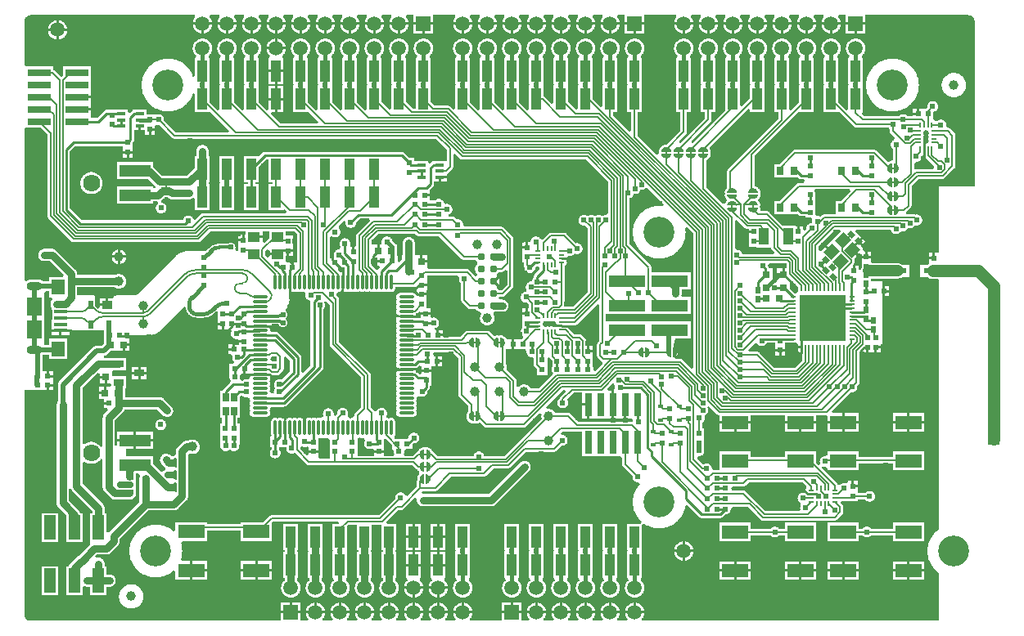
<source format=gtl>
G04 Layer_Physical_Order=1*
G04 Layer_Color=255*
%FSLAX24Y24*%
%MOIN*%
G70*
G01*
G75*
%ADD10C,0.0060*%
%ADD11C,0.0150*%
%ADD12C,0.0138*%
%ADD13C,0.0138*%
%ADD14C,0.0080*%
%ADD15C,0.0080*%
%ADD16C,0.0150*%
%ADD17C,0.0079*%
%ADD18R,0.0394X0.0709*%
%ADD19C,0.0394*%
%ADD20R,0.0217X0.0236*%
%ADD21R,0.0197X0.0236*%
%ADD22R,0.0197X0.0157*%
%ADD23R,0.0236X0.0217*%
%ADD24O,0.0256X0.0087*%
%ADD25O,0.0087X0.0256*%
%ADD26R,0.0354X0.0138*%
%ADD27R,0.0400X0.0300*%
%ADD28R,0.0300X0.0320*%
%ADD29R,0.0315X0.0295*%
%ADD30R,0.0228X0.0197*%
%ADD31R,0.0256X0.0335*%
%ADD32R,0.0532X0.0157*%
%ADD33R,0.0551X0.0630*%
%ADD34R,0.0610X0.0748*%
%ADD35R,0.0394X0.0335*%
%ADD36R,0.0236X0.0335*%
%ADD37R,0.0276X0.0118*%
%ADD38R,0.0472X0.0433*%
%ADD39O,0.0650X0.0118*%
%ADD40O,0.0118X0.0650*%
%ADD41O,0.0256X0.0079*%
%ADD42O,0.0079X0.0256*%
%ADD43R,0.1850X0.1850*%
G04:AMPARAMS|DCode=44|XSize=47.2mil|YSize=43.3mil|CornerRadius=0mil|HoleSize=0mil|Usage=FLASHONLY|Rotation=225.000|XOffset=0mil|YOffset=0mil|HoleType=Round|Shape=Rectangle|*
%AMROTATEDRECTD44*
4,1,4,0.0014,0.0320,0.0320,0.0014,-0.0014,-0.0320,-0.0320,-0.0014,0.0014,0.0320,0.0*
%
%ADD44ROTATEDRECTD44*%

%ADD45R,0.0295X0.0315*%
%ADD46R,0.0197X0.0256*%
%ADD47R,0.0315X0.0295*%
%ADD48R,0.1500X0.0500*%
%ADD49R,0.0402X0.0862*%
%ADD50R,0.1083X0.0551*%
%ADD51R,0.0472X0.0984*%
%ADD52R,0.0945X0.0299*%
%ADD53C,0.0310*%
%ADD54R,0.1252X0.0500*%
G04:AMPARAMS|DCode=55|XSize=19.7mil|YSize=23.6mil|CornerRadius=0mil|HoleSize=0mil|Usage=FLASHONLY|Rotation=45.000|XOffset=0mil|YOffset=0mil|HoleType=Round|Shape=Rectangle|*
%AMROTATEDRECTD55*
4,1,4,0.0014,-0.0153,-0.0153,0.0014,-0.0014,0.0153,0.0153,-0.0014,0.0014,-0.0153,0.0*
%
%ADD55ROTATEDRECTD55*%

%ADD56R,0.0236X0.0197*%
%ADD57R,0.0299X0.0945*%
%ADD58C,0.0200*%
%ADD59C,0.0100*%
%ADD60C,0.0300*%
%ADD61C,0.0250*%
%ADD62C,0.0090*%
%ADD63C,0.0500*%
%ADD64C,0.0450*%
%ADD65R,0.0500X0.0300*%
%ADD66C,0.0591*%
%ADD67O,0.0630X0.0354*%
%ADD68C,0.0390*%
%ADD69C,0.0701*%
%ADD70R,0.0591X0.0591*%
%ADD71C,0.1260*%
%ADD72C,0.0240*%
%ADD73C,0.0260*%
G36*
X33388Y3526D02*
X33020Y3158D01*
X32820Y2957D01*
X33044Y2734D01*
X32973Y2663D01*
X32749Y2887D01*
X32580Y2718D01*
X32500Y2751D01*
Y2926D01*
X33174Y3600D01*
X33358D01*
X33388Y3526D01*
D02*
G37*
G36*
X1100Y7488D02*
Y4150D01*
X1101Y4130D01*
X1106Y4110D01*
X1114Y4091D01*
X1125Y4073D01*
X1138Y4058D01*
X2068Y3128D01*
X2083Y3115D01*
X2101Y3104D01*
X2120Y3096D01*
X2140Y3091D01*
X2160Y3090D01*
X7226D01*
X7246Y3091D01*
X7266Y3096D01*
X7285Y3104D01*
X7302Y3115D01*
X7318Y3128D01*
X7714Y3524D01*
X9170D01*
Y3385D01*
X9116D01*
Y3167D01*
X9066D01*
Y3117D01*
X8868D01*
Y2949D01*
Y2745D01*
X8782D01*
X8763Y2762D01*
X8733Y2821D01*
X8734Y2825D01*
X8740Y2843D01*
X8745Y2866D01*
X8746Y2890D01*
X8745Y2914D01*
X8740Y2937D01*
X8733Y2959D01*
X8722Y2980D01*
X8709Y3000D01*
X8694Y3018D01*
X8676Y3033D01*
X8656Y3046D01*
X8635Y3057D01*
X8613Y3064D01*
X8590Y3069D01*
X8566Y3070D01*
X8543Y3069D01*
X8519Y3064D01*
X8497Y3057D01*
X8476Y3046D01*
X8456Y3033D01*
X8440Y3019D01*
X8140D01*
X8121Y3024D01*
X8100Y3025D01*
Y3025D01*
X8050Y3024D01*
X8001Y3018D01*
X7952Y3008D01*
X7904Y2995D01*
X7858Y2977D01*
X7813Y2956D01*
X7769Y2932D01*
X7728Y2905D01*
X7689Y2874D01*
X7652Y2840D01*
X7596Y2783D01*
X7558Y2745D01*
X6866D01*
X6850Y2744D01*
X6839Y2741D01*
X6811Y2740D01*
X6757Y2735D01*
X6703Y2726D01*
X6649Y2714D01*
X6597Y2698D01*
X6546Y2679D01*
X6496Y2656D01*
X6447Y2630D01*
X6401Y2601D01*
X6356Y2569D01*
X6333Y2550D01*
X6332Y2550D01*
X6332Y2550D01*
X6314Y2535D01*
X6274Y2497D01*
X6274Y2497D01*
X6274Y2497D01*
X4759Y981D01*
X4758Y980D01*
X4744Y969D01*
X4727Y958D01*
X4709Y951D01*
X4690Y946D01*
X4672Y945D01*
X4670Y945D01*
X3900D01*
X3884Y944D01*
X3867Y940D01*
X3852Y933D01*
X3838Y925D01*
X3826Y914D01*
X3815Y902D01*
X3806Y887D01*
X3800Y872D01*
X3796Y856D01*
X3795Y840D01*
X3730Y804D01*
X3719Y801D01*
X3571D01*
Y534D01*
X3521D01*
Y484D01*
X3225D01*
Y422D01*
X3222Y419D01*
X3157Y384D01*
X3144Y382D01*
X3125Y399D01*
X3124Y402D01*
X3030Y495D01*
Y761D01*
X3030D01*
X3030Y840D01*
X3029Y856D01*
X3025Y872D01*
X3019Y887D01*
X3010Y902D01*
X2999Y914D01*
X2987Y925D01*
X2973Y933D01*
X2958Y940D01*
X2941Y944D01*
X2925Y945D01*
X2306D01*
Y1250D01*
X3840D01*
X3842Y1248D01*
X3871Y1232D01*
X3902Y1219D01*
X3934Y1210D01*
X3967Y1205D01*
X4000Y1203D01*
X4033Y1205D01*
X4066Y1210D01*
X4098Y1219D01*
X4129Y1232D01*
X4158Y1248D01*
X4185Y1268D01*
X4210Y1290D01*
X4232Y1315D01*
X4252Y1342D01*
X4268Y1371D01*
X4281Y1402D01*
X4290Y1434D01*
X4295Y1467D01*
X4297Y1500D01*
X4295Y1533D01*
X4290Y1566D01*
X4281Y1598D01*
X4268Y1629D01*
X4252Y1658D01*
X4232Y1685D01*
X4210Y1710D01*
X4185Y1732D01*
X4158Y1752D01*
X4129Y1768D01*
X4098Y1781D01*
X4066Y1790D01*
X4033Y1795D01*
X4000Y1797D01*
X3967Y1795D01*
X3934Y1790D01*
X3902Y1781D01*
X3871Y1768D01*
X3842Y1752D01*
X3840Y1750D01*
X2306D01*
Y1794D01*
X2305Y1822D01*
X2300Y1850D01*
X2292Y1877D01*
X2282Y1903D01*
X2268Y1927D01*
X2252Y1950D01*
X2233Y1971D01*
X1457Y2747D01*
X1436Y2766D01*
X1413Y2782D01*
X1389Y2796D01*
X1363Y2806D01*
X1336Y2814D01*
X1308Y2819D01*
X1280Y2820D01*
X960D01*
X932Y2819D01*
X904Y2814D01*
X877Y2806D01*
X851Y2796D01*
X827Y2782D01*
X804Y2766D01*
X783Y2747D01*
X764Y2726D01*
X748Y2703D01*
X734Y2679D01*
X724Y2653D01*
X716Y2626D01*
X711Y2598D01*
X710Y2570D01*
X711Y2542D01*
X716Y2514D01*
X724Y2487D01*
X734Y2461D01*
X748Y2437D01*
X764Y2414D01*
X783Y2393D01*
X804Y2374D01*
X827Y2358D01*
X851Y2344D01*
X877Y2334D01*
X904Y2326D01*
X932Y2321D01*
X960Y2320D01*
X1176D01*
X1741Y1755D01*
X1708Y1675D01*
X1154D01*
Y1500D01*
X895D01*
X876Y1516D01*
X851Y1534D01*
X824Y1549D01*
X795Y1561D01*
X765Y1570D01*
X734Y1575D01*
X703Y1577D01*
X427D01*
X396Y1575D01*
X366Y1570D01*
X336Y1561D01*
X307Y1549D01*
X280Y1534D01*
X254Y1516D01*
X231Y1496D01*
X230Y1495D01*
X150Y1525D01*
X150Y7697D01*
X190Y7760D01*
X827D01*
X1100Y7488D01*
D02*
G37*
G36*
X10110Y2771D02*
Y2659D01*
X10446D01*
Y2559D01*
X10110D01*
Y2511D01*
X10036Y2480D01*
X9966Y2550D01*
Y2732D01*
X10036Y2802D01*
X10110Y2771D01*
D02*
G37*
G36*
X29498Y3668D02*
X29513Y3654D01*
X29531Y3644D01*
X29550Y3636D01*
X29570Y3631D01*
X29590Y3630D01*
X29652D01*
Y3576D01*
X29850D01*
Y3476D01*
X29652D01*
Y3307D01*
X29652D01*
Y2914D01*
X29971D01*
Y2864D01*
X30565D01*
X30571Y2830D01*
X30576Y2810D01*
X30584Y2791D01*
X30594Y2774D01*
X30608Y2758D01*
X30692Y2674D01*
X30661Y2600D01*
X29386D01*
X29383Y2617D01*
X29374Y2644D01*
X29361Y2670D01*
X29345Y2694D01*
X29326Y2716D01*
X29304Y2735D01*
X29280Y2751D01*
X29254Y2764D01*
X29227Y2773D01*
X29199Y2779D01*
X29170Y2780D01*
X29107Y2824D01*
X29090Y2847D01*
Y3971D01*
X29164Y4001D01*
X29498Y3668D01*
D02*
G37*
G36*
X10110Y3244D02*
X9922Y3057D01*
X9842Y3090D01*
Y3261D01*
X9506D01*
Y3361D01*
X9842D01*
Y3524D01*
X10110D01*
Y3244D01*
D02*
G37*
G36*
X35468Y4586D02*
X35479Y4565D01*
Y4226D01*
X35450Y4197D01*
X35403Y4212D01*
X35378Y4229D01*
X35348Y4258D01*
X35327Y4281D01*
X35305Y4320D01*
X35294Y4357D01*
X35296Y4444D01*
X35306Y4472D01*
X35338Y4526D01*
X35371Y4558D01*
X35408Y4581D01*
X35447Y4593D01*
X35468Y4586D01*
D02*
G37*
G36*
X35636Y4580D02*
X35661Y4563D01*
X35691Y4534D01*
X35712Y4511D01*
X35735Y4472D01*
X35745Y4435D01*
X35744Y4348D01*
X35733Y4320D01*
X35701Y4266D01*
X35668Y4234D01*
X35631Y4211D01*
X35591Y4199D01*
X35571Y4206D01*
X35560Y4227D01*
Y4566D01*
X35589Y4595D01*
X35636Y4580D01*
D02*
G37*
G36*
X14236Y3980D02*
X13698Y3441D01*
X13685Y3426D01*
X13674Y3408D01*
X13666Y3389D01*
X13661Y3370D01*
X13660Y3349D01*
Y2925D01*
X13606D01*
Y2707D01*
X13506D01*
Y2925D01*
X13481D01*
X13460Y2940D01*
X13419Y3000D01*
X13419Y3005D01*
X13420Y3030D01*
X13419Y3059D01*
X13413Y3087D01*
X13404Y3114D01*
X13391Y3140D01*
X13375Y3164D01*
X13356Y3186D01*
X13334Y3205D01*
X13310Y3221D01*
X13284Y3234D01*
X13257Y3243D01*
X13229Y3249D01*
X13200Y3250D01*
X13171Y3249D01*
X13143Y3243D01*
X13116Y3234D01*
X13090Y3221D01*
X13066Y3205D01*
X13044Y3186D01*
X13025Y3164D01*
X13009Y3140D01*
X12996Y3114D01*
X12987Y3087D01*
X12981Y3059D01*
X12980Y3030D01*
X12981Y3001D01*
X12987Y2973D01*
X12996Y2946D01*
X13009Y2920D01*
X13025Y2896D01*
X12994Y2819D01*
X12991Y2815D01*
X12970Y2800D01*
X12941Y2799D01*
X12913Y2793D01*
X12886Y2784D01*
X12860Y2771D01*
X12836Y2755D01*
X12814Y2736D01*
X12795Y2714D01*
X12779Y2690D01*
X12766Y2664D01*
X12757Y2637D01*
X12751Y2609D01*
X12750Y2580D01*
X12751Y2551D01*
X12756Y2528D01*
X12756Y2521D01*
X12717Y2460D01*
X12700Y2448D01*
X12590D01*
Y3296D01*
X12652Y3328D01*
X12670Y3332D01*
X12690Y3319D01*
X12716Y3306D01*
X12743Y3297D01*
X12771Y3291D01*
X12800Y3290D01*
X12829Y3291D01*
X12857Y3297D01*
X12884Y3306D01*
X12910Y3319D01*
X12934Y3335D01*
X12956Y3354D01*
X12975Y3376D01*
X12991Y3400D01*
X13004Y3426D01*
X13013Y3453D01*
X13019Y3481D01*
X13020Y3510D01*
X13019Y3539D01*
X13013Y3567D01*
X13004Y3594D01*
X12991Y3620D01*
X12975Y3644D01*
X12956Y3666D01*
X12955Y3667D01*
X12941Y3741D01*
X12944Y3770D01*
X13152Y3977D01*
X13223Y3935D01*
X13221Y3929D01*
X13220Y3900D01*
X13221Y3871D01*
X13227Y3843D01*
X13236Y3816D01*
X13249Y3790D01*
X13265Y3766D01*
X13284Y3744D01*
X13306Y3725D01*
X13330Y3709D01*
X13356Y3696D01*
X13383Y3687D01*
X13411Y3681D01*
X13440Y3680D01*
X13469Y3681D01*
X13497Y3687D01*
X13524Y3696D01*
X13550Y3709D01*
X13574Y3725D01*
X13596Y3744D01*
X13615Y3766D01*
X13631Y3790D01*
X13644Y3816D01*
X13653Y3843D01*
X13659Y3871D01*
X13660Y3900D01*
X13660Y3907D01*
X13812Y4060D01*
X14203D01*
X14236Y3980D01*
D02*
G37*
G36*
X396Y12350D02*
X400Y12350D01*
X7078D01*
X7103Y12308D01*
X7111Y12270D01*
X7094Y12251D01*
X7071Y12220D01*
X7051Y12187D01*
X7034Y12151D01*
X7021Y12115D01*
X7012Y12077D01*
X7008Y12050D01*
X7400D01*
X7792D01*
X7788Y12077D01*
X7779Y12115D01*
X7766Y12151D01*
X7749Y12187D01*
X7729Y12220D01*
X7706Y12251D01*
X7689Y12270D01*
X7697Y12308D01*
X7722Y12350D01*
X8078D01*
X8103Y12308D01*
X8111Y12270D01*
X8094Y12251D01*
X8071Y12220D01*
X8051Y12187D01*
X8034Y12151D01*
X8021Y12115D01*
X8012Y12077D01*
X8008Y12050D01*
X8400D01*
X8792D01*
X8788Y12077D01*
X8779Y12115D01*
X8766Y12151D01*
X8749Y12187D01*
X8729Y12220D01*
X8706Y12251D01*
X8689Y12270D01*
X8697Y12308D01*
X8722Y12350D01*
X9078D01*
X9103Y12308D01*
X9111Y12270D01*
X9094Y12251D01*
X9071Y12220D01*
X9051Y12187D01*
X9034Y12151D01*
X9021Y12115D01*
X9012Y12077D01*
X9008Y12050D01*
X9400D01*
X9792D01*
X9788Y12077D01*
X9779Y12115D01*
X9766Y12151D01*
X9749Y12187D01*
X9729Y12220D01*
X9706Y12251D01*
X9689Y12270D01*
X9697Y12308D01*
X9722Y12350D01*
X10078D01*
X10103Y12308D01*
X10111Y12270D01*
X10094Y12251D01*
X10071Y12220D01*
X10051Y12187D01*
X10034Y12151D01*
X10021Y12115D01*
X10012Y12077D01*
X10008Y12050D01*
X10400D01*
X10792D01*
X10788Y12077D01*
X10779Y12115D01*
X10766Y12151D01*
X10749Y12187D01*
X10729Y12220D01*
X10706Y12251D01*
X10689Y12270D01*
X10697Y12308D01*
X10722Y12350D01*
X11078D01*
X11103Y12308D01*
X11111Y12270D01*
X11094Y12251D01*
X11071Y12220D01*
X11051Y12187D01*
X11034Y12151D01*
X11021Y12115D01*
X11012Y12077D01*
X11008Y12050D01*
X11400D01*
X11792D01*
X11788Y12077D01*
X11779Y12115D01*
X11766Y12151D01*
X11749Y12187D01*
X11729Y12220D01*
X11706Y12251D01*
X11689Y12270D01*
X11697Y12308D01*
X11722Y12350D01*
X12078D01*
X12103Y12308D01*
X12111Y12270D01*
X12094Y12251D01*
X12071Y12220D01*
X12051Y12187D01*
X12034Y12151D01*
X12021Y12115D01*
X12012Y12077D01*
X12008Y12050D01*
X12400D01*
X12792D01*
X12788Y12077D01*
X12779Y12115D01*
X12766Y12151D01*
X12749Y12187D01*
X12729Y12220D01*
X12706Y12251D01*
X12689Y12270D01*
X12697Y12308D01*
X12722Y12350D01*
X13078D01*
X13103Y12308D01*
X13111Y12270D01*
X13094Y12251D01*
X13071Y12220D01*
X13051Y12187D01*
X13034Y12151D01*
X13021Y12115D01*
X13012Y12077D01*
X13008Y12050D01*
X13400D01*
X13792D01*
X13788Y12077D01*
X13779Y12115D01*
X13766Y12151D01*
X13749Y12187D01*
X13729Y12220D01*
X13706Y12251D01*
X13689Y12270D01*
X13697Y12308D01*
X13722Y12350D01*
X14078D01*
X14103Y12308D01*
X14111Y12270D01*
X14094Y12251D01*
X14071Y12220D01*
X14051Y12187D01*
X14034Y12151D01*
X14021Y12115D01*
X14012Y12077D01*
X14008Y12050D01*
X14400D01*
X14792D01*
X14788Y12077D01*
X14779Y12115D01*
X14766Y12151D01*
X14749Y12187D01*
X14729Y12220D01*
X14706Y12251D01*
X14689Y12270D01*
X14697Y12308D01*
X14722Y12350D01*
X15078D01*
X15103Y12308D01*
X15111Y12270D01*
X15094Y12251D01*
X15071Y12220D01*
X15051Y12187D01*
X15034Y12151D01*
X15021Y12115D01*
X15012Y12077D01*
X15008Y12050D01*
X15400D01*
X15792D01*
X15788Y12077D01*
X15779Y12115D01*
X15766Y12151D01*
X15749Y12187D01*
X15729Y12220D01*
X15706Y12251D01*
X15689Y12270D01*
X15697Y12308D01*
X15722Y12350D01*
X16005D01*
Y12050D01*
X16400D01*
X16795D01*
Y12350D01*
X17678D01*
X17703Y12308D01*
X17711Y12270D01*
X17694Y12251D01*
X17671Y12220D01*
X17651Y12187D01*
X17634Y12151D01*
X17621Y12115D01*
X17612Y12077D01*
X17608Y12050D01*
X18000D01*
X18392D01*
X18388Y12077D01*
X18379Y12115D01*
X18366Y12151D01*
X18349Y12187D01*
X18329Y12220D01*
X18306Y12251D01*
X18289Y12270D01*
X18297Y12308D01*
X18322Y12350D01*
X18678D01*
X18703Y12308D01*
X18711Y12270D01*
X18694Y12251D01*
X18671Y12220D01*
X18651Y12187D01*
X18634Y12151D01*
X18621Y12115D01*
X18612Y12077D01*
X18608Y12050D01*
X19000D01*
X19392D01*
X19388Y12077D01*
X19379Y12115D01*
X19366Y12151D01*
X19349Y12187D01*
X19329Y12220D01*
X19306Y12251D01*
X19289Y12270D01*
X19297Y12308D01*
X19322Y12350D01*
X19678D01*
X19703Y12308D01*
X19711Y12270D01*
X19694Y12251D01*
X19671Y12220D01*
X19651Y12187D01*
X19634Y12151D01*
X19621Y12115D01*
X19612Y12077D01*
X19608Y12050D01*
X20000D01*
X20392D01*
X20388Y12077D01*
X20379Y12115D01*
X20366Y12151D01*
X20349Y12187D01*
X20329Y12220D01*
X20306Y12251D01*
X20289Y12270D01*
X20297Y12308D01*
X20322Y12350D01*
X20678D01*
X20703Y12308D01*
X20711Y12270D01*
X20694Y12251D01*
X20671Y12220D01*
X20651Y12187D01*
X20634Y12151D01*
X20621Y12115D01*
X20612Y12077D01*
X20608Y12050D01*
X21000D01*
X21392D01*
X21388Y12077D01*
X21379Y12115D01*
X21366Y12151D01*
X21349Y12187D01*
X21329Y12220D01*
X21306Y12251D01*
X21289Y12270D01*
X21297Y12308D01*
X21322Y12350D01*
X21678D01*
X21703Y12308D01*
X21711Y12270D01*
X21694Y12251D01*
X21671Y12220D01*
X21651Y12187D01*
X21634Y12151D01*
X21621Y12115D01*
X21612Y12077D01*
X21608Y12050D01*
X22000D01*
X22392D01*
X22388Y12077D01*
X22379Y12115D01*
X22366Y12151D01*
X22349Y12187D01*
X22329Y12220D01*
X22306Y12251D01*
X22289Y12270D01*
X22297Y12308D01*
X22322Y12350D01*
X22678D01*
X22703Y12308D01*
X22711Y12270D01*
X22694Y12251D01*
X22671Y12220D01*
X22651Y12187D01*
X22634Y12151D01*
X22621Y12115D01*
X22612Y12077D01*
X22608Y12050D01*
X23000D01*
X23392D01*
X23388Y12077D01*
X23379Y12115D01*
X23366Y12151D01*
X23349Y12187D01*
X23329Y12220D01*
X23306Y12251D01*
X23289Y12270D01*
X23297Y12308D01*
X23322Y12350D01*
X23678D01*
X23703Y12308D01*
X23711Y12270D01*
X23694Y12251D01*
X23671Y12220D01*
X23651Y12187D01*
X23634Y12151D01*
X23621Y12115D01*
X23612Y12077D01*
X23608Y12050D01*
X24000D01*
X24392D01*
X24388Y12077D01*
X24379Y12115D01*
X24366Y12151D01*
X24349Y12187D01*
X24329Y12220D01*
X24306Y12251D01*
X24289Y12270D01*
X24297Y12308D01*
X24322Y12350D01*
X24605D01*
Y12050D01*
X25000D01*
X25395D01*
Y12350D01*
X26678D01*
X26703Y12308D01*
X26711Y12270D01*
X26694Y12251D01*
X26671Y12220D01*
X26651Y12187D01*
X26634Y12151D01*
X26621Y12115D01*
X26612Y12077D01*
X26608Y12050D01*
X27000D01*
X27392D01*
X27388Y12077D01*
X27379Y12115D01*
X27366Y12151D01*
X27349Y12187D01*
X27329Y12220D01*
X27306Y12251D01*
X27289Y12270D01*
X27297Y12308D01*
X27322Y12350D01*
X27678D01*
X27703Y12308D01*
X27711Y12270D01*
X27694Y12251D01*
X27671Y12220D01*
X27651Y12187D01*
X27634Y12151D01*
X27621Y12115D01*
X27612Y12077D01*
X27608Y12050D01*
X28000D01*
X28392D01*
X28388Y12077D01*
X28379Y12115D01*
X28366Y12151D01*
X28349Y12187D01*
X28329Y12220D01*
X28306Y12251D01*
X28289Y12270D01*
X28297Y12308D01*
X28322Y12350D01*
X28678D01*
X28703Y12308D01*
X28711Y12270D01*
X28694Y12251D01*
X28671Y12220D01*
X28651Y12187D01*
X28634Y12151D01*
X28621Y12115D01*
X28612Y12077D01*
X28608Y12050D01*
X29000D01*
X29392D01*
X29388Y12077D01*
X29379Y12115D01*
X29366Y12151D01*
X29349Y12187D01*
X29329Y12220D01*
X29306Y12251D01*
X29289Y12270D01*
X29297Y12308D01*
X29322Y12350D01*
X29678D01*
X29703Y12308D01*
X29711Y12270D01*
X29694Y12251D01*
X29671Y12220D01*
X29651Y12187D01*
X29634Y12151D01*
X29621Y12115D01*
X29612Y12077D01*
X29608Y12050D01*
X30000D01*
X30392D01*
X30388Y12077D01*
X30379Y12115D01*
X30366Y12151D01*
X30349Y12187D01*
X30329Y12220D01*
X30306Y12251D01*
X30289Y12270D01*
X30297Y12308D01*
X30322Y12350D01*
X30678D01*
X30703Y12308D01*
X30711Y12270D01*
X30694Y12251D01*
X30671Y12220D01*
X30651Y12187D01*
X30634Y12151D01*
X30621Y12115D01*
X30612Y12077D01*
X30608Y12050D01*
X31000D01*
X31392D01*
X31388Y12077D01*
X31379Y12115D01*
X31366Y12151D01*
X31349Y12187D01*
X31329Y12220D01*
X31306Y12251D01*
X31289Y12270D01*
X31297Y12308D01*
X31322Y12350D01*
X31678D01*
X31703Y12308D01*
X31711Y12270D01*
X31694Y12251D01*
X31671Y12220D01*
X31651Y12187D01*
X31634Y12151D01*
X31621Y12115D01*
X31612Y12077D01*
X31608Y12050D01*
X32000D01*
X32392D01*
X32388Y12077D01*
X32379Y12115D01*
X32366Y12151D01*
X32349Y12187D01*
X32329Y12220D01*
X32306Y12251D01*
X32289Y12270D01*
X32297Y12308D01*
X32322Y12350D01*
X32678D01*
X32703Y12308D01*
X32711Y12270D01*
X32694Y12251D01*
X32671Y12220D01*
X32651Y12187D01*
X32634Y12151D01*
X32621Y12115D01*
X32612Y12077D01*
X32608Y12050D01*
X33000D01*
X33392D01*
X33388Y12077D01*
X33379Y12115D01*
X33366Y12151D01*
X33349Y12187D01*
X33329Y12220D01*
X33306Y12251D01*
X33289Y12270D01*
X33297Y12308D01*
X33322Y12350D01*
X33605D01*
Y12050D01*
X34000D01*
X34395D01*
Y12350D01*
X38600D01*
X38603Y12350D01*
X38628Y12348D01*
X38656Y12344D01*
X38683Y12336D01*
X38708Y12325D01*
X38733Y12312D01*
X38756Y12295D01*
X38777Y12277D01*
X38795Y12256D01*
X38812Y12233D01*
X38825Y12208D01*
X38836Y12183D01*
X38838Y12175D01*
X38850Y12100D01*
X38850Y12100D01*
X38850Y12020D01*
Y5400D01*
X38831Y5380D01*
X37401D01*
X37401Y2730D01*
X37388Y2655D01*
X37240D01*
Y2437D01*
X37190D01*
Y2387D01*
X36992D01*
Y2239D01*
X36929Y2176D01*
X36637Y2176D01*
Y1664D01*
X36951Y1664D01*
X36976Y1645D01*
X37004Y1629D01*
X37034Y1615D01*
X37064Y1604D01*
X37096Y1596D01*
X37128Y1591D01*
X37160Y1590D01*
X37345D01*
X37401Y1533D01*
X37400Y-8608D01*
X37389Y-8615D01*
X37337Y-8653D01*
X37287Y-8695D01*
X37240Y-8740D01*
X37195Y-8787D01*
X37153Y-8837D01*
X37115Y-8889D01*
X37080Y-8944D01*
X37048Y-9000D01*
X37019Y-9059D01*
X36995Y-9119D01*
X36973Y-9180D01*
X36956Y-9243D01*
X36942Y-9306D01*
X36932Y-9370D01*
X36927Y-9435D01*
X36925Y-9500D01*
X36927Y-9565D01*
X36932Y-9630D01*
X36942Y-9694D01*
X36956Y-9757D01*
X36973Y-9820D01*
X36995Y-9881D01*
X37019Y-9941D01*
X37048Y-10000D01*
X37080Y-10056D01*
X37115Y-10111D01*
X37153Y-10163D01*
X37195Y-10213D01*
X37240Y-10260D01*
X37287Y-10305D01*
X37337Y-10347D01*
X37389Y-10385D01*
X37400Y-10392D01*
X37400Y-12350D01*
X25322D01*
X25297Y-12308D01*
X25289Y-12270D01*
X25306Y-12251D01*
X25329Y-12220D01*
X25349Y-12187D01*
X25366Y-12151D01*
X25379Y-12115D01*
X25388Y-12077D01*
X25392Y-12050D01*
X24608D01*
X24612Y-12077D01*
X24621Y-12115D01*
X24634Y-12151D01*
X24651Y-12187D01*
X24671Y-12220D01*
X24694Y-12251D01*
X24711Y-12270D01*
X24703Y-12308D01*
X24678Y-12350D01*
X24322D01*
X24297Y-12308D01*
X24289Y-12270D01*
X24306Y-12251D01*
X24329Y-12220D01*
X24349Y-12187D01*
X24366Y-12151D01*
X24379Y-12115D01*
X24388Y-12077D01*
X24392Y-12050D01*
X23608D01*
X23612Y-12077D01*
X23621Y-12115D01*
X23634Y-12151D01*
X23651Y-12187D01*
X23671Y-12220D01*
X23694Y-12251D01*
X23711Y-12270D01*
X23703Y-12308D01*
X23678Y-12350D01*
X23322D01*
X23297Y-12308D01*
X23289Y-12270D01*
X23306Y-12251D01*
X23329Y-12220D01*
X23349Y-12187D01*
X23366Y-12151D01*
X23379Y-12115D01*
X23388Y-12077D01*
X23392Y-12050D01*
X22608D01*
X22612Y-12077D01*
X22621Y-12115D01*
X22634Y-12151D01*
X22651Y-12187D01*
X22671Y-12220D01*
X22694Y-12251D01*
X22711Y-12270D01*
X22703Y-12308D01*
X22678Y-12350D01*
X22322D01*
X22297Y-12308D01*
X22289Y-12270D01*
X22306Y-12251D01*
X22329Y-12220D01*
X22349Y-12187D01*
X22366Y-12151D01*
X22379Y-12115D01*
X22388Y-12077D01*
X22392Y-12050D01*
X21608D01*
X21612Y-12077D01*
X21621Y-12115D01*
X21634Y-12151D01*
X21651Y-12187D01*
X21671Y-12220D01*
X21694Y-12251D01*
X21711Y-12270D01*
X21703Y-12308D01*
X21678Y-12350D01*
X21322D01*
X21297Y-12308D01*
X21289Y-12270D01*
X21306Y-12251D01*
X21329Y-12220D01*
X21349Y-12187D01*
X21366Y-12151D01*
X21379Y-12115D01*
X21388Y-12077D01*
X21392Y-12050D01*
X20608D01*
X20612Y-12077D01*
X20621Y-12115D01*
X20634Y-12151D01*
X20651Y-12187D01*
X20671Y-12220D01*
X20694Y-12251D01*
X20711Y-12270D01*
X20703Y-12308D01*
X20678Y-12350D01*
X20395D01*
Y-12050D01*
X19605D01*
Y-12350D01*
X18322D01*
X18297Y-12308D01*
X18289Y-12270D01*
X18306Y-12251D01*
X18329Y-12220D01*
X18349Y-12187D01*
X18366Y-12151D01*
X18379Y-12115D01*
X18388Y-12077D01*
X18392Y-12050D01*
X17608D01*
X17612Y-12077D01*
X17621Y-12115D01*
X17634Y-12151D01*
X17651Y-12187D01*
X17671Y-12220D01*
X17694Y-12251D01*
X17711Y-12270D01*
X17703Y-12308D01*
X17678Y-12350D01*
X17322D01*
X17297Y-12308D01*
X17289Y-12270D01*
X17306Y-12251D01*
X17329Y-12220D01*
X17349Y-12187D01*
X17366Y-12151D01*
X17379Y-12115D01*
X17388Y-12077D01*
X17392Y-12050D01*
X16608D01*
X16612Y-12077D01*
X16621Y-12115D01*
X16634Y-12151D01*
X16651Y-12187D01*
X16671Y-12220D01*
X16694Y-12251D01*
X16711Y-12270D01*
X16703Y-12308D01*
X16678Y-12350D01*
X16322D01*
X16297Y-12308D01*
X16289Y-12270D01*
X16306Y-12251D01*
X16329Y-12220D01*
X16349Y-12187D01*
X16366Y-12151D01*
X16379Y-12115D01*
X16388Y-12077D01*
X16392Y-12050D01*
X15608D01*
X15612Y-12077D01*
X15621Y-12115D01*
X15634Y-12151D01*
X15651Y-12187D01*
X15671Y-12220D01*
X15694Y-12251D01*
X15711Y-12270D01*
X15703Y-12308D01*
X15678Y-12350D01*
X15322D01*
X15297Y-12308D01*
X15289Y-12270D01*
X15306Y-12251D01*
X15329Y-12220D01*
X15349Y-12187D01*
X15366Y-12151D01*
X15379Y-12115D01*
X15388Y-12077D01*
X15392Y-12050D01*
X14608D01*
X14612Y-12077D01*
X14621Y-12115D01*
X14634Y-12151D01*
X14651Y-12187D01*
X14671Y-12220D01*
X14694Y-12251D01*
X14711Y-12270D01*
X14703Y-12308D01*
X14678Y-12350D01*
X14322D01*
X14297Y-12308D01*
X14289Y-12270D01*
X14306Y-12251D01*
X14329Y-12220D01*
X14349Y-12187D01*
X14366Y-12151D01*
X14379Y-12115D01*
X14388Y-12077D01*
X14392Y-12050D01*
X13608D01*
X13612Y-12077D01*
X13621Y-12115D01*
X13634Y-12151D01*
X13651Y-12187D01*
X13671Y-12220D01*
X13694Y-12251D01*
X13711Y-12270D01*
X13703Y-12308D01*
X13678Y-12350D01*
X13322D01*
X13297Y-12308D01*
X13289Y-12270D01*
X13306Y-12251D01*
X13329Y-12220D01*
X13349Y-12187D01*
X13366Y-12151D01*
X13379Y-12115D01*
X13388Y-12077D01*
X13392Y-12050D01*
X12608D01*
X12612Y-12077D01*
X12621Y-12115D01*
X12634Y-12151D01*
X12651Y-12187D01*
X12671Y-12220D01*
X12694Y-12251D01*
X12711Y-12270D01*
X12703Y-12308D01*
X12678Y-12350D01*
X12322D01*
X12297Y-12308D01*
X12289Y-12270D01*
X12306Y-12251D01*
X12329Y-12220D01*
X12349Y-12187D01*
X12366Y-12151D01*
X12379Y-12115D01*
X12388Y-12077D01*
X12392Y-12050D01*
X11608D01*
X11612Y-12077D01*
X11621Y-12115D01*
X11634Y-12151D01*
X11651Y-12187D01*
X11671Y-12220D01*
X11694Y-12251D01*
X11711Y-12270D01*
X11703Y-12308D01*
X11678Y-12350D01*
X11395D01*
Y-12050D01*
X10605D01*
Y-12350D01*
X400D01*
X397Y-12350D01*
X372Y-12348D01*
X344Y-12344D01*
X317Y-12336D01*
X292Y-12325D01*
X267Y-12312D01*
X244Y-12295D01*
X223Y-12277D01*
X205Y-12256D01*
X188Y-12233D01*
X175Y-12208D01*
X164Y-12183D01*
X156Y-12156D01*
X152Y-12128D01*
X150Y-12103D01*
X150Y-12100D01*
X150Y-2940D01*
X670D01*
Y-2938D01*
X1047D01*
Y-2740D01*
X1097D01*
Y-2690D01*
X1315D01*
Y-2588D01*
Y-2430D01*
X1097D01*
Y-2380D01*
X1047D01*
Y-2172D01*
X904D01*
Y-1500D01*
X1154D01*
Y-1675D01*
X1905D01*
Y-845D01*
X1154D01*
Y-1099D01*
X971D01*
X970Y-428D01*
Y-2D01*
Y946D01*
X969D01*
X969Y1042D01*
X1026Y1099D01*
X1154D01*
Y845D01*
X1263D01*
X1284Y810D01*
X1292Y765D01*
X1283Y757D01*
X1264Y736D01*
X1248Y713D01*
X1234Y689D01*
X1224Y663D01*
X1216Y636D01*
X1211Y608D01*
X1210Y580D01*
X1211Y552D01*
X1216Y524D01*
X1224Y497D01*
X1234Y471D01*
X1248Y447D01*
X1253Y440D01*
Y333D01*
X1293D01*
Y-77D01*
X1253D01*
Y-435D01*
Y-462D01*
X1618D01*
Y-512D01*
X1668D01*
Y-691D01*
X1984D01*
Y-515D01*
X3382D01*
Y-541D01*
X3400D01*
Y-1037D01*
X3297Y-1140D01*
X3090D01*
X3090Y-1140D01*
X3064Y-1141D01*
X3038Y-1146D01*
X3013Y-1155D01*
X2990Y-1166D01*
X2968Y-1181D01*
X2948Y-1198D01*
X1568Y-2578D01*
X1551Y-2598D01*
X1536Y-2620D01*
X1525Y-2643D01*
X1516Y-2668D01*
X1511Y-2694D01*
X1510Y-2720D01*
Y-3400D01*
X1498Y-3417D01*
X1484Y-3441D01*
X1474Y-3467D01*
X1466Y-3494D01*
X1461Y-3522D01*
X1460Y-3550D01*
Y-7550D01*
X1461Y-7578D01*
X1466Y-7606D01*
X1474Y-7633D01*
X1484Y-7659D01*
X1498Y-7683D01*
X1514Y-7706D01*
X1533Y-7727D01*
X1844Y-8038D01*
Y-9139D01*
X2516D01*
Y-7955D01*
X2421D01*
X2416Y-7937D01*
X2406Y-7911D01*
X2392Y-7887D01*
X2376Y-7864D01*
X2357Y-7843D01*
X1960Y-7446D01*
Y-6975D01*
X2040Y-6959D01*
X2044Y-6969D01*
X2058Y-6993D01*
X2074Y-7016D01*
X2093Y-7037D01*
X2914Y-7858D01*
Y-7955D01*
X2828D01*
Y-9139D01*
X2828D01*
X2827Y-9219D01*
X2823Y-9223D01*
X2353Y-9692D01*
X2347Y-9695D01*
X2322Y-9709D01*
X2299Y-9725D01*
X2278Y-9744D01*
X2003Y-10019D01*
X1984Y-10040D01*
X1968Y-10063D01*
X1954Y-10087D01*
X1944Y-10113D01*
X1942Y-10121D01*
X1844D01*
Y-11305D01*
X2516D01*
Y-10980D01*
X2527Y-10967D01*
X2591Y-10931D01*
X2617Y-10942D01*
X2644Y-10949D01*
X2672Y-10954D01*
X2700Y-10956D01*
X2828D01*
Y-11305D01*
X3500D01*
Y-10956D01*
X3620D01*
X3648Y-10954D01*
X3676Y-10949D01*
X3703Y-10942D01*
X3729Y-10931D01*
X3753Y-10917D01*
X3776Y-10901D01*
X3797Y-10882D01*
X3816Y-10861D01*
X3832Y-10839D01*
X3846Y-10814D01*
X3856Y-10788D01*
X3864Y-10761D01*
X3869Y-10733D01*
X3870Y-10705D01*
X3869Y-10677D01*
X3864Y-10650D01*
X3856Y-10623D01*
X3846Y-10597D01*
X3832Y-10572D01*
X3816Y-10549D01*
X3797Y-10528D01*
X3776Y-10510D01*
X3753Y-10493D01*
X3729Y-10480D01*
X3703Y-10469D01*
X3676Y-10461D01*
X3648Y-10457D01*
X3620Y-10455D01*
X3500D01*
Y-10121D01*
X3415D01*
Y-10020D01*
X3413Y-9992D01*
X3408Y-9964D01*
X3401Y-9937D01*
X3390Y-9911D01*
X3376Y-9887D01*
X3360Y-9864D01*
X3341Y-9843D01*
X3320Y-9824D01*
X3297Y-9808D01*
X3273Y-9794D01*
X3247Y-9783D01*
X3220Y-9776D01*
X3192Y-9771D01*
X3164Y-9769D01*
X3136Y-9771D01*
X3108Y-9776D01*
X3081Y-9783D01*
X3040Y-9714D01*
X3104Y-9650D01*
X3474D01*
X3502Y-9649D01*
X3530Y-9644D01*
X3557Y-9636D01*
X3583Y-9626D01*
X3608Y-9612D01*
X3630Y-9596D01*
X3651Y-9577D01*
X3953Y-9276D01*
X3972Y-9255D01*
X3988Y-9232D01*
X4001Y-9207D01*
X4012Y-9181D01*
X4020Y-9154D01*
X4025Y-9127D01*
X4026Y-9098D01*
Y-9008D01*
X5184Y-7850D01*
X6230D01*
X6258Y-7849D01*
X6286Y-7844D01*
X6313Y-7836D01*
X6339Y-7826D01*
X6363Y-7812D01*
X6386Y-7796D01*
X6407Y-7777D01*
X6739Y-7445D01*
X6758Y-7424D01*
X6774Y-7401D01*
X6788Y-7377D01*
X6798Y-7351D01*
X6806Y-7324D01*
X6811Y-7296D01*
X6812Y-7268D01*
Y-5573D01*
X6843Y-5544D01*
X6879Y-5521D01*
X6902Y-5531D01*
X6934Y-5540D01*
X6967Y-5545D01*
X7000Y-5547D01*
X7033Y-5545D01*
X7066Y-5540D01*
X7098Y-5531D01*
X7129Y-5518D01*
X7158Y-5502D01*
X7185Y-5482D01*
X7210Y-5460D01*
X7232Y-5435D01*
X7252Y-5408D01*
X7268Y-5379D01*
X7281Y-5348D01*
X7290Y-5316D01*
X7295Y-5283D01*
X7297Y-5250D01*
X7295Y-5217D01*
X7290Y-5184D01*
X7281Y-5152D01*
X7268Y-5121D01*
X7252Y-5092D01*
X7232Y-5065D01*
X7210Y-5040D01*
X7185Y-5018D01*
X7158Y-4998D01*
X7129Y-4982D01*
X7098Y-4969D01*
X7066Y-4960D01*
X7033Y-4955D01*
X7000Y-4953D01*
X6967Y-4955D01*
X6934Y-4960D01*
X6902Y-4969D01*
X6871Y-4982D01*
X6842Y-4998D01*
X6840Y-5000D01*
X6762D01*
X6734Y-5001D01*
X6706Y-5006D01*
X6679Y-5014D01*
X6653Y-5024D01*
X6629Y-5038D01*
X6606Y-5054D01*
X6585Y-5073D01*
X6385Y-5273D01*
X6366Y-5294D01*
X6350Y-5317D01*
X6336Y-5341D01*
X6326Y-5367D01*
X6318Y-5394D01*
X6313Y-5422D01*
X6312Y-5450D01*
Y-5534D01*
X6284Y-5604D01*
X6259Y-5612D01*
X6228Y-5625D01*
X6228Y-5625D01*
X6213Y-5633D01*
X6198Y-5641D01*
X6186Y-5650D01*
X6144D01*
X6097Y-5603D01*
X6076Y-5584D01*
X6053Y-5568D01*
X6029Y-5554D01*
X6003Y-5544D01*
X5976Y-5536D01*
X5948Y-5531D01*
X5920Y-5530D01*
X5892Y-5531D01*
X5864Y-5536D01*
X5837Y-5544D01*
X5811Y-5554D01*
X5787Y-5568D01*
X5764Y-5584D01*
X5743Y-5603D01*
X5724Y-5624D01*
X5708Y-5647D01*
X5694Y-5671D01*
X5684Y-5697D01*
X5676Y-5724D01*
X5671Y-5752D01*
X5670Y-5780D01*
X5671Y-5808D01*
X5676Y-5836D01*
X5684Y-5863D01*
X5694Y-5889D01*
X5708Y-5913D01*
X5724Y-5936D01*
X5743Y-5957D01*
X5863Y-6077D01*
X5884Y-6096D01*
X5899Y-6107D01*
X5903Y-6154D01*
X5889Y-6194D01*
X5867Y-6205D01*
X5843Y-6221D01*
X5821Y-6241D01*
X5815Y-6247D01*
X5749Y-6261D01*
X5721Y-6261D01*
X5711Y-6257D01*
X5376Y-5922D01*
Y-5650D01*
X4300D01*
Y-5350D01*
X4600D01*
Y-5050D01*
X3924D01*
Y-5190D01*
X3840D01*
Y-4164D01*
X4164Y-3840D01*
X4183Y-3819D01*
X4199Y-3796D01*
X4212Y-3772D01*
X4223Y-3746D01*
X4228Y-3730D01*
X5556D01*
X5783Y-3957D01*
X5804Y-3976D01*
X5827Y-3992D01*
X5851Y-4006D01*
X5877Y-4016D01*
X5904Y-4024D01*
X5932Y-4029D01*
X5960Y-4030D01*
X5988Y-4029D01*
X6016Y-4024D01*
X6043Y-4016D01*
X6069Y-4006D01*
X6093Y-3992D01*
X6116Y-3976D01*
X6137Y-3957D01*
X6156Y-3936D01*
X6172Y-3913D01*
X6186Y-3889D01*
X6196Y-3863D01*
X6204Y-3836D01*
X6209Y-3808D01*
X6210Y-3780D01*
X6209Y-3752D01*
X6204Y-3724D01*
X6196Y-3697D01*
X6186Y-3671D01*
X6172Y-3647D01*
X6156Y-3624D01*
X6137Y-3603D01*
X5837Y-3303D01*
X5816Y-3284D01*
X5793Y-3268D01*
X5769Y-3254D01*
X5743Y-3244D01*
X5716Y-3236D01*
X5688Y-3231D01*
X5660Y-3230D01*
X4250D01*
Y-2868D01*
X4300D01*
Y-2368D01*
X4007D01*
X4000Y-2368D01*
X3993Y-2368D01*
X3727D01*
Y-2168D01*
X3788Y-2120D01*
X4000D01*
X4007Y-2120D01*
X4300D01*
Y-1620D01*
X4007D01*
X4000Y-1620D01*
X3395D01*
X3393Y-1540D01*
X3406Y-1539D01*
X3432Y-1534D01*
X3457Y-1525D01*
X3480Y-1514D01*
X3502Y-1499D01*
X3522Y-1482D01*
X3656Y-1347D01*
X3908D01*
Y-1347D01*
X3944D01*
Y-1347D01*
X4142D01*
Y-1090D01*
X4192D01*
Y-1040D01*
X4439D01*
Y-833D01*
X4252D01*
X4233Y-753D01*
X4242Y-736D01*
X4288Y-687D01*
X5274D01*
Y-687D01*
X5317Y-685D01*
X5359Y-680D01*
X5400Y-672D01*
X5441Y-661D01*
X5481Y-646D01*
X5520Y-628D01*
X5556Y-608D01*
X5592Y-584D01*
X5625Y-558D01*
X5656Y-529D01*
X5656Y-529D01*
X5656Y-529D01*
X6645Y460D01*
X6722Y432D01*
X6727Y428D01*
X6731Y391D01*
X6740Y352D01*
X6752Y314D01*
X6767Y278D01*
X6786Y242D01*
X6807Y209D01*
X6831Y177D01*
X6858Y148D01*
X6887Y121D01*
X6919Y97D01*
X6952Y76D01*
X6988Y57D01*
X7024Y42D01*
X7062Y30D01*
X7101Y21D01*
X7140Y16D01*
X7180Y15D01*
Y15D01*
X7180Y15D01*
X7436D01*
X7436Y15D01*
Y15D01*
X7483Y16D01*
X7529Y22D01*
X7574Y31D01*
X7618Y43D01*
X7662Y59D01*
X7704Y79D01*
X7744Y101D01*
X7783Y127D01*
X7819Y156D01*
X7853Y187D01*
X7853Y187D01*
Y187D01*
X7948Y282D01*
X8028Y249D01*
Y-61D01*
Y-187D01*
X8226D01*
Y-237D01*
X8276D01*
Y-455D01*
X8546D01*
X8578Y-500D01*
X8590Y-535D01*
X8582Y-550D01*
X8573Y-578D01*
X8567Y-606D01*
X8566Y-635D01*
X8567Y-663D01*
X8573Y-692D01*
X8582Y-719D01*
X8595Y-745D01*
X8611Y-769D01*
X8630Y-791D01*
X8652Y-810D01*
X8676Y-826D01*
X8702Y-838D01*
X8729Y-848D01*
X8757Y-853D01*
X8786Y-855D01*
X8815Y-853D01*
X8818Y-853D01*
X8877Y-888D01*
X8893Y-907D01*
X9096D01*
Y-1007D01*
X8898D01*
Y-1082D01*
X8739D01*
Y-1280D01*
X8689D01*
Y-1330D01*
X8471D01*
Y-1478D01*
X8566D01*
X8583Y-1490D01*
X8622Y-1551D01*
X8622Y-1558D01*
X8617Y-1581D01*
X8616Y-1610D01*
X8617Y-1639D01*
X8623Y-1667D01*
X8632Y-1694D01*
X8645Y-1720D01*
X8661Y-1744D01*
X8680Y-1766D01*
X8702Y-1785D01*
X8667Y-1854D01*
X8646Y-1882D01*
X8501D01*
Y-2278D01*
X8501Y-2278D01*
X8500Y-2358D01*
X8497Y-2371D01*
X8496Y-2400D01*
X8497Y-2429D01*
X8503Y-2457D01*
X8512Y-2484D01*
X8525Y-2510D01*
X8530Y-2517D01*
X8542Y-2540D01*
X8547Y-2582D01*
X8523Y-2630D01*
X8242Y-2911D01*
X8227Y-2929D01*
X8215Y-2949D01*
X8211Y-2957D01*
X8121D01*
Y-3448D01*
X8121Y-3492D01*
X8121Y-3572D01*
Y-4063D01*
X8198D01*
Y-4295D01*
X8120D01*
Y-4731D01*
Y-5125D01*
X8120Y-5125D01*
X8128Y-5205D01*
X8128Y-5207D01*
X8130Y-5236D01*
X8136Y-5264D01*
X8145Y-5291D01*
X8158Y-5317D01*
X8174Y-5341D01*
X8193Y-5363D01*
X8215Y-5382D01*
X8239Y-5398D01*
X8264Y-5411D01*
X8292Y-5420D01*
X8320Y-5425D01*
X8349Y-5427D01*
X8378Y-5425D01*
X8406Y-5420D01*
X8433Y-5411D01*
X8459Y-5398D01*
X8483Y-5382D01*
X8505Y-5363D01*
X8527D01*
X8549Y-5382D01*
X8573Y-5398D01*
X8599Y-5411D01*
X8626Y-5420D01*
X8655Y-5425D01*
X8683Y-5427D01*
X8712Y-5425D01*
X8740Y-5420D01*
X8768Y-5411D01*
X8794Y-5398D01*
X8818Y-5382D01*
X8839Y-5363D01*
X8858Y-5341D01*
X8874Y-5317D01*
X8887Y-5291D01*
X8896Y-5264D01*
X8902Y-5236D01*
X8904Y-5207D01*
X8904Y-5205D01*
X8912Y-5125D01*
X8912D01*
Y-4731D01*
Y-4295D01*
X8834D01*
Y-4063D01*
X8911D01*
Y-3572D01*
X8911Y-3528D01*
X8911Y-3448D01*
Y-3209D01*
X8951Y-3170D01*
X9030Y-3166D01*
X9052Y-3185D01*
X9076Y-3201D01*
X9102Y-3214D01*
X9129Y-3223D01*
X9157Y-3229D01*
X9186Y-3230D01*
X9215Y-3229D01*
X9243Y-3223D01*
X9244Y-3223D01*
X9262Y-3228D01*
X9305Y-3259D01*
X9319Y-3279D01*
X9320Y-3297D01*
X9326Y-3321D01*
X9336Y-3344D01*
X9349Y-3365D01*
X9353Y-3370D01*
X9349Y-3375D01*
X9336Y-3396D01*
X9326Y-3419D01*
X9320Y-3444D01*
X9318Y-3469D01*
X9320Y-3493D01*
X9326Y-3518D01*
X9336Y-3541D01*
X9349Y-3562D01*
X9353Y-3567D01*
X9349Y-3572D01*
X9336Y-3593D01*
X9326Y-3616D01*
X9320Y-3640D01*
X9318Y-3665D01*
X9320Y-3690D01*
X9326Y-3715D01*
X9336Y-3738D01*
X9349Y-3759D01*
X9353Y-3764D01*
X9349Y-3768D01*
X9336Y-3790D01*
X9326Y-3813D01*
X9320Y-3837D01*
X9318Y-3862D01*
X9320Y-3887D01*
X9326Y-3912D01*
X9336Y-3935D01*
X9349Y-3956D01*
X9365Y-3975D01*
X9384Y-3991D01*
X9406Y-4004D01*
X9429Y-4014D01*
X9453Y-4020D01*
X9478Y-4022D01*
X10010D01*
X10034Y-4020D01*
X10059Y-4014D01*
X10082Y-4004D01*
X10103Y-3991D01*
X10122Y-3975D01*
X10139Y-3956D01*
X10152Y-3935D01*
X10161Y-3912D01*
X10167Y-3887D01*
X10169Y-3862D01*
X10167Y-3837D01*
X10161Y-3813D01*
X10152Y-3790D01*
X10139Y-3768D01*
X10135Y-3764D01*
X10139Y-3759D01*
X10152Y-3738D01*
X10161Y-3715D01*
X10167Y-3690D01*
X10169Y-3665D01*
X10239Y-3619D01*
X10708D01*
X10731Y-3617D01*
X10754Y-3612D01*
X10776Y-3603D01*
X10796Y-3590D01*
X10814Y-3575D01*
X12286Y-2103D01*
X12302Y-2085D01*
X12314Y-2065D01*
X12323Y-2043D01*
X12329Y-2020D01*
X12330Y-1996D01*
Y369D01*
X12336Y374D01*
X12355Y396D01*
X12371Y420D01*
X12384Y446D01*
X12393Y473D01*
X12399Y501D01*
X12400Y530D01*
X12399Y559D01*
X12393Y587D01*
X12384Y614D01*
X12371Y640D01*
X12365Y649D01*
X12366Y656D01*
X12445Y680D01*
X12459Y676D01*
X12590Y546D01*
Y-1080D01*
X12591Y-1100D01*
X12596Y-1120D01*
X12604Y-1139D01*
X12615Y-1157D01*
X12628Y-1172D01*
X13870Y-2414D01*
Y-3636D01*
X13618Y-3887D01*
X13605Y-3903D01*
X13594Y-3920D01*
X13586Y-3939D01*
X13582Y-3959D01*
X13580Y-3980D01*
Y-3987D01*
X13567Y-4008D01*
X13513Y-4057D01*
X13489Y-4059D01*
X13464Y-4065D01*
X13441Y-4074D01*
X13420Y-4087D01*
X13419Y-4088D01*
X13399Y-4080D01*
X13389Y-4074D01*
X13366Y-4065D01*
X13351Y-4061D01*
X13348Y-4060D01*
X13317Y-4015D01*
X13309Y-3995D01*
X13307Y-3977D01*
X13314Y-3964D01*
X13323Y-3937D01*
X13329Y-3909D01*
X13330Y-3880D01*
X13329Y-3851D01*
X13323Y-3823D01*
X13314Y-3796D01*
X13301Y-3770D01*
X13285Y-3746D01*
X13266Y-3724D01*
X13244Y-3705D01*
X13220Y-3689D01*
X13194Y-3676D01*
X13167Y-3667D01*
X13139Y-3661D01*
X13110Y-3660D01*
X13081Y-3661D01*
X13053Y-3667D01*
X13026Y-3676D01*
X13000Y-3689D01*
X12976Y-3705D01*
X12954Y-3724D01*
X12935Y-3746D01*
X12919Y-3770D01*
X12906Y-3796D01*
X12897Y-3823D01*
X12891Y-3851D01*
X12890Y-3880D01*
X12891Y-3909D01*
X12892Y-3913D01*
X12831Y-3975D01*
X12817Y-3990D01*
X12812Y-3991D01*
X12798Y-3984D01*
X12749Y-3933D01*
X12745Y-3926D01*
X12747Y-3900D01*
X12745Y-3871D01*
X12739Y-3843D01*
X12730Y-3816D01*
X12717Y-3790D01*
X12701Y-3766D01*
X12682Y-3744D01*
X12660Y-3725D01*
X12636Y-3709D01*
X12610Y-3696D01*
X12583Y-3687D01*
X12555Y-3681D01*
X12526Y-3680D01*
X12497Y-3681D01*
X12469Y-3687D01*
X12442Y-3696D01*
X12416Y-3709D01*
X12392Y-3725D01*
X12370Y-3744D01*
X12351Y-3766D01*
X12335Y-3790D01*
X12322Y-3816D01*
X12313Y-3843D01*
X12307Y-3871D01*
X12306Y-3900D01*
X12307Y-3929D01*
X12313Y-3957D01*
X12320Y-3978D01*
X12320Y-3994D01*
X12294Y-4046D01*
X12286Y-4051D01*
X12212Y-4077D01*
X12208Y-4074D01*
X12185Y-4065D01*
X12160Y-4059D01*
X12136Y-4057D01*
X12111Y-4059D01*
X12086Y-4065D01*
X12063Y-4074D01*
X12042Y-4087D01*
X12037Y-4091D01*
X12032Y-4087D01*
X12011Y-4074D01*
X11988Y-4065D01*
X11964Y-4059D01*
X11939Y-4057D01*
X11914Y-4059D01*
X11889Y-4065D01*
X11866Y-4074D01*
X11845Y-4087D01*
X11840Y-4091D01*
X11836Y-4087D01*
X11814Y-4074D01*
X11791Y-4065D01*
X11767Y-4059D01*
X11742Y-4057D01*
X11717Y-4059D01*
X11693Y-4065D01*
X11669Y-4074D01*
X11648Y-4087D01*
X11643Y-4091D01*
X11639Y-4087D01*
X11617Y-4074D01*
X11595Y-4065D01*
Y-4155D01*
X11590Y-4167D01*
X11584Y-4192D01*
X11582Y-4217D01*
Y-4482D01*
X11508D01*
Y-4217D01*
X11506Y-4192D01*
X11500Y-4167D01*
X11495Y-4155D01*
Y-4065D01*
X11473Y-4074D01*
X11451Y-4087D01*
X11447Y-4091D01*
X11442Y-4087D01*
X11421Y-4074D01*
X11397Y-4065D01*
X11373Y-4059D01*
X11348Y-4057D01*
X11323Y-4059D01*
X11299Y-4065D01*
X11276Y-4074D01*
X11254Y-4087D01*
X11250Y-4091D01*
X11245Y-4087D01*
X11224Y-4074D01*
X11201Y-4065D01*
X11176Y-4059D01*
X11151Y-4057D01*
X11126Y-4059D01*
X11102Y-4065D01*
X11079Y-4074D01*
X11057Y-4087D01*
X11053Y-4091D01*
X11048Y-4087D01*
X11027Y-4074D01*
X11004Y-4065D01*
X10979Y-4059D01*
X10954Y-4057D01*
X10929Y-4059D01*
X10905Y-4065D01*
X10882Y-4074D01*
X10861Y-4087D01*
X10856Y-4091D01*
X10851Y-4087D01*
X10830Y-4074D01*
X10808Y-4065D01*
Y-4155D01*
X10803Y-4167D01*
X10797Y-4192D01*
X10795Y-4217D01*
Y-4482D01*
X10720D01*
Y-4217D01*
X10718Y-4192D01*
X10712Y-4167D01*
X10708Y-4155D01*
Y-4065D01*
X10685Y-4074D01*
X10664Y-4087D01*
X10659Y-4091D01*
X10654Y-4087D01*
X10633Y-4074D01*
X10610Y-4065D01*
X10586Y-4059D01*
X10561Y-4057D01*
X10536Y-4059D01*
X10511Y-4065D01*
X10488Y-4074D01*
X10467Y-4087D01*
X10462Y-4091D01*
X10458Y-4087D01*
X10436Y-4074D01*
X10413Y-4065D01*
X10389Y-4059D01*
X10364Y-4057D01*
X10339Y-4059D01*
X10315Y-4065D01*
X10291Y-4074D01*
X10270Y-4087D01*
X10251Y-4104D01*
X10235Y-4123D01*
X10222Y-4144D01*
X10212Y-4167D01*
X10206Y-4192D01*
X10204Y-4217D01*
Y-4748D01*
X10206Y-4773D01*
X10208Y-4782D01*
X10167Y-4862D01*
X10141D01*
Y-5258D01*
X10213D01*
Y-5337D01*
X10208Y-5342D01*
X10189Y-5364D01*
X10173Y-5388D01*
X10160Y-5413D01*
X10151Y-5441D01*
X10145Y-5469D01*
X10143Y-5498D01*
X10145Y-5527D01*
X10151Y-5555D01*
X10160Y-5582D01*
X10173Y-5608D01*
X10189Y-5632D01*
X10208Y-5654D01*
X10230Y-5673D01*
X10254Y-5689D01*
X10279Y-5701D01*
X10307Y-5711D01*
X10335Y-5716D01*
X10364Y-5718D01*
X10393Y-5716D01*
X10421Y-5711D01*
X10448Y-5701D01*
X10474Y-5689D01*
X10498Y-5673D01*
X10520Y-5654D01*
X10539Y-5632D01*
X10555Y-5608D01*
X10568Y-5582D01*
X10577Y-5555D01*
X10582Y-5527D01*
X10584Y-5498D01*
X10582Y-5469D01*
X10577Y-5441D01*
X10568Y-5413D01*
X10555Y-5388D01*
X10539Y-5364D01*
X10520Y-5342D01*
X10514Y-5337D01*
Y-5258D01*
X10746D01*
X10816Y-5310D01*
X10817Y-5339D01*
X10823Y-5367D01*
X10832Y-5394D01*
X10845Y-5420D01*
X10861Y-5444D01*
X10880Y-5466D01*
X10902Y-5485D01*
X10926Y-5501D01*
X10952Y-5514D01*
X10979Y-5523D01*
X11007Y-5529D01*
X11036Y-5530D01*
X11065Y-5529D01*
X11093Y-5523D01*
X11120Y-5514D01*
X11146Y-5501D01*
X11168Y-5486D01*
X11644Y-5962D01*
X11659Y-5975D01*
X11677Y-5986D01*
X11696Y-5994D01*
X11716Y-5999D01*
X11736Y-6000D01*
X15946D01*
X16098Y-6152D01*
X16113Y-6166D01*
X16131Y-6176D01*
X16150Y-6184D01*
X16170Y-6189D01*
X16171Y-6193D01*
X16188Y-6223D01*
X16207Y-6250D01*
X16211Y-6255D01*
X16230Y-6283D01*
Y-6337D01*
X16211Y-6365D01*
X16207Y-6370D01*
X16188Y-6397D01*
X16171Y-6427D01*
X16158Y-6459D01*
X16148Y-6492D01*
X16143Y-6526D01*
X16141Y-6560D01*
X16143Y-6594D01*
X16144Y-6599D01*
X16141Y-6610D01*
X16140Y-6630D01*
Y-6876D01*
X15760Y-7255D01*
X15754Y-7257D01*
X15709Y-7251D01*
X15668Y-7234D01*
X15661Y-7220D01*
X15645Y-7196D01*
X15626Y-7174D01*
X15604Y-7155D01*
X15580Y-7139D01*
X15554Y-7126D01*
X15527Y-7117D01*
X15499Y-7111D01*
X15470Y-7110D01*
X15441Y-7111D01*
X15413Y-7117D01*
X15386Y-7126D01*
X15360Y-7139D01*
X15336Y-7155D01*
X15314Y-7174D01*
X15295Y-7196D01*
X15279Y-7220D01*
X15266Y-7246D01*
X15257Y-7273D01*
X15251Y-7301D01*
X15250Y-7330D01*
X15251Y-7359D01*
X15252Y-7363D01*
X14576Y-8040D01*
X10231D01*
X10211Y-8041D01*
X10191Y-8046D01*
X10172Y-8054D01*
X10155Y-8065D01*
X10139Y-8078D01*
X9880Y-8337D01*
X8957D01*
Y-8402D01*
X7583D01*
Y-8337D01*
X6300D01*
Y-8667D01*
X6220Y-8701D01*
X6213Y-8695D01*
X6163Y-8653D01*
X6111Y-8615D01*
X6056Y-8580D01*
X6000Y-8548D01*
X5941Y-8519D01*
X5881Y-8495D01*
X5820Y-8473D01*
X5757Y-8456D01*
X5694Y-8442D01*
X5630Y-8432D01*
X5565Y-8427D01*
X5500Y-8425D01*
X5435Y-8427D01*
X5370Y-8432D01*
X5306Y-8442D01*
X5243Y-8456D01*
X5180Y-8473D01*
X5119Y-8495D01*
X5059Y-8519D01*
X5000Y-8548D01*
X4944Y-8580D01*
X4889Y-8615D01*
X4837Y-8653D01*
X4787Y-8695D01*
X4740Y-8740D01*
X4695Y-8787D01*
X4653Y-8837D01*
X4615Y-8889D01*
X4580Y-8944D01*
X4548Y-9000D01*
X4519Y-9059D01*
X4495Y-9119D01*
X4473Y-9180D01*
X4456Y-9243D01*
X4442Y-9306D01*
X4432Y-9370D01*
X4427Y-9435D01*
X4425Y-9500D01*
X4427Y-9565D01*
X4432Y-9630D01*
X4442Y-9694D01*
X4456Y-9757D01*
X4473Y-9820D01*
X4495Y-9881D01*
X4519Y-9941D01*
X4548Y-10000D01*
X4580Y-10056D01*
X4615Y-10111D01*
X4653Y-10163D01*
X4695Y-10213D01*
X4740Y-10260D01*
X4787Y-10305D01*
X4837Y-10347D01*
X4889Y-10385D01*
X4944Y-10420D01*
X5000Y-10452D01*
X5059Y-10481D01*
X5119Y-10505D01*
X5180Y-10527D01*
X5243Y-10544D01*
X5306Y-10558D01*
X5370Y-10568D01*
X5435Y-10573D01*
X5500Y-10575D01*
X5565Y-10573D01*
X5630Y-10568D01*
X5694Y-10558D01*
X5757Y-10544D01*
X5820Y-10527D01*
X5881Y-10505D01*
X5941Y-10481D01*
X6000Y-10452D01*
X6056Y-10420D01*
X6111Y-10385D01*
X6163Y-10347D01*
X6213Y-10305D01*
X6220Y-10299D01*
X6300Y-10333D01*
Y-10663D01*
X6891D01*
Y-10287D01*
Y-9912D01*
X6577D01*
X6523Y-9832D01*
X6527Y-9820D01*
X6544Y-9757D01*
X6558Y-9694D01*
X6568Y-9630D01*
X6573Y-9565D01*
X6575Y-9500D01*
X6573Y-9435D01*
X6568Y-9370D01*
X6558Y-9306D01*
X6544Y-9243D01*
X6527Y-9180D01*
X6523Y-9168D01*
X6577Y-9088D01*
X7583D01*
Y-8663D01*
X8957D01*
Y-9088D01*
X10240D01*
Y-8346D01*
X10285Y-8300D01*
X12927D01*
X12970Y-8380D01*
X12962Y-8392D01*
X12699D01*
Y-9454D01*
X12702D01*
X12716Y-9469D01*
Y-9472D01*
X12699Y-9546D01*
X12699D01*
Y-10608D01*
X12731D01*
X12757Y-10688D01*
X12749Y-10694D01*
X12720Y-10720D01*
X12694Y-10749D01*
X12671Y-10780D01*
X12651Y-10813D01*
X12634Y-10849D01*
X12621Y-10885D01*
X12612Y-10923D01*
X12606Y-10961D01*
X12604Y-11000D01*
X12606Y-11039D01*
X12612Y-11077D01*
X12621Y-11115D01*
X12634Y-11151D01*
X12651Y-11187D01*
X12671Y-11220D01*
X12694Y-11251D01*
X12720Y-11280D01*
X12749Y-11306D01*
X12780Y-11329D01*
X12813Y-11349D01*
X12849Y-11366D01*
X12885Y-11379D01*
X12923Y-11388D01*
X12961Y-11394D01*
X13000Y-11396D01*
X13039Y-11394D01*
X13077Y-11388D01*
X13115Y-11379D01*
X13151Y-11366D01*
X13187Y-11349D01*
X13220Y-11329D01*
X13251Y-11306D01*
X13280Y-11280D01*
X13306Y-11251D01*
X13329Y-11220D01*
X13349Y-11187D01*
X13366Y-11151D01*
X13379Y-11115D01*
X13388Y-11077D01*
X13394Y-11039D01*
X13396Y-11000D01*
X13394Y-10961D01*
X13388Y-10923D01*
X13379Y-10885D01*
X13366Y-10849D01*
X13349Y-10813D01*
X13329Y-10780D01*
X13306Y-10749D01*
X13280Y-10720D01*
X13251Y-10694D01*
X13243Y-10688D01*
X13269Y-10608D01*
X13301D01*
Y-9546D01*
X13301D01*
X13284Y-9472D01*
Y-9469D01*
X13298Y-9454D01*
X13301D01*
Y-8484D01*
X13364Y-8420D01*
X13699D01*
Y-9454D01*
X13750D01*
Y-9546D01*
X13699D01*
Y-10608D01*
X13750D01*
Y-10694D01*
X13749Y-10694D01*
X13720Y-10720D01*
X13694Y-10749D01*
X13671Y-10780D01*
X13651Y-10813D01*
X13634Y-10849D01*
X13621Y-10885D01*
X13612Y-10923D01*
X13606Y-10961D01*
X13604Y-11000D01*
X13606Y-11039D01*
X13612Y-11077D01*
X13621Y-11115D01*
X13634Y-11151D01*
X13651Y-11187D01*
X13671Y-11220D01*
X13694Y-11251D01*
X13720Y-11280D01*
X13749Y-11306D01*
X13780Y-11329D01*
X13813Y-11349D01*
X13849Y-11366D01*
X13885Y-11379D01*
X13923Y-11388D01*
X13961Y-11394D01*
X14000Y-11396D01*
X14039Y-11394D01*
X14077Y-11388D01*
X14115Y-11379D01*
X14151Y-11366D01*
X14187Y-11349D01*
X14220Y-11329D01*
X14251Y-11306D01*
X14280Y-11280D01*
X14306Y-11251D01*
X14329Y-11220D01*
X14349Y-11187D01*
X14366Y-11151D01*
X14379Y-11115D01*
X14388Y-11077D01*
X14394Y-11039D01*
X14396Y-11000D01*
X14394Y-10961D01*
X14388Y-10923D01*
X14379Y-10885D01*
X14366Y-10849D01*
X14349Y-10813D01*
X14329Y-10780D01*
X14306Y-10749D01*
X14280Y-10720D01*
X14251Y-10694D01*
X14250Y-10694D01*
Y-10608D01*
X14301D01*
Y-9546D01*
X14250D01*
Y-9454D01*
X14301D01*
Y-8420D01*
X14699D01*
Y-9454D01*
X14750D01*
Y-9546D01*
X14699D01*
Y-10608D01*
X14750D01*
Y-10694D01*
X14749Y-10694D01*
X14720Y-10720D01*
X14694Y-10749D01*
X14671Y-10780D01*
X14651Y-10813D01*
X14634Y-10849D01*
X14621Y-10885D01*
X14612Y-10923D01*
X14606Y-10961D01*
X14604Y-11000D01*
X14606Y-11039D01*
X14612Y-11077D01*
X14621Y-11115D01*
X14634Y-11151D01*
X14651Y-11187D01*
X14671Y-11220D01*
X14694Y-11251D01*
X14720Y-11280D01*
X14749Y-11306D01*
X14780Y-11329D01*
X14813Y-11349D01*
X14849Y-11366D01*
X14885Y-11379D01*
X14923Y-11388D01*
X14961Y-11394D01*
X15000Y-11396D01*
X15039Y-11394D01*
X15077Y-11388D01*
X15115Y-11379D01*
X15151Y-11366D01*
X15187Y-11349D01*
X15220Y-11329D01*
X15251Y-11306D01*
X15280Y-11280D01*
X15306Y-11251D01*
X15329Y-11220D01*
X15349Y-11187D01*
X15366Y-11151D01*
X15379Y-11115D01*
X15388Y-11077D01*
X15394Y-11039D01*
X15396Y-11000D01*
X15394Y-10961D01*
X15388Y-10923D01*
X15379Y-10885D01*
X15366Y-10849D01*
X15349Y-10813D01*
X15329Y-10780D01*
X15306Y-10749D01*
X15280Y-10720D01*
X15251Y-10694D01*
X15250Y-10694D01*
Y-10608D01*
X15301D01*
Y-9546D01*
X15250D01*
Y-9454D01*
X15301D01*
Y-8392D01*
X14915D01*
X14882Y-8312D01*
X15374Y-7820D01*
X15510D01*
X15530Y-7819D01*
X15550Y-7814D01*
X15569Y-7806D01*
X15587Y-7796D01*
X15602Y-7782D01*
X16066Y-7319D01*
X16137Y-7361D01*
X16136Y-7364D01*
X16131Y-7392D01*
X16130Y-7420D01*
X16131Y-7448D01*
X16136Y-7476D01*
X16144Y-7503D01*
X16154Y-7529D01*
X16168Y-7553D01*
X16184Y-7576D01*
X16203Y-7597D01*
X16224Y-7616D01*
X16247Y-7632D01*
X16271Y-7646D01*
X16297Y-7656D01*
X16324Y-7664D01*
X16352Y-7669D01*
X16380Y-7670D01*
X19170D01*
X19198Y-7669D01*
X19226Y-7664D01*
X19253Y-7656D01*
X19279Y-7646D01*
X19303Y-7632D01*
X19326Y-7616D01*
X19347Y-7597D01*
X20697Y-6247D01*
X20716Y-6226D01*
X20732Y-6203D01*
X20746Y-6179D01*
X20756Y-6153D01*
X20764Y-6126D01*
X20769Y-6098D01*
X20770Y-6070D01*
X20769Y-6042D01*
X20764Y-6014D01*
X20756Y-5987D01*
X20746Y-5961D01*
X20732Y-5937D01*
X20716Y-5914D01*
X20697Y-5893D01*
X20676Y-5874D01*
X20653Y-5858D01*
X20629Y-5844D01*
X20603Y-5834D01*
X20576Y-5826D01*
X20548Y-5821D01*
X20520Y-5820D01*
X20492Y-5821D01*
X20464Y-5826D01*
X20437Y-5834D01*
X20411Y-5844D01*
X20387Y-5858D01*
X20364Y-5874D01*
X20343Y-5893D01*
X19066Y-7170D01*
X16380D01*
X16358Y-7171D01*
X16345Y-7158D01*
X16314Y-7096D01*
X16341Y-7060D01*
X16880D01*
X16900Y-7059D01*
X16920Y-7054D01*
X16939Y-7046D01*
X16957Y-7035D01*
X16972Y-7022D01*
X17524Y-6470D01*
X18860D01*
X18880Y-6469D01*
X18900Y-6464D01*
X18919Y-6456D01*
X18937Y-6446D01*
X18952Y-6432D01*
X19259Y-6125D01*
X19844D01*
X19865Y-6124D01*
X19885Y-6119D01*
X19904Y-6111D01*
X19921Y-6101D01*
X19937Y-6087D01*
X20563Y-5460D01*
X21710D01*
X21730Y-5459D01*
X21750Y-5454D01*
X21769Y-5446D01*
X21787Y-5436D01*
X21802Y-5422D01*
X22017Y-5208D01*
X22021Y-5209D01*
X22050Y-5210D01*
X22079Y-5209D01*
X22107Y-5203D01*
X22134Y-5194D01*
X22160Y-5181D01*
X22184Y-5165D01*
X22206Y-5146D01*
X22225Y-5124D01*
X22241Y-5100D01*
X22254Y-5074D01*
X22263Y-5047D01*
X22269Y-5019D01*
X22270Y-4990D01*
X22269Y-4961D01*
X22263Y-4933D01*
X22254Y-4906D01*
X22241Y-4880D01*
X22225Y-4856D01*
X22206Y-4834D01*
X22184Y-4815D01*
X22160Y-4799D01*
X22134Y-4786D01*
X22107Y-4777D01*
X22079Y-4771D01*
X22050Y-4770D01*
X22026Y-4771D01*
X22017Y-4761D01*
X21988Y-4696D01*
X22059Y-4626D01*
X22870D01*
Y-5638D01*
X23370D01*
Y-5638D01*
X23370D01*
Y-5638D01*
X23870D01*
Y-5638D01*
X23870D01*
Y-5638D01*
X24370D01*
X24370Y-5638D01*
X24370D01*
Y-5638D01*
X24433Y-5638D01*
X24490Y-5695D01*
Y-5970D01*
X24491Y-5990D01*
X24496Y-6010D01*
X24504Y-6029D01*
X24515Y-6047D01*
X24528Y-6062D01*
X24912Y-6447D01*
X24911Y-6451D01*
X24910Y-6480D01*
X24911Y-6509D01*
X24917Y-6537D01*
X24926Y-6564D01*
X24939Y-6590D01*
X24955Y-6614D01*
X24974Y-6636D01*
X24996Y-6655D01*
X25020Y-6671D01*
X25046Y-6684D01*
X25073Y-6693D01*
X25101Y-6699D01*
X25130Y-6700D01*
X25159Y-6699D01*
X25171Y-6696D01*
X25200Y-6733D01*
X25212Y-6769D01*
X25195Y-6787D01*
X25153Y-6837D01*
X25115Y-6889D01*
X25080Y-6944D01*
X25048Y-7000D01*
X25019Y-7059D01*
X24995Y-7119D01*
X24973Y-7180D01*
X24956Y-7243D01*
X24942Y-7306D01*
X24932Y-7370D01*
X24927Y-7435D01*
X24925Y-7500D01*
X24927Y-7565D01*
X24932Y-7630D01*
X24942Y-7694D01*
X24956Y-7757D01*
X24973Y-7820D01*
X24995Y-7881D01*
X25019Y-7941D01*
X25048Y-8000D01*
X25080Y-8056D01*
X25115Y-8111D01*
X25153Y-8163D01*
X25195Y-8213D01*
X25240Y-8260D01*
X25287Y-8305D01*
X25296Y-8312D01*
X25267Y-8392D01*
X25232Y-8392D01*
X24699D01*
Y-9454D01*
X24702D01*
X24716Y-9469D01*
Y-9472D01*
X24699Y-9546D01*
X24699D01*
Y-10608D01*
X24731D01*
X24757Y-10688D01*
X24749Y-10694D01*
X24720Y-10720D01*
X24694Y-10749D01*
X24671Y-10780D01*
X24651Y-10813D01*
X24634Y-10849D01*
X24621Y-10885D01*
X24612Y-10923D01*
X24606Y-10961D01*
X24604Y-11000D01*
X24606Y-11039D01*
X24612Y-11077D01*
X24621Y-11115D01*
X24634Y-11151D01*
X24651Y-11187D01*
X24671Y-11220D01*
X24694Y-11251D01*
X24720Y-11280D01*
X24749Y-11306D01*
X24780Y-11329D01*
X24813Y-11349D01*
X24849Y-11366D01*
X24885Y-11379D01*
X24923Y-11388D01*
X24961Y-11394D01*
X25000Y-11396D01*
X25039Y-11394D01*
X25077Y-11388D01*
X25115Y-11379D01*
X25151Y-11366D01*
X25187Y-11349D01*
X25220Y-11329D01*
X25251Y-11306D01*
X25280Y-11280D01*
X25306Y-11251D01*
X25329Y-11220D01*
X25349Y-11187D01*
X25366Y-11151D01*
X25379Y-11115D01*
X25388Y-11077D01*
X25394Y-11039D01*
X25396Y-11000D01*
X25394Y-10961D01*
X25388Y-10923D01*
X25379Y-10885D01*
X25366Y-10849D01*
X25349Y-10813D01*
X25329Y-10780D01*
X25306Y-10749D01*
X25280Y-10720D01*
X25251Y-10694D01*
X25243Y-10688D01*
X25269Y-10608D01*
X25301D01*
Y-9546D01*
X25301D01*
X25284Y-9472D01*
Y-9469D01*
X25298Y-9454D01*
X25301D01*
Y-8464D01*
X25301Y-8419D01*
X25373Y-8373D01*
X25389Y-8385D01*
X25444Y-8420D01*
X25500Y-8452D01*
X25559Y-8481D01*
X25619Y-8505D01*
X25680Y-8527D01*
X25743Y-8544D01*
X25806Y-8558D01*
X25870Y-8568D01*
X25935Y-8573D01*
X26000Y-8575D01*
X26065Y-8573D01*
X26130Y-8568D01*
X26194Y-8558D01*
X26257Y-8544D01*
X26320Y-8527D01*
X26381Y-8505D01*
X26441Y-8481D01*
X26500Y-8452D01*
X26556Y-8420D01*
X26611Y-8385D01*
X26663Y-8347D01*
X26713Y-8305D01*
X26760Y-8260D01*
X26805Y-8213D01*
X26847Y-8163D01*
X26885Y-8111D01*
X26920Y-8056D01*
X26952Y-8000D01*
X26981Y-7941D01*
X27005Y-7881D01*
X27027Y-7820D01*
X27044Y-7757D01*
X27058Y-7694D01*
X27063Y-7659D01*
X27131Y-7630D01*
X27148Y-7631D01*
X27632Y-8115D01*
X27650Y-8130D01*
X27670Y-8142D01*
X27692Y-8151D01*
X27715Y-8157D01*
X27738Y-8159D01*
X28475D01*
X28498Y-8157D01*
X28521Y-8151D01*
X28543Y-8142D01*
X28563Y-8130D01*
X28581Y-8115D01*
X28686Y-8010D01*
X28693Y-8010D01*
X28722Y-8009D01*
X28750Y-8003D01*
X28777Y-7994D01*
X28803Y-7981D01*
X28827Y-7965D01*
X28849Y-7946D01*
X28868Y-7924D01*
X28884Y-7900D01*
X28897Y-7874D01*
X28906Y-7847D01*
X28912Y-7819D01*
X28913Y-7790D01*
X28957Y-7727D01*
X28980Y-7710D01*
X29627D01*
X30138Y-8222D01*
X30154Y-8235D01*
X30171Y-8246D01*
X30190Y-8253D01*
X30210Y-8258D01*
X30230Y-8260D01*
X33146D01*
X33166Y-8258D01*
X33186Y-8253D01*
X33205Y-8246D01*
X33222Y-8235D01*
X33238Y-8222D01*
X33452Y-8007D01*
X33465Y-7992D01*
X33476Y-7974D01*
X33484Y-7955D01*
X33489Y-7935D01*
X33490Y-7915D01*
Y-7703D01*
X33489Y-7683D01*
X33484Y-7663D01*
X33476Y-7644D01*
X33465Y-7627D01*
X33452Y-7611D01*
X33400Y-7559D01*
X33433Y-7479D01*
X33808D01*
X33830Y-7477D01*
X33840Y-7474D01*
X34088D01*
Y-7410D01*
X34401D01*
X34414Y-7425D01*
X34436Y-7444D01*
X34460Y-7460D01*
X34486Y-7473D01*
X34513Y-7482D01*
X34541Y-7488D01*
X34570Y-7490D01*
X34599Y-7488D01*
X34627Y-7482D01*
X34654Y-7473D01*
X34680Y-7460D01*
X34704Y-7444D01*
X34726Y-7425D01*
X34745Y-7404D01*
X34761Y-7380D01*
X34774Y-7354D01*
X34783Y-7326D01*
X34789Y-7298D01*
X34790Y-7269D01*
X34789Y-7241D01*
X34783Y-7212D01*
X34774Y-7185D01*
X34761Y-7159D01*
X34745Y-7135D01*
X34726Y-7114D01*
X34704Y-7095D01*
X34680Y-7078D01*
X34654Y-7066D01*
X34627Y-7056D01*
X34599Y-7051D01*
X34570Y-7049D01*
X34541Y-7051D01*
X34513Y-7056D01*
X34486Y-7066D01*
X34460Y-7078D01*
X34436Y-7095D01*
X34414Y-7114D01*
X34401Y-7129D01*
X34088D01*
Y-6913D01*
X33890D01*
Y-6863D01*
X33840D01*
Y-6644D01*
X33692D01*
Y-6697D01*
X33679Y-6711D01*
X33614Y-6746D01*
X33587Y-6736D01*
X33559Y-6731D01*
X33530Y-6729D01*
X33501Y-6731D01*
X33473Y-6736D01*
X33446Y-6746D01*
X33420Y-6758D01*
X33396Y-6775D01*
X33374Y-6794D01*
X33361Y-6808D01*
X33336Y-6810D01*
X33287Y-6795D01*
X33276Y-6790D01*
X33268Y-6773D01*
X33258Y-6756D01*
X33244Y-6740D01*
X32619Y-6114D01*
X32666Y-6048D01*
X32676Y-6053D01*
X32703Y-6062D01*
X32731Y-6068D01*
X32760Y-6070D01*
X32770Y-6069D01*
X32821Y-6100D01*
X32845Y-6124D01*
X32850Y-6136D01*
Y-6202D01*
X34133D01*
Y-5927D01*
X35507D01*
Y-6202D01*
X36790D01*
Y-5451D01*
X35507D01*
Y-5666D01*
X34133D01*
Y-5451D01*
X32850D01*
Y-5563D01*
X32845Y-5575D01*
X32821Y-5599D01*
X32770Y-5630D01*
X32760Y-5629D01*
X32731Y-5631D01*
X32703Y-5636D01*
X32676Y-5646D01*
X32650Y-5659D01*
X32626Y-5675D01*
X32604Y-5694D01*
X32585Y-5715D01*
X32569Y-5739D01*
X32556Y-5765D01*
X32547Y-5792D01*
X32541Y-5821D01*
X32540Y-5849D01*
X32541Y-5878D01*
X32547Y-5906D01*
X32556Y-5934D01*
X32561Y-5944D01*
X32495Y-5991D01*
X32390Y-5886D01*
Y-5451D01*
X31107D01*
Y-5666D01*
X29733D01*
Y-5451D01*
X28450D01*
Y-6190D01*
X28226D01*
X28226Y-6190D01*
X28164Y-6157D01*
X28149Y-6121D01*
X28143Y-6093D01*
X28134Y-6066D01*
X28121Y-6040D01*
X28105Y-6016D01*
X28086Y-5994D01*
X28064Y-5975D01*
X28040Y-5959D01*
X28014Y-5946D01*
X27987Y-5937D01*
X27959Y-5931D01*
X27930Y-5930D01*
X27901Y-5931D01*
X27873Y-5937D01*
X27846Y-5946D01*
X27820Y-5959D01*
X27796Y-5975D01*
X27782Y-5987D01*
X27543Y-5748D01*
X27553Y-5659D01*
X27585Y-5633D01*
X27600Y-5629D01*
X27620Y-5630D01*
X27649Y-5629D01*
X27677Y-5623D01*
X27704Y-5614D01*
X27730Y-5601D01*
X27754Y-5585D01*
X27776Y-5566D01*
X27795Y-5544D01*
X27811Y-5520D01*
X27824Y-5494D01*
X27833Y-5467D01*
X27839Y-5439D01*
X27840Y-5410D01*
X27839Y-5381D01*
X27828Y-5315D01*
X27828Y-5315D01*
X27828Y-5315D01*
Y-4921D01*
Y-4485D01*
X27750D01*
Y-4261D01*
X27774Y-4245D01*
X27796Y-4226D01*
X27815Y-4204D01*
X27831Y-4180D01*
X27844Y-4154D01*
X27853Y-4127D01*
X27859Y-4099D01*
X27860Y-4070D01*
X27859Y-4041D01*
X27853Y-4013D01*
X27864Y-3964D01*
X27890Y-3951D01*
X27914Y-3935D01*
X27936Y-3916D01*
X27955Y-3894D01*
X27971Y-3870D01*
X27984Y-3844D01*
X27993Y-3817D01*
X27999Y-3789D01*
X28000Y-3760D01*
X27999Y-3731D01*
X27993Y-3703D01*
X27984Y-3676D01*
X27971Y-3650D01*
X28038Y-3609D01*
X28039Y-3609D01*
X28362Y-3932D01*
X28377Y-3945D01*
X28395Y-3956D01*
X28414Y-3964D01*
X28433Y-3969D01*
X28450Y-3970D01*
Y-4202D01*
X29733D01*
Y-3970D01*
X31107D01*
Y-4202D01*
X32390D01*
Y-3970D01*
X32810D01*
X32850Y-4042D01*
Y-4202D01*
X33441D01*
Y-3876D01*
X33063D01*
X33032Y-3803D01*
X33817Y-3018D01*
X33821Y-3019D01*
X33850Y-3020D01*
X33879Y-3019D01*
X33907Y-3013D01*
X33934Y-3004D01*
X33960Y-2991D01*
X33984Y-2975D01*
X34006Y-2956D01*
X34025Y-2934D01*
X34041Y-2910D01*
X34054Y-2884D01*
X34063Y-2857D01*
X34069Y-2829D01*
X34070Y-2800D01*
X34069Y-2771D01*
X34068Y-2767D01*
X34112Y-2722D01*
X34125Y-2707D01*
X34136Y-2689D01*
X34144Y-2670D01*
X34149Y-2650D01*
X34150Y-2630D01*
Y-1860D01*
X34150Y-1860D01*
Y-1396D01*
X34218Y-1329D01*
X34292Y-1360D01*
Y-1415D01*
X34440D01*
Y-1197D01*
X34540D01*
Y-1415D01*
X34770D01*
Y-1197D01*
X34820D01*
Y-1147D01*
X35018D01*
Y-1070D01*
X35080D01*
Y892D01*
X35097D01*
Y1090D01*
Y1288D01*
X35080D01*
Y1500D01*
X34640D01*
Y1615D01*
X35710D01*
X35744Y1616D01*
X35778Y1622D01*
X35811Y1632D01*
X35843Y1645D01*
X35889Y1664D01*
X35889Y1664D01*
Y1664D01*
X35889Y1664D01*
X36203Y1664D01*
Y2176D01*
X35889Y2176D01*
X35889Y2176D01*
X35843Y2195D01*
X35811Y2208D01*
X35778Y2218D01*
X35744Y2224D01*
X35710Y2225D01*
X34701D01*
X34638Y2269D01*
Y2437D01*
X34440D01*
X34242D01*
Y2269D01*
X34262D01*
Y2083D01*
X34261Y2083D01*
X34245Y2053D01*
X34232Y2021D01*
X34222Y1988D01*
X34218Y1966D01*
X34138Y1973D01*
Y2135D01*
X33971D01*
X33945Y2174D01*
X33933Y2215D01*
X33936Y2221D01*
X33944Y2240D01*
X33949Y2260D01*
X33950Y2280D01*
Y2360D01*
X33949Y2380D01*
X33944Y2400D01*
X33942Y2405D01*
X34060Y2523D01*
X33836Y2746D01*
X33907Y2817D01*
X34131Y2593D01*
X34168Y2630D01*
X34242Y2600D01*
Y2537D01*
X34390D01*
Y2705D01*
X34347D01*
X34316Y2779D01*
X34333Y2796D01*
X34208Y2921D01*
X34228Y2941D01*
X34074Y3095D01*
X34109Y3131D01*
X34074Y3166D01*
X34214Y3306D01*
X34125Y3395D01*
X34125Y3395D01*
X33995Y3526D01*
X34026Y3600D01*
X35434D01*
X35437Y3583D01*
X35446Y3556D01*
X35459Y3530D01*
X35475Y3506D01*
X35494Y3484D01*
X35516Y3465D01*
X35540Y3449D01*
X35566Y3436D01*
X35593Y3427D01*
X35621Y3421D01*
X35650Y3420D01*
X35679Y3421D01*
X35707Y3427D01*
X35734Y3436D01*
X35760Y3449D01*
X35784Y3465D01*
X35806Y3484D01*
X35825Y3506D01*
X35841Y3530D01*
X35853Y3554D01*
X35873Y3547D01*
X35901Y3541D01*
X35930Y3540D01*
X35959Y3541D01*
X35987Y3547D01*
X36014Y3556D01*
X36040Y3569D01*
X36064Y3585D01*
X36086Y3604D01*
X36105Y3626D01*
X36121Y3650D01*
X36133Y3674D01*
X36153Y3667D01*
X36181Y3661D01*
X36210Y3660D01*
X36239Y3661D01*
X36267Y3667D01*
X36294Y3676D01*
X36320Y3689D01*
X36344Y3705D01*
X36366Y3724D01*
X36385Y3746D01*
X36401Y3770D01*
X36413Y3794D01*
X36433Y3787D01*
X36461Y3781D01*
X36490Y3780D01*
X36519Y3781D01*
X36547Y3787D01*
X36574Y3796D01*
X36600Y3809D01*
X36624Y3825D01*
X36646Y3844D01*
X36665Y3866D01*
X36681Y3890D01*
X36694Y3916D01*
X36703Y3943D01*
X36709Y3971D01*
X36710Y4000D01*
X36709Y4029D01*
X36703Y4057D01*
X36694Y4084D01*
X36681Y4110D01*
X36665Y4134D01*
X36646Y4156D01*
X36624Y4175D01*
X36600Y4191D01*
X36574Y4204D01*
X36547Y4213D01*
X36519Y4219D01*
X36490Y4220D01*
X36461Y4219D01*
X36440Y4214D01*
X36420Y4219D01*
X36400Y4221D01*
X36079D01*
X36058Y4258D01*
X36051Y4301D01*
X36055Y4304D01*
X36236Y4484D01*
X36249Y4500D01*
X36260Y4517D01*
X36268Y4536D01*
X36272Y4556D01*
X36274Y4577D01*
Y5380D01*
X36573Y5680D01*
X37547D01*
X37567Y5681D01*
X37587Y5686D01*
X37606Y5694D01*
X37623Y5705D01*
X37639Y5718D01*
X38032Y6111D01*
X38045Y6127D01*
X38056Y6144D01*
X38064Y6163D01*
X38069Y6183D01*
X38070Y6203D01*
Y7440D01*
X38069Y7460D01*
X38064Y7480D01*
X38056Y7499D01*
X38045Y7517D01*
X38032Y7532D01*
X37846Y7718D01*
X37830Y7732D01*
X37813Y7742D01*
X37794Y7750D01*
X37774Y7755D01*
X37754Y7757D01*
X37747D01*
X37721Y7779D01*
X37688Y7837D01*
X37689Y7841D01*
X37690Y7870D01*
X37689Y7899D01*
X37683Y7927D01*
X37674Y7954D01*
X37661Y7980D01*
X37645Y8004D01*
X37626Y8026D01*
X37604Y8045D01*
X37580Y8061D01*
X37554Y8074D01*
X37527Y8083D01*
X37499Y8089D01*
X37470Y8090D01*
X37441Y8089D01*
X37413Y8083D01*
X37386Y8074D01*
X37360Y8061D01*
X37336Y8045D01*
X37314Y8026D01*
X37285Y8025D01*
X37234Y8033D01*
X37225Y8037D01*
X37223Y8041D01*
X37208Y8059D01*
X37199Y8066D01*
X37165Y8132D01*
X37165Y8148D01*
Y8411D01*
X37169Y8411D01*
X37197Y8417D01*
X37224Y8426D01*
X37250Y8439D01*
X37274Y8455D01*
X37296Y8474D01*
X37315Y8496D01*
X37331Y8520D01*
X37344Y8546D01*
X37353Y8573D01*
X37359Y8601D01*
X37360Y8630D01*
X37359Y8659D01*
X37353Y8687D01*
X37344Y8714D01*
X37331Y8740D01*
X37315Y8764D01*
X37296Y8786D01*
X37274Y8805D01*
X37250Y8821D01*
X37224Y8834D01*
X37197Y8843D01*
X37169Y8849D01*
X37140Y8850D01*
X37111Y8849D01*
X37083Y8843D01*
X37056Y8834D01*
X37030Y8821D01*
X37006Y8805D01*
X36984Y8786D01*
X36965Y8764D01*
X36949Y8740D01*
X36936Y8714D01*
X36927Y8687D01*
X36921Y8659D01*
X36920Y8630D01*
X36921Y8609D01*
X36848Y8536D01*
X36841Y8528D01*
X36603D01*
Y8330D01*
X36553D01*
Y8280D01*
X36335D01*
Y8230D01*
X36117D01*
X36115Y8234D01*
X36096Y8256D01*
X36074Y8275D01*
X36050Y8291D01*
X36024Y8304D01*
X35997Y8313D01*
X35969Y8319D01*
X35940Y8320D01*
X35911Y8319D01*
X35883Y8313D01*
X35856Y8304D01*
X35830Y8291D01*
X35806Y8275D01*
X35784Y8256D01*
X35765Y8234D01*
X35763Y8230D01*
X34334D01*
X34246Y8318D01*
X34277Y8392D01*
X34301D01*
Y9454D01*
X34301D01*
X34284Y9528D01*
Y9531D01*
X34298Y9546D01*
X34301D01*
Y10608D01*
X34269D01*
X34243Y10688D01*
X34251Y10694D01*
X34280Y10720D01*
X34306Y10749D01*
X34329Y10780D01*
X34349Y10813D01*
X34366Y10849D01*
X34379Y10885D01*
X34388Y10923D01*
X34394Y10961D01*
X34396Y11000D01*
X34394Y11039D01*
X34388Y11077D01*
X34379Y11115D01*
X34366Y11151D01*
X34349Y11187D01*
X34329Y11220D01*
X34306Y11251D01*
X34280Y11280D01*
X34251Y11306D01*
X34220Y11329D01*
X34187Y11349D01*
X34151Y11366D01*
X34115Y11379D01*
X34077Y11388D01*
X34039Y11394D01*
X34000Y11396D01*
X33961Y11394D01*
X33923Y11388D01*
X33885Y11379D01*
X33849Y11366D01*
X33813Y11349D01*
X33780Y11329D01*
X33749Y11306D01*
X33720Y11280D01*
X33694Y11251D01*
X33671Y11220D01*
X33651Y11187D01*
X33634Y11151D01*
X33621Y11115D01*
X33612Y11077D01*
X33606Y11039D01*
X33604Y11000D01*
X33606Y10961D01*
X33612Y10923D01*
X33621Y10885D01*
X33634Y10849D01*
X33651Y10813D01*
X33671Y10780D01*
X33694Y10749D01*
X33720Y10720D01*
X33749Y10694D01*
X33757Y10688D01*
X33731Y10608D01*
X33699D01*
Y9546D01*
X33702D01*
X33716Y9531D01*
Y9528D01*
X33699Y9454D01*
X33699D01*
Y8513D01*
X33625Y8482D01*
X33301Y8807D01*
Y9454D01*
X33301D01*
X33284Y9528D01*
Y9531D01*
X33298Y9546D01*
X33301D01*
Y10608D01*
X33269D01*
X33243Y10688D01*
X33251Y10694D01*
X33280Y10720D01*
X33306Y10749D01*
X33329Y10780D01*
X33349Y10813D01*
X33366Y10849D01*
X33379Y10885D01*
X33388Y10923D01*
X33394Y10961D01*
X33396Y11000D01*
X33394Y11039D01*
X33388Y11077D01*
X33379Y11115D01*
X33366Y11151D01*
X33349Y11187D01*
X33329Y11220D01*
X33306Y11251D01*
X33280Y11280D01*
X33251Y11306D01*
X33220Y11329D01*
X33187Y11349D01*
X33151Y11366D01*
X33115Y11379D01*
X33077Y11388D01*
X33039Y11394D01*
X33000Y11396D01*
X32961Y11394D01*
X32923Y11388D01*
X32885Y11379D01*
X32849Y11366D01*
X32813Y11349D01*
X32780Y11329D01*
X32749Y11306D01*
X32720Y11280D01*
X32694Y11251D01*
X32671Y11220D01*
X32651Y11187D01*
X32634Y11151D01*
X32621Y11115D01*
X32612Y11077D01*
X32606Y11039D01*
X32604Y11000D01*
X32606Y10961D01*
X32612Y10923D01*
X32621Y10885D01*
X32634Y10849D01*
X32651Y10813D01*
X32671Y10780D01*
X32694Y10749D01*
X32720Y10720D01*
X32749Y10694D01*
X32757Y10688D01*
X32731Y10608D01*
X32699D01*
Y9546D01*
X32702D01*
X32716Y9531D01*
Y9528D01*
X32699Y9454D01*
X32699D01*
Y8392D01*
X33301D01*
Y8392D01*
X33333Y8406D01*
X33941Y7798D01*
X33957Y7785D01*
X33974Y7774D01*
X33993Y7766D01*
X34013Y7761D01*
X34033Y7760D01*
X35343D01*
X35345Y7756D01*
X35364Y7734D01*
X35386Y7715D01*
X35390Y7713D01*
Y7623D01*
X35391Y7603D01*
X35396Y7583D01*
X35404Y7564D01*
X35415Y7546D01*
X35428Y7531D01*
X35596Y7362D01*
X35596Y7332D01*
X35573Y7273D01*
X35568Y7271D01*
X35542Y7258D01*
X35518Y7242D01*
X35497Y7223D01*
X35478Y7202D01*
X35462Y7178D01*
X35449Y7152D01*
X35440Y7125D01*
X35434Y7096D01*
X35432Y7067D01*
X35434Y7039D01*
X35440Y7010D01*
X35449Y6983D01*
X35462Y6957D01*
X35478Y6933D01*
X35497Y6912D01*
X35518Y6893D01*
X35522Y6890D01*
Y6473D01*
X35517Y6461D01*
X35507Y6449D01*
X35486Y6433D01*
X35417Y6402D01*
X35392Y6394D01*
X35360Y6381D01*
X35360Y6381D01*
X35346Y6373D01*
X35346Y6373D01*
X35346Y6373D01*
X35330Y6365D01*
X35320Y6357D01*
X34855Y6822D01*
X34839Y6836D01*
X34822Y6846D01*
X34803Y6854D01*
X34783Y6859D01*
X34762Y6860D01*
X31540D01*
X31520Y6859D01*
X31500Y6854D01*
X31481Y6846D01*
X31463Y6836D01*
X31448Y6822D01*
X30886Y6260D01*
X30679D01*
Y5740D01*
X31149D01*
X31179Y5740D01*
Y5740D01*
X31229D01*
Y5740D01*
X31645D01*
X31688Y5697D01*
X31706Y5681D01*
X31726Y5669D01*
X31748Y5660D01*
X31771Y5655D01*
X31794Y5653D01*
X31906D01*
X31933Y5589D01*
X31898Y5510D01*
X31690D01*
X31670Y5509D01*
X31650Y5504D01*
X31631Y5496D01*
X31613Y5486D01*
X31598Y5472D01*
X30886Y4760D01*
X30679D01*
Y4240D01*
X31149D01*
X31179Y4240D01*
Y4240D01*
X31229D01*
Y4240D01*
X31645D01*
X31688Y4197D01*
X31706Y4181D01*
X31726Y4169D01*
X31748Y4160D01*
X31771Y4155D01*
X31794Y4153D01*
X31942D01*
Y4085D01*
X32187D01*
X32215Y4056D01*
X32240Y4005D01*
X32237Y3997D01*
X32231Y3969D01*
X32230Y3940D01*
X32218Y3900D01*
X32183Y3870D01*
X32162Y3865D01*
X32153Y3863D01*
X32126Y3854D01*
X32100Y3841D01*
X32076Y3825D01*
X32054Y3806D01*
X32035Y3784D01*
X32019Y3760D01*
X32006Y3734D01*
X31997Y3707D01*
X31991Y3679D01*
X31990Y3650D01*
X31991Y3621D01*
X31992Y3617D01*
X31933Y3557D01*
X31859Y3588D01*
Y3734D01*
X31710D01*
Y3516D01*
X31610D01*
Y3734D01*
X31549D01*
Y3773D01*
X31031D01*
X30492Y4312D01*
X30476Y4326D01*
X30459Y4336D01*
X30440Y4344D01*
X30420Y4349D01*
X30399Y4350D01*
X30166D01*
X30133Y4388D01*
X30113Y4430D01*
X30116Y4440D01*
X30115Y4440D01*
X30118Y4452D01*
X30120Y4473D01*
X30118Y4493D01*
X30114Y4513D01*
X30106Y4532D01*
X30099Y4543D01*
X30106Y4554D01*
X30114Y4573D01*
X30118Y4593D01*
X30120Y4613D01*
X30118Y4634D01*
X30115Y4646D01*
X30116Y4646D01*
X30108Y4671D01*
X30095Y4702D01*
X30095Y4702D01*
X30087Y4717D01*
X30087Y4717D01*
X30087Y4717D01*
X30079Y4732D01*
X30059Y4760D01*
X30036Y4787D01*
Y4839D01*
X30059Y4866D01*
X30079Y4894D01*
X30095Y4924D01*
X30095Y4924D01*
X30108Y4955D01*
X30116Y4980D01*
X30115Y4980D01*
X30118Y4992D01*
X30120Y5013D01*
X30118Y5033D01*
X30114Y5053D01*
X30106Y5072D01*
X30105Y5073D01*
X30106Y5074D01*
X30114Y5093D01*
X30118Y5113D01*
X30120Y5133D01*
X30118Y5154D01*
X30115Y5166D01*
X30116Y5166D01*
X30108Y5191D01*
X30095Y5222D01*
X30095Y5222D01*
X30087Y5237D01*
X30087Y5237D01*
X30087Y5237D01*
X30079Y5252D01*
X30059Y5280D01*
X30036Y5306D01*
X30010Y5329D01*
X29983Y5348D01*
X29953Y5365D01*
X29921Y5378D01*
X29888Y5388D01*
X29880Y5389D01*
Y6606D01*
X31633Y8359D01*
X31699Y8392D01*
Y8392D01*
X31699Y8392D01*
X32301D01*
Y9454D01*
X32301D01*
X32284Y9528D01*
Y9531D01*
X32298Y9546D01*
X32301D01*
Y10608D01*
X32269D01*
X32243Y10688D01*
X32251Y10694D01*
X32280Y10720D01*
X32306Y10749D01*
X32329Y10780D01*
X32349Y10813D01*
X32366Y10849D01*
X32379Y10885D01*
X32388Y10923D01*
X32394Y10961D01*
X32396Y11000D01*
X32394Y11039D01*
X32388Y11077D01*
X32379Y11115D01*
X32366Y11151D01*
X32349Y11187D01*
X32329Y11220D01*
X32306Y11251D01*
X32280Y11280D01*
X32251Y11306D01*
X32220Y11329D01*
X32187Y11349D01*
X32151Y11366D01*
X32115Y11379D01*
X32077Y11388D01*
X32039Y11394D01*
X32000Y11396D01*
X31961Y11394D01*
X31923Y11388D01*
X31885Y11379D01*
X31849Y11366D01*
X31813Y11349D01*
X31780Y11329D01*
X31749Y11306D01*
X31720Y11280D01*
X31694Y11251D01*
X31671Y11220D01*
X31651Y11187D01*
X31634Y11151D01*
X31621Y11115D01*
X31612Y11077D01*
X31606Y11039D01*
X31604Y11000D01*
X31606Y10961D01*
X31612Y10923D01*
X31621Y10885D01*
X31634Y10849D01*
X31651Y10813D01*
X31671Y10780D01*
X31694Y10749D01*
X31720Y10720D01*
X31749Y10694D01*
X31757Y10688D01*
X31731Y10608D01*
X31699D01*
Y9546D01*
X31702D01*
X31716Y9531D01*
Y9528D01*
X31699Y9454D01*
X31699D01*
Y8794D01*
X31375Y8469D01*
X31301Y8500D01*
Y9454D01*
X31301D01*
X31284Y9528D01*
Y9531D01*
X31298Y9546D01*
X31301D01*
Y10608D01*
X31269D01*
X31243Y10688D01*
X31251Y10694D01*
X31280Y10720D01*
X31306Y10749D01*
X31329Y10780D01*
X31349Y10813D01*
X31366Y10849D01*
X31379Y10885D01*
X31388Y10923D01*
X31394Y10961D01*
X31396Y11000D01*
X31394Y11039D01*
X31388Y11077D01*
X31379Y11115D01*
X31366Y11151D01*
X31349Y11187D01*
X31329Y11220D01*
X31306Y11251D01*
X31280Y11280D01*
X31251Y11306D01*
X31220Y11329D01*
X31187Y11349D01*
X31151Y11366D01*
X31115Y11379D01*
X31077Y11388D01*
X31039Y11394D01*
X31000Y11396D01*
X30961Y11394D01*
X30923Y11388D01*
X30885Y11379D01*
X30849Y11366D01*
X30813Y11349D01*
X30780Y11329D01*
X30749Y11306D01*
X30720Y11280D01*
X30694Y11251D01*
X30671Y11220D01*
X30651Y11187D01*
X30634Y11151D01*
X30621Y11115D01*
X30612Y11077D01*
X30606Y11039D01*
X30604Y11000D01*
X30606Y10961D01*
X30612Y10923D01*
X30621Y10885D01*
X30634Y10849D01*
X30651Y10813D01*
X30671Y10780D01*
X30694Y10749D01*
X30720Y10720D01*
X30749Y10694D01*
X30757Y10688D01*
X30731Y10608D01*
X30699D01*
Y9546D01*
X30702D01*
X30716Y9531D01*
Y9528D01*
X30699Y9454D01*
X30699D01*
Y8392D01*
X30870D01*
Y8134D01*
X28808Y6072D01*
X28795Y6057D01*
X28784Y6039D01*
X28776Y6020D01*
X28771Y6000D01*
X28770Y5980D01*
Y5320D01*
X28754Y5306D01*
X28731Y5280D01*
X28711Y5252D01*
X28695Y5222D01*
X28695Y5222D01*
X28682Y5191D01*
X28674Y5166D01*
X28675Y5166D01*
X28672Y5154D01*
X28670Y5133D01*
X28672Y5113D01*
X28676Y5093D01*
X28684Y5074D01*
X28685Y5073D01*
X28684Y5072D01*
X28676Y5053D01*
X28672Y5033D01*
X28670Y5013D01*
X28672Y4992D01*
X28675Y4980D01*
X28674Y4980D01*
X28682Y4955D01*
X28695Y4924D01*
X28695Y4924D01*
X28703Y4909D01*
X28703Y4909D01*
X28703Y4909D01*
X28711Y4894D01*
X28731Y4866D01*
X28754Y4839D01*
Y4787D01*
X28731Y4760D01*
X28711Y4732D01*
X28695Y4702D01*
X28695Y4702D01*
X28682Y4671D01*
X28614Y4651D01*
X28594Y4653D01*
X27920Y5327D01*
Y6437D01*
X27922Y6438D01*
X27952Y6455D01*
X27980Y6475D01*
X28006Y6498D01*
X28028Y6523D01*
X28048Y6551D01*
X28065Y6581D01*
X28065Y6581D01*
X28078Y6613D01*
X28085Y6638D01*
X28085Y6638D01*
X28088Y6650D01*
X28090Y6670D01*
X28088Y6690D01*
X28083Y6710D01*
X28075Y6729D01*
X28069Y6740D01*
X28075Y6751D01*
X28083Y6770D01*
X28088Y6790D01*
X28090Y6810D01*
X28088Y6831D01*
X28085Y6843D01*
X28085Y6843D01*
X28078Y6868D01*
X28065Y6899D01*
X28065Y6899D01*
X28057Y6914D01*
X28057Y6914D01*
X28057Y6914D01*
X28048Y6929D01*
X28041Y6940D01*
X29625Y8525D01*
X29699Y8494D01*
Y8392D01*
X30301D01*
Y9454D01*
X30301D01*
X30284Y9528D01*
Y9531D01*
X30298Y9546D01*
X30301D01*
Y10608D01*
X30269D01*
X30243Y10688D01*
X30251Y10694D01*
X30280Y10720D01*
X30306Y10749D01*
X30329Y10780D01*
X30349Y10813D01*
X30366Y10849D01*
X30379Y10885D01*
X30388Y10923D01*
X30394Y10961D01*
X30396Y11000D01*
X30394Y11039D01*
X30388Y11077D01*
X30379Y11115D01*
X30366Y11151D01*
X30349Y11187D01*
X30329Y11220D01*
X30306Y11251D01*
X30280Y11280D01*
X30251Y11306D01*
X30220Y11329D01*
X30187Y11349D01*
X30151Y11366D01*
X30115Y11379D01*
X30077Y11388D01*
X30039Y11394D01*
X30000Y11396D01*
X29961Y11394D01*
X29923Y11388D01*
X29885Y11379D01*
X29849Y11366D01*
X29813Y11349D01*
X29780Y11329D01*
X29749Y11306D01*
X29720Y11280D01*
X29694Y11251D01*
X29671Y11220D01*
X29651Y11187D01*
X29634Y11151D01*
X29621Y11115D01*
X29612Y11077D01*
X29606Y11039D01*
X29604Y11000D01*
X29606Y10961D01*
X29612Y10923D01*
X29621Y10885D01*
X29634Y10849D01*
X29651Y10813D01*
X29671Y10780D01*
X29694Y10749D01*
X29720Y10720D01*
X29749Y10694D01*
X29757Y10688D01*
X29731Y10608D01*
X29699D01*
Y9546D01*
X29702D01*
X29716Y9531D01*
Y9528D01*
X29699Y9454D01*
X29699D01*
Y8967D01*
X29375Y8643D01*
X29301Y8673D01*
Y9454D01*
X29301D01*
X29284Y9528D01*
Y9531D01*
X29298Y9546D01*
X29301D01*
Y10608D01*
X29269D01*
X29243Y10688D01*
X29251Y10694D01*
X29280Y10720D01*
X29306Y10749D01*
X29329Y10780D01*
X29349Y10813D01*
X29366Y10849D01*
X29379Y10885D01*
X29388Y10923D01*
X29394Y10961D01*
X29396Y11000D01*
X29394Y11039D01*
X29388Y11077D01*
X29379Y11115D01*
X29366Y11151D01*
X29349Y11187D01*
X29329Y11220D01*
X29306Y11251D01*
X29280Y11280D01*
X29251Y11306D01*
X29220Y11329D01*
X29187Y11349D01*
X29151Y11366D01*
X29115Y11379D01*
X29077Y11388D01*
X29039Y11394D01*
X29000Y11396D01*
X28961Y11394D01*
X28923Y11388D01*
X28885Y11379D01*
X28849Y11366D01*
X28813Y11349D01*
X28780Y11329D01*
X28749Y11306D01*
X28720Y11280D01*
X28694Y11251D01*
X28671Y11220D01*
X28651Y11187D01*
X28634Y11151D01*
X28621Y11115D01*
X28612Y11077D01*
X28606Y11039D01*
X28604Y11000D01*
X28606Y10961D01*
X28612Y10923D01*
X28621Y10885D01*
X28634Y10849D01*
X28651Y10813D01*
X28671Y10780D01*
X28694Y10749D01*
X28720Y10720D01*
X28749Y10694D01*
X28757Y10688D01*
X28731Y10608D01*
X28699D01*
Y9546D01*
X28702D01*
X28716Y9531D01*
Y9528D01*
X28699Y9454D01*
X28699D01*
Y8467D01*
X27352Y7120D01*
X27337Y7123D01*
X27310Y7209D01*
X28092Y7991D01*
X28105Y8007D01*
X28116Y8024D01*
X28124Y8043D01*
X28129Y8063D01*
X28130Y8084D01*
Y8392D01*
X28301D01*
Y9454D01*
X28301D01*
X28284Y9528D01*
Y9531D01*
X28298Y9546D01*
X28301D01*
Y10608D01*
X28269D01*
X28243Y10688D01*
X28251Y10694D01*
X28280Y10720D01*
X28306Y10749D01*
X28329Y10780D01*
X28349Y10813D01*
X28366Y10849D01*
X28379Y10885D01*
X28388Y10923D01*
X28394Y10961D01*
X28396Y11000D01*
X28394Y11039D01*
X28388Y11077D01*
X28379Y11115D01*
X28366Y11151D01*
X28349Y11187D01*
X28329Y11220D01*
X28306Y11251D01*
X28280Y11280D01*
X28251Y11306D01*
X28220Y11329D01*
X28187Y11349D01*
X28151Y11366D01*
X28115Y11379D01*
X28077Y11388D01*
X28039Y11394D01*
X28000Y11396D01*
X27961Y11394D01*
X27923Y11388D01*
X27885Y11379D01*
X27849Y11366D01*
X27813Y11349D01*
X27780Y11329D01*
X27749Y11306D01*
X27720Y11280D01*
X27694Y11251D01*
X27671Y11220D01*
X27651Y11187D01*
X27634Y11151D01*
X27621Y11115D01*
X27612Y11077D01*
X27606Y11039D01*
X27604Y11000D01*
X27606Y10961D01*
X27612Y10923D01*
X27621Y10885D01*
X27634Y10849D01*
X27651Y10813D01*
X27671Y10780D01*
X27694Y10749D01*
X27720Y10720D01*
X27749Y10694D01*
X27757Y10688D01*
X27731Y10608D01*
X27699D01*
Y9546D01*
X27702D01*
X27716Y9531D01*
Y9528D01*
X27699Y9454D01*
X27699D01*
Y8392D01*
X27870D01*
Y8138D01*
X26852Y7120D01*
X26837Y7123D01*
X26810Y7209D01*
X27092Y7491D01*
X27106Y7507D01*
X27116Y7524D01*
X27124Y7543D01*
X27129Y7563D01*
X27130Y7584D01*
Y8392D01*
X27301D01*
Y9454D01*
X27301D01*
X27284Y9528D01*
Y9531D01*
X27298Y9546D01*
X27301D01*
Y10608D01*
X27269D01*
X27243Y10688D01*
X27251Y10694D01*
X27280Y10720D01*
X27306Y10749D01*
X27329Y10780D01*
X27349Y10813D01*
X27366Y10849D01*
X27379Y10885D01*
X27388Y10923D01*
X27394Y10961D01*
X27396Y11000D01*
X27394Y11039D01*
X27388Y11077D01*
X27379Y11115D01*
X27366Y11151D01*
X27349Y11187D01*
X27329Y11220D01*
X27306Y11251D01*
X27280Y11280D01*
X27251Y11306D01*
X27220Y11329D01*
X27187Y11349D01*
X27151Y11366D01*
X27115Y11379D01*
X27077Y11388D01*
X27039Y11394D01*
X27000Y11396D01*
X26961Y11394D01*
X26923Y11388D01*
X26885Y11379D01*
X26849Y11366D01*
X26813Y11349D01*
X26780Y11329D01*
X26749Y11306D01*
X26720Y11280D01*
X26694Y11251D01*
X26671Y11220D01*
X26651Y11187D01*
X26634Y11151D01*
X26621Y11115D01*
X26612Y11077D01*
X26606Y11039D01*
X26604Y11000D01*
X26606Y10961D01*
X26612Y10923D01*
X26621Y10885D01*
X26634Y10849D01*
X26651Y10813D01*
X26671Y10780D01*
X26694Y10749D01*
X26720Y10720D01*
X26749Y10694D01*
X26757Y10688D01*
X26731Y10608D01*
X26699D01*
Y9546D01*
X26702D01*
X26716Y9531D01*
Y9528D01*
X26699Y9454D01*
X26699D01*
Y8392D01*
X26870D01*
Y7638D01*
X26304Y7072D01*
X26290Y7072D01*
X26255Y7070D01*
X26222Y7065D01*
X26189Y7055D01*
X26157Y7042D01*
X26127Y7026D01*
X26099Y7006D01*
X26074Y6983D01*
X26051Y6957D01*
X26031Y6929D01*
X26014Y6899D01*
X26014Y6899D01*
X26001Y6868D01*
X25994Y6843D01*
X25994Y6843D01*
X25991Y6831D01*
X25990Y6810D01*
X25991Y6790D01*
X25996Y6770D01*
X26004Y6751D01*
X25977Y6690D01*
X25897Y6670D01*
X25130Y7436D01*
Y8392D01*
X25301D01*
Y9454D01*
X25301D01*
X25284Y9528D01*
Y9531D01*
X25298Y9546D01*
X25301D01*
Y10608D01*
X25269D01*
X25243Y10688D01*
X25251Y10694D01*
X25280Y10720D01*
X25306Y10749D01*
X25329Y10780D01*
X25349Y10813D01*
X25366Y10849D01*
X25379Y10885D01*
X25388Y10923D01*
X25394Y10961D01*
X25396Y11000D01*
X25394Y11039D01*
X25388Y11077D01*
X25379Y11115D01*
X25366Y11151D01*
X25349Y11187D01*
X25329Y11220D01*
X25306Y11251D01*
X25280Y11280D01*
X25251Y11306D01*
X25220Y11329D01*
X25187Y11349D01*
X25151Y11366D01*
X25115Y11379D01*
X25077Y11388D01*
X25039Y11394D01*
X25000Y11396D01*
X24961Y11394D01*
X24923Y11388D01*
X24885Y11379D01*
X24849Y11366D01*
X24813Y11349D01*
X24780Y11329D01*
X24749Y11306D01*
X24720Y11280D01*
X24694Y11251D01*
X24671Y11220D01*
X24651Y11187D01*
X24634Y11151D01*
X24621Y11115D01*
X24612Y11077D01*
X24606Y11039D01*
X24604Y11000D01*
X24606Y10961D01*
X24612Y10923D01*
X24621Y10885D01*
X24634Y10849D01*
X24651Y10813D01*
X24671Y10780D01*
X24694Y10749D01*
X24720Y10720D01*
X24749Y10694D01*
X24757Y10688D01*
X24731Y10608D01*
X24699D01*
Y9546D01*
X24702D01*
X24716Y9531D01*
Y9528D01*
X24699Y9454D01*
X24699D01*
Y8392D01*
X24870D01*
Y7632D01*
X24796Y7602D01*
X24130Y8267D01*
Y8392D01*
X24301D01*
Y9454D01*
X24301D01*
X24284Y9528D01*
Y9531D01*
X24298Y9546D01*
X24301D01*
Y10608D01*
X24269D01*
X24243Y10688D01*
X24251Y10694D01*
X24280Y10720D01*
X24306Y10749D01*
X24329Y10780D01*
X24349Y10813D01*
X24366Y10849D01*
X24379Y10885D01*
X24388Y10923D01*
X24394Y10961D01*
X24396Y11000D01*
X24394Y11039D01*
X24388Y11077D01*
X24379Y11115D01*
X24366Y11151D01*
X24349Y11187D01*
X24329Y11220D01*
X24306Y11251D01*
X24280Y11280D01*
X24251Y11306D01*
X24220Y11329D01*
X24187Y11349D01*
X24151Y11366D01*
X24115Y11379D01*
X24077Y11388D01*
X24039Y11394D01*
X24000Y11396D01*
X23961Y11394D01*
X23923Y11388D01*
X23885Y11379D01*
X23849Y11366D01*
X23813Y11349D01*
X23780Y11329D01*
X23749Y11306D01*
X23720Y11280D01*
X23694Y11251D01*
X23671Y11220D01*
X23651Y11187D01*
X23634Y11151D01*
X23621Y11115D01*
X23612Y11077D01*
X23606Y11039D01*
X23604Y11000D01*
X23606Y10961D01*
X23612Y10923D01*
X23621Y10885D01*
X23634Y10849D01*
X23651Y10813D01*
X23671Y10780D01*
X23694Y10749D01*
X23720Y10720D01*
X23749Y10694D01*
X23757Y10688D01*
X23731Y10608D01*
X23699D01*
Y9546D01*
X23702D01*
X23716Y9531D01*
Y9528D01*
X23699Y9454D01*
X23699D01*
Y8633D01*
X23625Y8602D01*
X23301Y8927D01*
Y9454D01*
X23301D01*
X23284Y9528D01*
Y9531D01*
X23298Y9546D01*
X23301D01*
Y10608D01*
X23269D01*
X23243Y10688D01*
X23251Y10694D01*
X23280Y10720D01*
X23306Y10749D01*
X23329Y10780D01*
X23349Y10813D01*
X23366Y10849D01*
X23379Y10885D01*
X23388Y10923D01*
X23394Y10961D01*
X23396Y11000D01*
X23394Y11039D01*
X23388Y11077D01*
X23379Y11115D01*
X23366Y11151D01*
X23349Y11187D01*
X23329Y11220D01*
X23306Y11251D01*
X23280Y11280D01*
X23251Y11306D01*
X23220Y11329D01*
X23187Y11349D01*
X23151Y11366D01*
X23115Y11379D01*
X23077Y11388D01*
X23039Y11394D01*
X23000Y11396D01*
X22961Y11394D01*
X22923Y11388D01*
X22885Y11379D01*
X22849Y11366D01*
X22813Y11349D01*
X22780Y11329D01*
X22749Y11306D01*
X22720Y11280D01*
X22694Y11251D01*
X22671Y11220D01*
X22651Y11187D01*
X22634Y11151D01*
X22621Y11115D01*
X22612Y11077D01*
X22606Y11039D01*
X22604Y11000D01*
X22606Y10961D01*
X22612Y10923D01*
X22621Y10885D01*
X22634Y10849D01*
X22651Y10813D01*
X22671Y10780D01*
X22694Y10749D01*
X22720Y10720D01*
X22749Y10694D01*
X22757Y10688D01*
X22731Y10608D01*
X22699D01*
Y9546D01*
X22702D01*
X22716Y9531D01*
Y9528D01*
X22699Y9454D01*
X22699D01*
Y8522D01*
X22619Y8488D01*
X22301Y8807D01*
Y9454D01*
X22301D01*
X22284Y9528D01*
Y9531D01*
X22298Y9546D01*
X22301D01*
Y10608D01*
X22269D01*
X22243Y10688D01*
X22251Y10694D01*
X22280Y10720D01*
X22306Y10749D01*
X22329Y10780D01*
X22349Y10813D01*
X22366Y10849D01*
X22379Y10885D01*
X22388Y10923D01*
X22394Y10961D01*
X22396Y11000D01*
X22394Y11039D01*
X22388Y11077D01*
X22379Y11115D01*
X22366Y11151D01*
X22349Y11187D01*
X22329Y11220D01*
X22306Y11251D01*
X22280Y11280D01*
X22251Y11306D01*
X22220Y11329D01*
X22187Y11349D01*
X22151Y11366D01*
X22115Y11379D01*
X22077Y11388D01*
X22039Y11394D01*
X22000Y11396D01*
X21961Y11394D01*
X21923Y11388D01*
X21885Y11379D01*
X21849Y11366D01*
X21813Y11349D01*
X21780Y11329D01*
X21749Y11306D01*
X21720Y11280D01*
X21694Y11251D01*
X21671Y11220D01*
X21651Y11187D01*
X21634Y11151D01*
X21621Y11115D01*
X21612Y11077D01*
X21606Y11039D01*
X21604Y11000D01*
X21606Y10961D01*
X21612Y10923D01*
X21621Y10885D01*
X21634Y10849D01*
X21651Y10813D01*
X21671Y10780D01*
X21694Y10749D01*
X21720Y10720D01*
X21749Y10694D01*
X21757Y10688D01*
X21731Y10608D01*
X21699D01*
Y9546D01*
X21702D01*
X21716Y9531D01*
Y9528D01*
X21699Y9454D01*
X21699D01*
Y8754D01*
X21625Y8723D01*
X21333Y9015D01*
X21317Y9029D01*
X21301Y9039D01*
Y9454D01*
X21301D01*
X21284Y9528D01*
Y9531D01*
X21298Y9546D01*
X21301D01*
Y10608D01*
X21269D01*
X21243Y10688D01*
X21251Y10694D01*
X21280Y10720D01*
X21306Y10749D01*
X21329Y10780D01*
X21349Y10813D01*
X21366Y10849D01*
X21379Y10885D01*
X21388Y10923D01*
X21394Y10961D01*
X21396Y11000D01*
X21394Y11039D01*
X21388Y11077D01*
X21379Y11115D01*
X21366Y11151D01*
X21349Y11187D01*
X21329Y11220D01*
X21306Y11251D01*
X21280Y11280D01*
X21251Y11306D01*
X21220Y11329D01*
X21187Y11349D01*
X21151Y11366D01*
X21115Y11379D01*
X21077Y11388D01*
X21039Y11394D01*
X21000Y11396D01*
X20961Y11394D01*
X20923Y11388D01*
X20885Y11379D01*
X20849Y11366D01*
X20813Y11349D01*
X20780Y11329D01*
X20749Y11306D01*
X20720Y11280D01*
X20694Y11251D01*
X20671Y11220D01*
X20651Y11187D01*
X20634Y11151D01*
X20621Y11115D01*
X20612Y11077D01*
X20606Y11039D01*
X20604Y11000D01*
X20606Y10961D01*
X20612Y10923D01*
X20621Y10885D01*
X20634Y10849D01*
X20651Y10813D01*
X20671Y10780D01*
X20694Y10749D01*
X20720Y10720D01*
X20749Y10694D01*
X20757Y10688D01*
X20731Y10608D01*
X20699D01*
Y9546D01*
X20702D01*
X20716Y9531D01*
Y9528D01*
X20699Y9454D01*
X20699D01*
Y8513D01*
X20625Y8482D01*
X20301Y8807D01*
Y9454D01*
X20301D01*
X20284Y9528D01*
Y9531D01*
X20298Y9546D01*
X20301D01*
Y10608D01*
X20269D01*
X20243Y10688D01*
X20251Y10694D01*
X20280Y10720D01*
X20306Y10749D01*
X20329Y10780D01*
X20349Y10813D01*
X20366Y10849D01*
X20379Y10885D01*
X20388Y10923D01*
X20394Y10961D01*
X20396Y11000D01*
X20394Y11039D01*
X20388Y11077D01*
X20379Y11115D01*
X20366Y11151D01*
X20349Y11187D01*
X20329Y11220D01*
X20306Y11251D01*
X20280Y11280D01*
X20251Y11306D01*
X20220Y11329D01*
X20187Y11349D01*
X20151Y11366D01*
X20115Y11379D01*
X20077Y11388D01*
X20039Y11394D01*
X20000Y11396D01*
X19961Y11394D01*
X19923Y11388D01*
X19885Y11379D01*
X19849Y11366D01*
X19813Y11349D01*
X19780Y11329D01*
X19749Y11306D01*
X19720Y11280D01*
X19694Y11251D01*
X19671Y11220D01*
X19651Y11187D01*
X19634Y11151D01*
X19621Y11115D01*
X19612Y11077D01*
X19606Y11039D01*
X19604Y11000D01*
X19606Y10961D01*
X19612Y10923D01*
X19621Y10885D01*
X19634Y10849D01*
X19651Y10813D01*
X19671Y10780D01*
X19694Y10749D01*
X19720Y10720D01*
X19749Y10694D01*
X19757Y10688D01*
X19731Y10608D01*
X19699D01*
Y9546D01*
X19702D01*
X19716Y9531D01*
Y9528D01*
X19699Y9454D01*
X19699D01*
Y8513D01*
X19625Y8482D01*
X19301Y8807D01*
Y9454D01*
X19301D01*
X19284Y9528D01*
Y9531D01*
X19298Y9546D01*
X19301D01*
Y10608D01*
X19269D01*
X19243Y10688D01*
X19251Y10694D01*
X19280Y10720D01*
X19306Y10749D01*
X19329Y10780D01*
X19349Y10813D01*
X19366Y10849D01*
X19379Y10885D01*
X19388Y10923D01*
X19394Y10961D01*
X19396Y11000D01*
X19394Y11039D01*
X19388Y11077D01*
X19379Y11115D01*
X19366Y11151D01*
X19349Y11187D01*
X19329Y11220D01*
X19306Y11251D01*
X19280Y11280D01*
X19251Y11306D01*
X19220Y11329D01*
X19187Y11349D01*
X19151Y11366D01*
X19115Y11379D01*
X19077Y11388D01*
X19039Y11394D01*
X19000Y11396D01*
X18961Y11394D01*
X18923Y11388D01*
X18885Y11379D01*
X18849Y11366D01*
X18813Y11349D01*
X18780Y11329D01*
X18749Y11306D01*
X18720Y11280D01*
X18694Y11251D01*
X18671Y11220D01*
X18651Y11187D01*
X18634Y11151D01*
X18621Y11115D01*
X18612Y11077D01*
X18606Y11039D01*
X18604Y11000D01*
X18606Y10961D01*
X18612Y10923D01*
X18621Y10885D01*
X18634Y10849D01*
X18651Y10813D01*
X18671Y10780D01*
X18694Y10749D01*
X18720Y10720D01*
X18749Y10694D01*
X18757Y10688D01*
X18731Y10608D01*
X18699D01*
Y9546D01*
X18702D01*
X18716Y9531D01*
Y9528D01*
X18699Y9454D01*
X18699D01*
Y8513D01*
X18625Y8482D01*
X18301Y8807D01*
Y9454D01*
X18301D01*
X18284Y9528D01*
Y9531D01*
X18298Y9546D01*
X18301D01*
Y10608D01*
X18269D01*
X18243Y10688D01*
X18251Y10694D01*
X18280Y10720D01*
X18306Y10749D01*
X18329Y10780D01*
X18349Y10813D01*
X18366Y10849D01*
X18379Y10885D01*
X18388Y10923D01*
X18394Y10961D01*
X18396Y11000D01*
X18394Y11039D01*
X18388Y11077D01*
X18379Y11115D01*
X18366Y11151D01*
X18349Y11187D01*
X18329Y11220D01*
X18306Y11251D01*
X18280Y11280D01*
X18251Y11306D01*
X18220Y11329D01*
X18187Y11349D01*
X18151Y11366D01*
X18115Y11379D01*
X18077Y11388D01*
X18039Y11394D01*
X18000Y11396D01*
X17961Y11394D01*
X17923Y11388D01*
X17885Y11379D01*
X17849Y11366D01*
X17813Y11349D01*
X17780Y11329D01*
X17749Y11306D01*
X17720Y11280D01*
X17694Y11251D01*
X17671Y11220D01*
X17651Y11187D01*
X17634Y11151D01*
X17621Y11115D01*
X17612Y11077D01*
X17606Y11039D01*
X17604Y11000D01*
X17606Y10961D01*
X17612Y10923D01*
X17621Y10885D01*
X17634Y10849D01*
X17651Y10813D01*
X17671Y10780D01*
X17694Y10749D01*
X17720Y10720D01*
X17749Y10694D01*
X17757Y10688D01*
X17731Y10608D01*
X17699D01*
Y9546D01*
X17702D01*
X17716Y9531D01*
Y9528D01*
X17699Y9454D01*
X17699D01*
Y8517D01*
X17625Y8487D01*
X17500Y8612D01*
X17484Y8626D01*
X17467Y8636D01*
X17448Y8644D01*
X17428Y8649D01*
X17408Y8650D01*
X16857D01*
X16701Y8807D01*
Y9454D01*
X16701D01*
X16684Y9528D01*
Y9531D01*
X16698Y9546D01*
X16701D01*
Y10608D01*
X16669D01*
X16643Y10688D01*
X16651Y10694D01*
X16680Y10720D01*
X16706Y10749D01*
X16729Y10780D01*
X16749Y10813D01*
X16766Y10849D01*
X16779Y10885D01*
X16788Y10923D01*
X16794Y10961D01*
X16796Y11000D01*
X16794Y11039D01*
X16788Y11077D01*
X16779Y11115D01*
X16766Y11151D01*
X16749Y11187D01*
X16729Y11220D01*
X16706Y11251D01*
X16680Y11280D01*
X16651Y11306D01*
X16620Y11329D01*
X16587Y11349D01*
X16551Y11366D01*
X16515Y11379D01*
X16477Y11388D01*
X16439Y11394D01*
X16400Y11396D01*
X16361Y11394D01*
X16323Y11388D01*
X16285Y11379D01*
X16249Y11366D01*
X16213Y11349D01*
X16180Y11329D01*
X16149Y11306D01*
X16120Y11280D01*
X16094Y11251D01*
X16071Y11220D01*
X16051Y11187D01*
X16034Y11151D01*
X16021Y11115D01*
X16012Y11077D01*
X16006Y11039D01*
X16004Y11000D01*
X16006Y10961D01*
X16012Y10923D01*
X16021Y10885D01*
X16034Y10849D01*
X16051Y10813D01*
X16071Y10780D01*
X16094Y10749D01*
X16120Y10720D01*
X16149Y10694D01*
X16157Y10688D01*
X16131Y10608D01*
X16099D01*
Y9546D01*
X16102D01*
X16116Y9531D01*
Y9528D01*
X16099Y9454D01*
X16099D01*
Y8530D01*
X15977D01*
X15701Y8807D01*
Y9454D01*
X15701D01*
X15684Y9528D01*
Y9531D01*
X15698Y9546D01*
X15701D01*
Y10608D01*
X15669D01*
X15643Y10688D01*
X15651Y10694D01*
X15680Y10720D01*
X15706Y10749D01*
X15729Y10780D01*
X15749Y10813D01*
X15766Y10849D01*
X15779Y10885D01*
X15788Y10923D01*
X15794Y10961D01*
X15796Y11000D01*
X15794Y11039D01*
X15788Y11077D01*
X15779Y11115D01*
X15766Y11151D01*
X15749Y11187D01*
X15729Y11220D01*
X15706Y11251D01*
X15680Y11280D01*
X15651Y11306D01*
X15620Y11329D01*
X15587Y11349D01*
X15551Y11366D01*
X15515Y11379D01*
X15477Y11388D01*
X15439Y11394D01*
X15400Y11396D01*
X15361Y11394D01*
X15323Y11388D01*
X15285Y11379D01*
X15249Y11366D01*
X15213Y11349D01*
X15180Y11329D01*
X15149Y11306D01*
X15120Y11280D01*
X15094Y11251D01*
X15071Y11220D01*
X15051Y11187D01*
X15034Y11151D01*
X15021Y11115D01*
X15012Y11077D01*
X15006Y11039D01*
X15004Y11000D01*
X15006Y10961D01*
X15012Y10923D01*
X15021Y10885D01*
X15034Y10849D01*
X15051Y10813D01*
X15071Y10780D01*
X15094Y10749D01*
X15120Y10720D01*
X15149Y10694D01*
X15157Y10688D01*
X15131Y10608D01*
X15099D01*
Y9546D01*
X15102D01*
X15116Y9531D01*
Y9528D01*
X15099Y9454D01*
X15099D01*
Y8522D01*
X15019Y8488D01*
X14701Y8807D01*
Y9454D01*
X14701D01*
X14684Y9528D01*
Y9531D01*
X14698Y9546D01*
X14701D01*
Y10608D01*
X14669D01*
X14643Y10688D01*
X14651Y10694D01*
X14680Y10720D01*
X14706Y10749D01*
X14729Y10780D01*
X14749Y10813D01*
X14766Y10849D01*
X14779Y10885D01*
X14788Y10923D01*
X14794Y10961D01*
X14796Y11000D01*
X14794Y11039D01*
X14788Y11077D01*
X14779Y11115D01*
X14766Y11151D01*
X14749Y11187D01*
X14729Y11220D01*
X14706Y11251D01*
X14680Y11280D01*
X14651Y11306D01*
X14620Y11329D01*
X14587Y11349D01*
X14551Y11366D01*
X14515Y11379D01*
X14477Y11388D01*
X14439Y11394D01*
X14400Y11396D01*
X14361Y11394D01*
X14323Y11388D01*
X14285Y11379D01*
X14249Y11366D01*
X14213Y11349D01*
X14180Y11329D01*
X14149Y11306D01*
X14120Y11280D01*
X14094Y11251D01*
X14071Y11220D01*
X14051Y11187D01*
X14034Y11151D01*
X14021Y11115D01*
X14012Y11077D01*
X14006Y11039D01*
X14004Y11000D01*
X14006Y10961D01*
X14012Y10923D01*
X14021Y10885D01*
X14034Y10849D01*
X14051Y10813D01*
X14071Y10780D01*
X14094Y10749D01*
X14120Y10720D01*
X14149Y10694D01*
X14157Y10688D01*
X14131Y10608D01*
X14099D01*
Y9546D01*
X14102D01*
X14116Y9531D01*
Y9528D01*
X14099Y9454D01*
X14099D01*
Y8513D01*
X14025Y8482D01*
X13701Y8807D01*
Y9454D01*
X13701D01*
X13684Y9528D01*
Y9531D01*
X13698Y9546D01*
X13701D01*
Y10608D01*
X13669D01*
X13643Y10688D01*
X13651Y10694D01*
X13680Y10720D01*
X13706Y10749D01*
X13729Y10780D01*
X13749Y10813D01*
X13766Y10849D01*
X13779Y10885D01*
X13788Y10923D01*
X13794Y10961D01*
X13796Y11000D01*
X13794Y11039D01*
X13788Y11077D01*
X13779Y11115D01*
X13766Y11151D01*
X13749Y11187D01*
X13729Y11220D01*
X13706Y11251D01*
X13680Y11280D01*
X13651Y11306D01*
X13620Y11329D01*
X13587Y11349D01*
X13551Y11366D01*
X13515Y11379D01*
X13477Y11388D01*
X13439Y11394D01*
X13400Y11396D01*
X13361Y11394D01*
X13323Y11388D01*
X13285Y11379D01*
X13249Y11366D01*
X13213Y11349D01*
X13180Y11329D01*
X13149Y11306D01*
X13120Y11280D01*
X13094Y11251D01*
X13071Y11220D01*
X13051Y11187D01*
X13034Y11151D01*
X13021Y11115D01*
X13012Y11077D01*
X13006Y11039D01*
X13004Y11000D01*
X13006Y10961D01*
X13012Y10923D01*
X13021Y10885D01*
X13034Y10849D01*
X13051Y10813D01*
X13071Y10780D01*
X13094Y10749D01*
X13120Y10720D01*
X13149Y10694D01*
X13157Y10688D01*
X13131Y10608D01*
X13099D01*
Y9546D01*
X13102D01*
X13116Y9531D01*
Y9528D01*
X13099Y9454D01*
X13099D01*
Y8513D01*
X13025Y8482D01*
X12701Y8807D01*
Y9454D01*
X12701D01*
X12684Y9528D01*
Y9531D01*
X12698Y9546D01*
X12701D01*
Y10608D01*
X12669D01*
X12643Y10688D01*
X12651Y10694D01*
X12680Y10720D01*
X12706Y10749D01*
X12729Y10780D01*
X12749Y10813D01*
X12766Y10849D01*
X12779Y10885D01*
X12788Y10923D01*
X12794Y10961D01*
X12796Y11000D01*
X12794Y11039D01*
X12788Y11077D01*
X12779Y11115D01*
X12766Y11151D01*
X12749Y11187D01*
X12729Y11220D01*
X12706Y11251D01*
X12680Y11280D01*
X12651Y11306D01*
X12620Y11329D01*
X12587Y11349D01*
X12551Y11366D01*
X12515Y11379D01*
X12477Y11388D01*
X12439Y11394D01*
X12400Y11396D01*
X12361Y11394D01*
X12323Y11388D01*
X12285Y11379D01*
X12249Y11366D01*
X12213Y11349D01*
X12180Y11329D01*
X12149Y11306D01*
X12120Y11280D01*
X12094Y11251D01*
X12071Y11220D01*
X12051Y11187D01*
X12034Y11151D01*
X12021Y11115D01*
X12012Y11077D01*
X12006Y11039D01*
X12004Y11000D01*
X12006Y10961D01*
X12012Y10923D01*
X12021Y10885D01*
X12034Y10849D01*
X12051Y10813D01*
X12071Y10780D01*
X12094Y10749D01*
X12120Y10720D01*
X12149Y10694D01*
X12157Y10688D01*
X12131Y10608D01*
X12099D01*
Y9546D01*
X12102D01*
X12116Y9531D01*
Y9528D01*
X12099Y9454D01*
X12099D01*
Y8513D01*
X12025Y8482D01*
X11701Y8807D01*
Y9454D01*
X11701D01*
X11684Y9528D01*
Y9531D01*
X11698Y9546D01*
X11701D01*
Y10608D01*
X11669D01*
X11643Y10688D01*
X11651Y10694D01*
X11680Y10720D01*
X11706Y10749D01*
X11729Y10780D01*
X11749Y10813D01*
X11766Y10849D01*
X11779Y10885D01*
X11788Y10923D01*
X11794Y10961D01*
X11796Y11000D01*
X11794Y11039D01*
X11788Y11077D01*
X11779Y11115D01*
X11766Y11151D01*
X11749Y11187D01*
X11729Y11220D01*
X11706Y11251D01*
X11680Y11280D01*
X11651Y11306D01*
X11620Y11329D01*
X11587Y11349D01*
X11551Y11366D01*
X11515Y11379D01*
X11477Y11388D01*
X11439Y11394D01*
X11400Y11396D01*
X11361Y11394D01*
X11323Y11388D01*
X11285Y11379D01*
X11249Y11366D01*
X11213Y11349D01*
X11180Y11329D01*
X11149Y11306D01*
X11120Y11280D01*
X11094Y11251D01*
X11071Y11220D01*
X11051Y11187D01*
X11034Y11151D01*
X11021Y11115D01*
X11012Y11077D01*
X11006Y11039D01*
X11004Y11000D01*
X11006Y10961D01*
X11012Y10923D01*
X11021Y10885D01*
X11034Y10849D01*
X11051Y10813D01*
X11071Y10780D01*
X11094Y10749D01*
X11120Y10720D01*
X11149Y10694D01*
X11157Y10688D01*
X11131Y10608D01*
X11099D01*
Y9546D01*
X11102D01*
X11116Y9531D01*
Y9528D01*
X11099Y9454D01*
X11099D01*
Y8392D01*
X11701D01*
Y8392D01*
X11733Y8406D01*
X12134Y8004D01*
X12104Y7930D01*
X10577D01*
X10189Y8318D01*
X10220Y8392D01*
X10350D01*
Y8873D01*
X10099D01*
Y8513D01*
X10025Y8482D01*
X9701Y8807D01*
Y9454D01*
X9701D01*
X9684Y9528D01*
Y9531D01*
X9698Y9546D01*
X9701D01*
Y10608D01*
X9669D01*
X9643Y10688D01*
X9651Y10694D01*
X9680Y10720D01*
X9706Y10749D01*
X9729Y10780D01*
X9749Y10813D01*
X9766Y10849D01*
X9779Y10885D01*
X9788Y10923D01*
X9794Y10961D01*
X9796Y11000D01*
X9794Y11039D01*
X9788Y11077D01*
X9779Y11115D01*
X9766Y11151D01*
X9749Y11187D01*
X9729Y11220D01*
X9706Y11251D01*
X9680Y11280D01*
X9651Y11306D01*
X9620Y11329D01*
X9587Y11349D01*
X9551Y11366D01*
X9515Y11379D01*
X9477Y11388D01*
X9439Y11394D01*
X9400Y11396D01*
X9361Y11394D01*
X9323Y11388D01*
X9285Y11379D01*
X9249Y11366D01*
X9213Y11349D01*
X9180Y11329D01*
X9149Y11306D01*
X9120Y11280D01*
X9094Y11251D01*
X9071Y11220D01*
X9051Y11187D01*
X9034Y11151D01*
X9021Y11115D01*
X9012Y11077D01*
X9006Y11039D01*
X9004Y11000D01*
X9006Y10961D01*
X9012Y10923D01*
X9021Y10885D01*
X9034Y10849D01*
X9051Y10813D01*
X9071Y10780D01*
X9094Y10749D01*
X9120Y10720D01*
X9149Y10694D01*
X9157Y10688D01*
X9131Y10608D01*
X9099D01*
Y9546D01*
X9102D01*
X9116Y9531D01*
Y9528D01*
X9099Y9454D01*
X9099D01*
Y8513D01*
X9025Y8482D01*
X8701Y8807D01*
Y9454D01*
X8701D01*
X8684Y9528D01*
Y9531D01*
X8698Y9546D01*
X8701D01*
Y10608D01*
X8669D01*
X8643Y10688D01*
X8651Y10694D01*
X8680Y10720D01*
X8706Y10749D01*
X8729Y10780D01*
X8749Y10813D01*
X8766Y10849D01*
X8779Y10885D01*
X8788Y10923D01*
X8794Y10961D01*
X8796Y11000D01*
X8794Y11039D01*
X8788Y11077D01*
X8779Y11115D01*
X8766Y11151D01*
X8749Y11187D01*
X8729Y11220D01*
X8706Y11251D01*
X8680Y11280D01*
X8651Y11306D01*
X8620Y11329D01*
X8587Y11349D01*
X8551Y11366D01*
X8515Y11379D01*
X8477Y11388D01*
X8439Y11394D01*
X8400Y11396D01*
X8361Y11394D01*
X8323Y11388D01*
X8285Y11379D01*
X8249Y11366D01*
X8213Y11349D01*
X8180Y11329D01*
X8149Y11306D01*
X8120Y11280D01*
X8094Y11251D01*
X8071Y11220D01*
X8051Y11187D01*
X8034Y11151D01*
X8021Y11115D01*
X8012Y11077D01*
X8006Y11039D01*
X8004Y11000D01*
X8006Y10961D01*
X8012Y10923D01*
X8021Y10885D01*
X8034Y10849D01*
X8051Y10813D01*
X8071Y10780D01*
X8094Y10749D01*
X8120Y10720D01*
X8149Y10694D01*
X8157Y10688D01*
X8131Y10608D01*
X8099D01*
Y9546D01*
X8102D01*
X8116Y9531D01*
Y9528D01*
X8099Y9454D01*
X8099D01*
Y8513D01*
X8025Y8482D01*
X7701Y8807D01*
Y9454D01*
X7701D01*
X7684Y9528D01*
Y9531D01*
X7698Y9546D01*
X7701D01*
Y10608D01*
X7669D01*
X7643Y10688D01*
X7651Y10694D01*
X7680Y10720D01*
X7706Y10749D01*
X7729Y10780D01*
X7749Y10813D01*
X7766Y10849D01*
X7779Y10885D01*
X7788Y10923D01*
X7794Y10961D01*
X7796Y11000D01*
X7794Y11039D01*
X7788Y11077D01*
X7779Y11115D01*
X7766Y11151D01*
X7749Y11187D01*
X7729Y11220D01*
X7706Y11251D01*
X7680Y11280D01*
X7651Y11306D01*
X7620Y11329D01*
X7587Y11349D01*
X7551Y11366D01*
X7515Y11379D01*
X7477Y11388D01*
X7439Y11394D01*
X7400Y11396D01*
X7361Y11394D01*
X7323Y11388D01*
X7285Y11379D01*
X7249Y11366D01*
X7213Y11349D01*
X7180Y11329D01*
X7149Y11306D01*
X7120Y11280D01*
X7094Y11251D01*
X7071Y11220D01*
X7051Y11187D01*
X7034Y11151D01*
X7021Y11115D01*
X7012Y11077D01*
X7006Y11039D01*
X7004Y11000D01*
X7006Y10961D01*
X7012Y10923D01*
X7021Y10885D01*
X7034Y10849D01*
X7051Y10813D01*
X7071Y10780D01*
X7094Y10749D01*
X7120Y10720D01*
X7149Y10694D01*
X7157Y10688D01*
X7131Y10608D01*
X7099D01*
Y9855D01*
X7019Y9842D01*
X7005Y9881D01*
X6981Y9941D01*
X6952Y10000D01*
X6920Y10056D01*
X6885Y10111D01*
X6847Y10163D01*
X6805Y10213D01*
X6760Y10260D01*
X6713Y10305D01*
X6663Y10347D01*
X6611Y10385D01*
X6556Y10420D01*
X6500Y10452D01*
X6441Y10481D01*
X6381Y10505D01*
X6320Y10527D01*
X6257Y10544D01*
X6194Y10558D01*
X6130Y10568D01*
X6065Y10573D01*
X6000Y10575D01*
X5935Y10573D01*
X5870Y10568D01*
X5806Y10558D01*
X5743Y10544D01*
X5680Y10527D01*
X5619Y10505D01*
X5559Y10481D01*
X5500Y10452D01*
X5444Y10420D01*
X5389Y10385D01*
X5337Y10347D01*
X5287Y10305D01*
X5240Y10260D01*
X5195Y10213D01*
X5153Y10163D01*
X5115Y10111D01*
X5080Y10056D01*
X5048Y10000D01*
X5019Y9941D01*
X4995Y9881D01*
X4973Y9820D01*
X4956Y9757D01*
X4942Y9694D01*
X4932Y9630D01*
X4927Y9565D01*
X4925Y9500D01*
X4927Y9435D01*
X4932Y9370D01*
X4942Y9306D01*
X4956Y9243D01*
X4973Y9180D01*
X4995Y9119D01*
X5019Y9059D01*
X5048Y9000D01*
X5080Y8944D01*
X5115Y8889D01*
X5153Y8837D01*
X5195Y8787D01*
X5240Y8740D01*
X5287Y8695D01*
X5337Y8653D01*
X5389Y8615D01*
X5444Y8580D01*
X5500Y8548D01*
X5559Y8519D01*
X5619Y8495D01*
X5680Y8473D01*
X5743Y8456D01*
X5806Y8442D01*
X5870Y8432D01*
X5935Y8427D01*
X6000Y8425D01*
X6065Y8427D01*
X6130Y8432D01*
X6194Y8442D01*
X6257Y8456D01*
X6320Y8473D01*
X6381Y8495D01*
X6441Y8519D01*
X6500Y8548D01*
X6556Y8580D01*
X6611Y8615D01*
X6663Y8653D01*
X6713Y8695D01*
X6760Y8740D01*
X6805Y8787D01*
X6847Y8837D01*
X6885Y8889D01*
X6920Y8944D01*
X6952Y9000D01*
X6981Y9059D01*
X7005Y9119D01*
X7019Y9158D01*
X7099Y9145D01*
Y8392D01*
X7701D01*
Y8392D01*
X7733Y8406D01*
X8494Y7644D01*
X8464Y7570D01*
X6324D01*
X5828Y8067D01*
X5829Y8071D01*
X5830Y8100D01*
X5829Y8129D01*
X5823Y8157D01*
X5814Y8184D01*
X5801Y8210D01*
X5785Y8234D01*
X5766Y8256D01*
X5744Y8275D01*
X5720Y8291D01*
X5694Y8304D01*
X5667Y8313D01*
X5639Y8319D01*
X5610Y8320D01*
X5581Y8319D01*
X5553Y8313D01*
X5546Y8311D01*
X5468Y8305D01*
X5468Y8305D01*
X5468Y8305D01*
X5121D01*
Y8505D01*
X4567D01*
Y8470D01*
X4547Y8458D01*
X4530Y8442D01*
X4447Y8360D01*
X4373Y8390D01*
Y8505D01*
X3819D01*
Y8495D01*
X3512D01*
Y8486D01*
X3496D01*
X3472Y8485D01*
X3449Y8479D01*
X3428Y8470D01*
X3407Y8458D01*
X3390Y8442D01*
X3108Y8160D01*
X2870D01*
Y8260D01*
X2870D01*
Y8260D01*
X2870D01*
Y8460D01*
X2298D01*
Y8560D01*
X2870D01*
Y8760D01*
X2870D01*
Y8760D01*
X2870D01*
Y8960D01*
X2298D01*
Y9060D01*
X2870D01*
Y9260D01*
X2870D01*
Y9260D01*
X2870D01*
Y9760D01*
X2870Y9760D01*
Y9760D01*
X2870D01*
X2870Y9840D01*
Y10260D01*
X1725D01*
Y9900D01*
X1650Y9824D01*
X1372Y10102D01*
X1357Y10115D01*
X1339Y10126D01*
X1335Y10128D01*
Y10260D01*
X230D01*
X150Y10323D01*
Y12110D01*
X150Y12111D01*
X152Y12132D01*
X156Y12160D01*
X164Y12186D01*
X174Y12211D01*
X188Y12235D01*
X204Y12258D01*
X222Y12278D01*
X242Y12296D01*
X265Y12312D01*
X289Y12326D01*
X314Y12336D01*
X340Y12344D01*
X368Y12348D01*
X395Y12350D01*
X396Y12350D01*
D02*
G37*
G36*
X32816Y2324D02*
X32676Y2184D01*
X32706Y2153D01*
X32682Y2129D01*
X32836Y1975D01*
X32765Y1904D01*
X32611Y2058D01*
X32603Y2050D01*
X32500Y2152D01*
Y2254D01*
X32574Y2285D01*
X32605Y2254D01*
X32745Y2395D01*
X32816Y2324D01*
D02*
G37*
G36*
X16121Y3378D02*
X16137Y3365D01*
X16154Y3354D01*
X16173Y3346D01*
X16193Y3341D01*
X16213Y3340D01*
X17036D01*
X17968Y2408D01*
X17983Y2394D01*
X18001Y2384D01*
X18020Y2376D01*
X18040Y2371D01*
X18060Y2370D01*
X18531D01*
X18534Y2364D01*
X18550Y2341D01*
X18569Y2319D01*
X18591Y2300D01*
X18595Y2297D01*
X18605Y2254D01*
Y2246D01*
X18595Y2203D01*
X18591Y2200D01*
X18569Y2181D01*
X18550Y2159D01*
X18534Y2136D01*
X18520Y2111D01*
X18509Y2084D01*
X18501Y2057D01*
X18496Y2029D01*
X18495Y2000D01*
X18496Y1971D01*
X18501Y1943D01*
X18509Y1916D01*
X18520Y1889D01*
X18534Y1864D01*
X18550Y1841D01*
X18569Y1819D01*
X18582Y1809D01*
X18580Y1736D01*
X18579Y1725D01*
X18520Y1704D01*
X18272Y1952D01*
X18257Y1965D01*
X18239Y1976D01*
X18220Y1984D01*
X18200Y1989D01*
X18180Y1990D01*
X16607D01*
X16563Y2053D01*
X16563Y2070D01*
Y2260D01*
X16316D01*
Y2310D01*
X16266D01*
Y2567D01*
X16068Y2567D01*
X16050Y2640D01*
Y3050D01*
X16049Y3078D01*
X16044Y3106D01*
X16036Y3133D01*
X16026Y3159D01*
X16012Y3183D01*
X15996Y3206D01*
X15977Y3227D01*
X15956Y3246D01*
X15933Y3262D01*
X15909Y3276D01*
X15883Y3286D01*
X15856Y3294D01*
X15828Y3299D01*
X15800Y3300D01*
X15772Y3299D01*
X15744Y3294D01*
X15717Y3286D01*
X15691Y3276D01*
X15667Y3262D01*
X15644Y3246D01*
X15623Y3227D01*
X15604Y3206D01*
X15588Y3183D01*
X15574Y3159D01*
X15564Y3133D01*
X15556Y3106D01*
X15551Y3078D01*
X15550Y3050D01*
Y2567D01*
X15537D01*
Y2389D01*
X15425Y2278D01*
X15351Y2308D01*
Y2528D01*
X15339D01*
Y2987D01*
X15280D01*
X15272Y3000D01*
X15257Y3017D01*
X15134Y3140D01*
X15129Y3167D01*
X15120Y3194D01*
X15107Y3220D01*
X15091Y3244D01*
X15072Y3266D01*
X15050Y3285D01*
X15026Y3301D01*
X15000Y3314D01*
X14973Y3323D01*
X14945Y3329D01*
X14916Y3330D01*
X14887Y3329D01*
X14859Y3323D01*
X14832Y3314D01*
X14806Y3301D01*
X14782Y3285D01*
X14760Y3266D01*
X14741Y3244D01*
X14725Y3220D01*
X14712Y3194D01*
X14703Y3167D01*
X14697Y3139D01*
X14696Y3110D01*
X14697Y3081D01*
X14700Y3067D01*
X14675Y3020D01*
X14652Y2993D01*
X14642Y2987D01*
X14610D01*
Y2730D01*
X14510D01*
Y2987D01*
X14313D01*
X14280Y3054D01*
Y3146D01*
X14564Y3430D01*
X16069D01*
X16121Y3378D01*
D02*
G37*
G36*
X6335Y-6710D02*
X6347Y-6731D01*
Y-7070D01*
X6317Y-7099D01*
X6270Y-7084D01*
X6245Y-7067D01*
X6216Y-7038D01*
X6195Y-7015D01*
X6172Y-6976D01*
X6161Y-6939D01*
X6163Y-6852D01*
X6173Y-6824D01*
X6206Y-6770D01*
X6239Y-6738D01*
X6275Y-6715D01*
X6315Y-6703D01*
X6335Y-6710D01*
D02*
G37*
G36*
X6484Y-6716D02*
X6509Y-6733D01*
X6538Y-6762D01*
X6559Y-6785D01*
X6582Y-6824D01*
X6593Y-6861D01*
X6591Y-6948D01*
X6581Y-6976D01*
X6548Y-7030D01*
X6515Y-7062D01*
X6479Y-7085D01*
X6439Y-7097D01*
X6419Y-7090D01*
X6407Y-7069D01*
Y-6730D01*
X6437Y-6701D01*
X6484Y-6716D01*
D02*
G37*
G36*
X31180Y2216D02*
Y2023D01*
X31110D01*
Y1776D01*
X31060D01*
Y1726D01*
X30803D01*
Y1528D01*
X30803D01*
Y1492D01*
X30802Y1491D01*
X30731Y1440D01*
X30723Y1439D01*
X30700Y1440D01*
X30687Y1440D01*
X30642Y1463D01*
X30607Y1492D01*
Y1528D01*
X30607D01*
Y2023D01*
X30484D01*
X30478Y2045D01*
X30470Y2066D01*
X30458Y2086D01*
X30443Y2103D01*
X30430Y2116D01*
X30430Y2130D01*
X30430Y2140D01*
X30462Y2192D01*
X30485Y2215D01*
X30496Y2220D01*
X31176D01*
X31180Y2216D01*
D02*
G37*
G36*
X13162Y1972D02*
X13120Y1908D01*
X13095Y1906D01*
X13070Y1900D01*
X13047Y1890D01*
X13026Y1877D01*
X13021Y1873D01*
X13017Y1877D01*
X12995Y1890D01*
X12993Y1891D01*
X12907Y1978D01*
X12937Y2052D01*
X13144D01*
X13162Y1972D01*
D02*
G37*
G36*
X31981Y-6836D02*
X31986Y-6846D01*
X32001Y-6922D01*
X31987Y-6939D01*
X31975Y-6958D01*
X31966Y-6979D01*
X31961Y-7001D01*
X31959Y-7023D01*
X31961Y-7046D01*
X31964Y-7058D01*
X31937Y-7098D01*
X31907Y-7123D01*
X31906Y-7124D01*
X31889Y-7121D01*
X31860Y-7119D01*
X31831Y-7121D01*
X31803Y-7126D01*
X31776Y-7136D01*
X31750Y-7149D01*
X31726Y-7165D01*
X31704Y-7184D01*
X31685Y-7205D01*
X31669Y-7229D01*
X31656Y-7255D01*
X31647Y-7282D01*
X31641Y-7311D01*
X31639Y-7339D01*
X31641Y-7368D01*
X31647Y-7396D01*
X31656Y-7424D01*
X31669Y-7450D01*
X31685Y-7474D01*
X31704Y-7495D01*
X31726Y-7514D01*
X31737Y-7522D01*
X31753Y-7544D01*
X31767Y-7604D01*
X31764Y-7624D01*
X31756Y-7639D01*
X31747Y-7666D01*
X31741Y-7695D01*
X31739Y-7723D01*
X31741Y-7752D01*
X31747Y-7780D01*
X31753Y-7799D01*
X31739Y-7833D01*
X31713Y-7872D01*
X31703Y-7879D01*
X30334D01*
X29523Y-7068D01*
X29507Y-7054D01*
X29490Y-7044D01*
X29471Y-7036D01*
X29451Y-7031D01*
X29431Y-7030D01*
X28983D01*
X28960Y-7013D01*
X28917Y-6950D01*
X28960Y-6887D01*
X28983Y-6870D01*
X29429D01*
X29450Y-6869D01*
X29470Y-6864D01*
X29489Y-6856D01*
X29506Y-6845D01*
X29522Y-6832D01*
X29654Y-6700D01*
X31845D01*
X31981Y-6836D01*
D02*
G37*
G36*
X32572Y-7226D02*
X32571Y-7231D01*
X32569Y-7259D01*
X32571Y-7288D01*
X32570Y-7327D01*
X32548Y-7362D01*
X32526Y-7372D01*
X32513Y-7380D01*
X32499Y-7372D01*
X32478Y-7363D01*
X32456Y-7358D01*
X32434Y-7356D01*
X32414Y-7316D01*
X32409Y-7294D01*
X32400Y-7273D01*
X32392Y-7259D01*
X32400Y-7246D01*
X32409Y-7225D01*
X32414Y-7203D01*
X32427Y-7177D01*
X32439Y-7173D01*
X32508Y-7162D01*
X32572Y-7226D01*
D02*
G37*
G36*
X14521Y2380D02*
X14739D01*
Y2280D01*
X14521D01*
Y2132D01*
X14602D01*
X14635Y2052D01*
X14588Y2005D01*
X14573Y1987D01*
X14572Y1986D01*
X14564Y1979D01*
X14514Y1967D01*
X14479Y1967D01*
X14477Y1968D01*
X14280Y2164D01*
Y2406D01*
X14313Y2473D01*
X14521D01*
Y2380D01*
D02*
G37*
G36*
X11250Y3417D02*
Y2278D01*
X11123D01*
Y2080D01*
X11023D01*
Y2278D01*
X10856D01*
X10782Y2293D01*
Y2525D01*
X10836D01*
Y2743D01*
X10886D01*
Y2793D01*
X11084D01*
Y2919D01*
Y3355D01*
X10782D01*
Y3524D01*
X11142D01*
X11250Y3417D01*
D02*
G37*
G36*
X29169Y4473D02*
X29154Y4426D01*
X29137Y4401D01*
X29108Y4372D01*
X29085Y4351D01*
X29046Y4328D01*
X29009Y4317D01*
X28922Y4319D01*
X28894Y4329D01*
X28840Y4362D01*
X28808Y4395D01*
X28785Y4431D01*
X28773Y4471D01*
X28780Y4491D01*
X28801Y4503D01*
X29140D01*
X29169Y4473D01*
D02*
G37*
G36*
X35468Y5726D02*
X35479Y5705D01*
Y5366D01*
X35450Y5337D01*
X35403Y5352D01*
X35378Y5369D01*
X35348Y5398D01*
X35327Y5421D01*
X35305Y5460D01*
X35294Y5497D01*
X35296Y5584D01*
X35306Y5612D01*
X35338Y5666D01*
X35371Y5698D01*
X35408Y5721D01*
X35447Y5733D01*
X35468Y5726D01*
D02*
G37*
G36*
X35636Y5720D02*
X35661Y5703D01*
X35691Y5674D01*
X35712Y5651D01*
X35735Y5612D01*
X35745Y5575D01*
X35744Y5488D01*
X35733Y5460D01*
X35701Y5406D01*
X35668Y5374D01*
X35631Y5351D01*
X35591Y5339D01*
X35571Y5346D01*
X35560Y5367D01*
Y5706D01*
X35589Y5735D01*
X35636Y5720D01*
D02*
G37*
G36*
X17888Y6498D02*
X17903Y6485D01*
X17921Y6474D01*
X17940Y6466D01*
X17960Y6461D01*
X17980Y6460D01*
X23021D01*
X23920Y5561D01*
Y4277D01*
X23903Y4254D01*
X23840Y4210D01*
X23811Y4209D01*
X23783Y4203D01*
X23756Y4194D01*
X23730Y4181D01*
X23706Y4165D01*
X23690Y4151D01*
X23674Y4165D01*
X23650Y4181D01*
X23624Y4194D01*
X23597Y4203D01*
X23569Y4209D01*
X23540Y4210D01*
X23511Y4209D01*
X23483Y4203D01*
X23456Y4194D01*
X23430Y4181D01*
X23406Y4165D01*
X23390Y4151D01*
X23374Y4165D01*
X23350Y4181D01*
X23324Y4194D01*
X23297Y4203D01*
X23269Y4209D01*
X23240Y4210D01*
X23211Y4209D01*
X23183Y4203D01*
X23156Y4194D01*
X23130Y4181D01*
X23106Y4165D01*
X23090Y4151D01*
X23074Y4165D01*
X23050Y4181D01*
X23024Y4194D01*
X22997Y4203D01*
X22969Y4209D01*
X22940Y4210D01*
X22911Y4209D01*
X22883Y4203D01*
X22856Y4194D01*
X22830Y4181D01*
X22806Y4165D01*
X22784Y4146D01*
X22765Y4124D01*
X22749Y4100D01*
X22736Y4074D01*
X22727Y4047D01*
X22721Y4019D01*
X22720Y3990D01*
X22721Y3961D01*
X22727Y3933D01*
X22736Y3906D01*
X22749Y3880D01*
X22765Y3856D01*
X22784Y3834D01*
X22806Y3815D01*
X22830Y3799D01*
X22856Y3786D01*
X22883Y3777D01*
X22911Y3771D01*
X22940Y3770D01*
X22969Y3771D01*
X22973Y3772D01*
X23080Y3666D01*
Y1043D01*
X22487Y450D01*
X22199D01*
X22185Y459D01*
X22181Y462D01*
X22144Y519D01*
X22142Y530D01*
X22143Y544D01*
Y1480D01*
Y2128D01*
X22162Y2136D01*
X22181Y2147D01*
X22199Y2162D01*
X22213Y2179D01*
X22225Y2199D01*
X22234Y2219D01*
X22239Y2241D01*
X22241Y2264D01*
X22239Y2286D01*
X22234Y2308D01*
X22225Y2329D01*
X22217Y2343D01*
X22225Y2356D01*
X22231Y2371D01*
X22192D01*
X22181Y2380D01*
X22162Y2392D01*
X22141Y2401D01*
X22119Y2406D01*
X22097Y2408D01*
X22012D01*
Y2435D01*
X22097D01*
X22119Y2437D01*
X22141Y2442D01*
X22162Y2451D01*
X22181Y2462D01*
X22192Y2471D01*
X22234D01*
X22258Y2508D01*
X22288Y2529D01*
X22303Y2527D01*
X22303Y2527D01*
X22307Y2526D01*
X22331Y2521D01*
X22360Y2520D01*
X22389Y2521D01*
X22417Y2527D01*
X22444Y2536D01*
X22470Y2549D01*
X22494Y2565D01*
X22516Y2584D01*
X22535Y2606D01*
X22551Y2630D01*
X22554Y2637D01*
X22576Y2626D01*
X22603Y2617D01*
X22631Y2611D01*
X22660Y2610D01*
X22689Y2611D01*
X22717Y2617D01*
X22744Y2626D01*
X22770Y2639D01*
X22794Y2655D01*
X22816Y2674D01*
X22835Y2696D01*
X22851Y2720D01*
X22864Y2746D01*
X22873Y2773D01*
X22879Y2801D01*
X22880Y2830D01*
X22879Y2859D01*
X22873Y2887D01*
X22864Y2914D01*
X22851Y2940D01*
X22835Y2964D01*
X22816Y2986D01*
X22794Y3005D01*
X22770Y3021D01*
X22744Y3034D01*
X22717Y3043D01*
X22689Y3049D01*
X22660Y3050D01*
X22631Y3049D01*
X22627Y3048D01*
X22232Y3442D01*
X22217Y3456D01*
X22199Y3466D01*
X22180Y3474D01*
X22160Y3479D01*
X22140Y3480D01*
X21594D01*
X21573Y3479D01*
X21553Y3474D01*
X21535Y3466D01*
X21517Y3456D01*
X21502Y3442D01*
X21265Y3205D01*
X21242Y3202D01*
X21171Y3220D01*
X21169Y3223D01*
X21155Y3244D01*
X21136Y3266D01*
X21114Y3285D01*
X21090Y3301D01*
X21064Y3314D01*
X21037Y3323D01*
X21009Y3329D01*
X20980Y3330D01*
X20951Y3329D01*
X20923Y3323D01*
X20896Y3314D01*
X20870Y3301D01*
X20846Y3285D01*
X20824Y3266D01*
X20805Y3244D01*
X20789Y3220D01*
X20776Y3194D01*
X20767Y3167D01*
X20761Y3139D01*
X20760Y3110D01*
X20745Y3095D01*
X20670D01*
Y2877D01*
X20620D01*
Y2827D01*
X20422D01*
Y2659D01*
Y2265D01*
X20480D01*
Y2170D01*
X20481Y2148D01*
X20486Y2127D01*
X20495Y2106D01*
X20506Y2087D01*
X20511Y2082D01*
X20510Y2060D01*
X20511Y2031D01*
X20517Y2003D01*
X20526Y1976D01*
X20539Y1950D01*
X20555Y1926D01*
X20574Y1904D01*
X20596Y1885D01*
X20620Y1869D01*
X20646Y1856D01*
X20673Y1847D01*
X20701Y1841D01*
X20730Y1840D01*
X20759Y1841D01*
X20787Y1847D01*
X20814Y1856D01*
X20840Y1869D01*
X20864Y1885D01*
X20886Y1904D01*
X20905Y1926D01*
X20921Y1950D01*
X20934Y1976D01*
X20943Y2003D01*
X20949Y2031D01*
X20950Y2060D01*
X21010Y2113D01*
X21048D01*
X21063Y2115D01*
X21076Y2112D01*
X21134Y2072D01*
X21139Y1992D01*
X20925Y1778D01*
X20910Y1760D01*
X20898Y1740D01*
X20889Y1718D01*
X20883Y1695D01*
X20881Y1672D01*
Y1642D01*
X20876Y1638D01*
X20857Y1616D01*
X20841Y1592D01*
X20828Y1566D01*
X20819Y1539D01*
X20813Y1511D01*
X20812Y1491D01*
X20790Y1492D01*
X20761Y1490D01*
X20733Y1485D01*
X20706Y1475D01*
X20680Y1463D01*
X20656Y1447D01*
X20634Y1428D01*
X20615Y1406D01*
X20599Y1382D01*
X20586Y1356D01*
X20577Y1329D01*
X20571Y1301D01*
X20570Y1272D01*
X20571Y1243D01*
X20577Y1215D01*
X20586Y1187D01*
X20599Y1161D01*
X20606Y1151D01*
X20591Y1104D01*
X20567Y1071D01*
X20551Y1070D01*
X20523Y1065D01*
X20496Y1055D01*
X20470Y1043D01*
X20446Y1027D01*
X20424Y1008D01*
X20405Y986D01*
X20389Y962D01*
X20376Y936D01*
X20367Y909D01*
X20361Y881D01*
X20360Y852D01*
X20361Y823D01*
X20367Y795D01*
X20376Y767D01*
X20389Y742D01*
X20405Y718D01*
X20424Y696D01*
X20446Y677D01*
X20470Y661D01*
X20496Y648D01*
X20523Y639D01*
X20551Y633D01*
X20580Y631D01*
X20609Y633D01*
X20613Y634D01*
X20691Y556D01*
Y385D01*
X20660D01*
Y167D01*
X20610D01*
Y117D01*
X20412D01*
Y-51D01*
Y-411D01*
X20399Y-430D01*
X20386Y-456D01*
X20377Y-483D01*
X20371Y-511D01*
X20370Y-540D01*
X20371Y-569D01*
X20377Y-597D01*
X20386Y-624D01*
X20399Y-650D01*
X20415Y-674D01*
X20434Y-696D01*
X20435Y-697D01*
X20449Y-771D01*
X20446Y-800D01*
X20394Y-852D01*
X20101D01*
Y-1060D01*
Y-1268D01*
X20542D01*
X20567Y-1289D01*
X20602Y-1348D01*
X20601Y-1351D01*
X20600Y-1380D01*
X20601Y-1409D01*
X20607Y-1437D01*
X20616Y-1464D01*
X20629Y-1490D01*
X20645Y-1514D01*
X20664Y-1536D01*
X20686Y-1555D01*
X20710Y-1571D01*
X20736Y-1584D01*
X20763Y-1593D01*
X20791Y-1599D01*
X20820Y-1600D01*
X20883Y-1644D01*
X20900Y-1667D01*
Y-1897D01*
X20901Y-1917D01*
X20906Y-1937D01*
X20914Y-1956D01*
X20924Y-1973D01*
X20938Y-1989D01*
X21032Y-2083D01*
Y-2325D01*
X21448D01*
Y-1931D01*
Y-1626D01*
X21526Y-1607D01*
X21534Y-1626D01*
X21544Y-1644D01*
X21558Y-1659D01*
X21642Y-1743D01*
Y-1975D01*
X21642D01*
X21627Y-2028D01*
X21621Y-2056D01*
X21620Y-2085D01*
X21621Y-2114D01*
X21627Y-2142D01*
X21636Y-2169D01*
X21649Y-2195D01*
X21665Y-2219D01*
X21684Y-2241D01*
X21650Y-2317D01*
X21097Y-2870D01*
X20767D01*
X20752Y-2842D01*
X20732Y-2815D01*
X20710Y-2790D01*
X20685Y-2768D01*
X20658Y-2748D01*
X20629Y-2732D01*
X20598Y-2719D01*
X20566Y-2710D01*
X20533Y-2705D01*
X20500Y-2703D01*
X20467Y-2705D01*
X20434Y-2710D01*
X20402Y-2719D01*
X20371Y-2732D01*
X20342Y-2748D01*
X20315Y-2768D01*
X20290Y-2790D01*
X20270Y-2811D01*
X20259Y-2811D01*
X20190Y-2785D01*
Y-2560D01*
X20189Y-2540D01*
X20184Y-2520D01*
X20176Y-2501D01*
X20166Y-2483D01*
X20152Y-2468D01*
X19781Y-2097D01*
X19790Y-2066D01*
X19795Y-2033D01*
X19797Y-2000D01*
X19795Y-1967D01*
X19790Y-1934D01*
X19781Y-1902D01*
X19768Y-1871D01*
X19752Y-1842D01*
X19746Y-1834D01*
Y-1267D01*
X19753Y-1262D01*
X19833Y-1268D01*
Y-1268D01*
X20001D01*
Y-1060D01*
Y-852D01*
X19833D01*
Y-852D01*
X19762Y-829D01*
X19749Y-810D01*
X19726Y-784D01*
X19700Y-761D01*
X19672Y-741D01*
X19642Y-725D01*
X19642Y-725D01*
X19611Y-712D01*
X19586Y-704D01*
X19586Y-705D01*
X19574Y-702D01*
X19553Y-700D01*
X19533Y-702D01*
X19513Y-706D01*
X19494Y-714D01*
X19483Y-721D01*
X19472Y-714D01*
X19453Y-706D01*
X19433Y-702D01*
X19413Y-700D01*
X19392Y-702D01*
X19380Y-705D01*
X19380Y-704D01*
X19355Y-712D01*
X19324Y-725D01*
X19324Y-725D01*
X19309Y-733D01*
X19309Y-733D01*
X19309Y-733D01*
X19294Y-741D01*
X19283Y-749D01*
X19092Y-558D01*
X19077Y-545D01*
X19059Y-534D01*
X19040Y-526D01*
X19020Y-521D01*
X19000Y-520D01*
X18200D01*
X18180Y-521D01*
X18160Y-526D01*
X18141Y-534D01*
X18123Y-545D01*
X18108Y-558D01*
X17887Y-779D01*
X17201D01*
Y-750D01*
X16983D01*
Y-700D01*
X16933D01*
Y-492D01*
X16887D01*
X16873Y-413D01*
X16900Y-404D01*
X16926Y-391D01*
X16950Y-375D01*
X16972Y-356D01*
X16991Y-334D01*
X17007Y-310D01*
X17020Y-284D01*
X17029Y-257D01*
X17035Y-229D01*
X17037Y-200D01*
X17035Y-171D01*
X17029Y-143D01*
X17020Y-116D01*
X17007Y-90D01*
X16991Y-66D01*
X16972Y-44D01*
X16950Y-25D01*
X16926Y-9D01*
X16900Y4D01*
X16873Y13D01*
X16845Y19D01*
X16816Y20D01*
X16787Y19D01*
X16764Y14D01*
X16757Y14D01*
X16696Y53D01*
X16684Y70D01*
Y117D01*
X16288D01*
Y28D01*
X16204D01*
X16134Y75D01*
X16132Y100D01*
X16126Y124D01*
X16116Y147D01*
X16110Y157D01*
X16124Y166D01*
X16140Y179D01*
X16214Y253D01*
X16288Y223D01*
Y217D01*
X16684D01*
Y385D01*
X16534D01*
Y749D01*
Y917D01*
X16336D01*
Y1017D01*
X16534D01*
Y1125D01*
X16544D01*
Y1293D01*
X16336D01*
Y1393D01*
X16544D01*
Y1519D01*
Y1730D01*
X17804D01*
X17827Y1710D01*
X17858Y1650D01*
X17857Y1647D01*
X17851Y1619D01*
X17850Y1590D01*
X17851Y1561D01*
X17857Y1533D01*
X17866Y1506D01*
X17879Y1480D01*
X17895Y1456D01*
X17914Y1434D01*
X17936Y1415D01*
X17940Y1413D01*
Y720D01*
X17941Y700D01*
X17946Y680D01*
X17954Y661D01*
X17965Y643D01*
X17978Y628D01*
X18198Y408D01*
X18213Y395D01*
X18231Y384D01*
X18250Y376D01*
X18270Y371D01*
X18290Y370D01*
X18531D01*
X18534Y364D01*
X18550Y341D01*
X18569Y319D01*
X18591Y300D01*
X18614Y284D01*
X18639Y270D01*
X18666Y259D01*
X18693Y251D01*
X18718Y247D01*
X18737Y223D01*
X18754Y180D01*
X18755Y165D01*
X18750Y157D01*
X18734Y128D01*
X18721Y98D01*
X18712Y66D01*
X18706Y33D01*
X18705Y-0D01*
X18706Y-33D01*
X18712Y-66D01*
X18721Y-98D01*
X18734Y-128D01*
X18750Y-157D01*
X18769Y-184D01*
X18791Y-209D01*
X18816Y-231D01*
X18843Y-250D01*
X18872Y-266D01*
X18902Y-279D01*
X18934Y-288D01*
X18967Y-294D01*
X19000Y-295D01*
X19033Y-294D01*
X19066Y-288D01*
X19098Y-279D01*
X19128Y-266D01*
X19157Y-250D01*
X19184Y-231D01*
X19209Y-209D01*
X19231Y-184D01*
X19250Y-157D01*
X19266Y-128D01*
X19279Y-98D01*
X19288Y-66D01*
X19294Y-33D01*
X19295Y-0D01*
X19294Y33D01*
X19288Y66D01*
X19279Y98D01*
X19266Y128D01*
X19250Y157D01*
X19245Y165D01*
X19246Y180D01*
X19263Y223D01*
X19282Y247D01*
X19299Y250D01*
X19610D01*
X19638Y251D01*
X19666Y256D01*
X19693Y264D01*
X19719Y274D01*
X19743Y288D01*
X19766Y304D01*
X19787Y323D01*
X19806Y344D01*
X19822Y367D01*
X19836Y391D01*
X19846Y417D01*
X19854Y444D01*
X19859Y472D01*
X19860Y500D01*
X19859Y528D01*
X19854Y556D01*
X19846Y583D01*
X19836Y609D01*
X19822Y633D01*
X19806Y656D01*
X19787Y677D01*
X19766Y696D01*
X19743Y712D01*
X19719Y726D01*
X19693Y736D01*
X19666Y744D01*
X19638Y749D01*
X19610Y750D01*
X19511D01*
X19472Y830D01*
X19503Y870D01*
X19630D01*
X19650Y871D01*
X19670Y876D01*
X19689Y884D01*
X19707Y895D01*
X19722Y908D01*
X20032Y1218D01*
X20045Y1233D01*
X20056Y1251D01*
X20064Y1270D01*
X20069Y1290D01*
X20070Y1310D01*
Y3230D01*
X20069Y3250D01*
X20064Y3270D01*
X20056Y3289D01*
X20045Y3307D01*
X20032Y3322D01*
X19672Y3682D01*
X19657Y3695D01*
X19639Y3706D01*
X19620Y3714D01*
X19600Y3719D01*
X19580Y3720D01*
X18086D01*
X18075Y3725D01*
X18052Y3748D01*
X18020Y3800D01*
X18020Y3810D01*
X18019Y3839D01*
X18013Y3867D01*
X18004Y3894D01*
X17991Y3920D01*
X17975Y3944D01*
X17956Y3966D01*
X17934Y3985D01*
X17910Y4001D01*
X17884Y4014D01*
X17857Y4023D01*
X17829Y4029D01*
X17800Y4030D01*
X17771Y4029D01*
X17767Y4028D01*
X17692Y4102D01*
X17677Y4115D01*
X17659Y4126D01*
X17640Y4134D01*
X17620Y4139D01*
X17600Y4140D01*
X17435D01*
X17417Y4217D01*
X17444Y4226D01*
X17470Y4239D01*
X17494Y4255D01*
X17516Y4274D01*
X17535Y4296D01*
X17551Y4320D01*
X17564Y4346D01*
X17573Y4373D01*
X17579Y4401D01*
X17580Y4430D01*
X17579Y4459D01*
X17573Y4487D01*
X17564Y4514D01*
X17551Y4540D01*
X17535Y4564D01*
X17516Y4586D01*
X17494Y4605D01*
X17470Y4621D01*
X17444Y4634D01*
X17417Y4643D01*
X17389Y4649D01*
X17360Y4650D01*
X17331Y4649D01*
X17327Y4648D01*
X17285Y4659D01*
X17242Y4695D01*
X17237Y4704D01*
X17231Y4724D01*
X17218Y4750D01*
X17202Y4774D01*
X17183Y4796D01*
X17161Y4815D01*
X17137Y4831D01*
X17111Y4844D01*
X17084Y4853D01*
X17056Y4859D01*
X17027Y4860D01*
X16998Y4859D01*
X16970Y4853D01*
X16942Y4844D01*
X16917Y4831D01*
X16893Y4815D01*
X16871Y4796D01*
X16866Y4790D01*
X16740D01*
X16665Y4802D01*
Y4960D01*
X16447D01*
Y5060D01*
X16665D01*
Y5218D01*
X16665Y5218D01*
X16665D01*
X16710Y5277D01*
X16796Y5364D01*
X16812Y5382D01*
X16824Y5402D01*
X16833Y5423D01*
X16839Y5446D01*
X16840Y5470D01*
Y5565D01*
X17014D01*
Y5734D01*
X17064D01*
Y5784D01*
X17341D01*
Y5864D01*
X17350Y5866D01*
X17369Y5874D01*
X17387Y5885D01*
X17402Y5898D01*
X17572Y6068D01*
X17586Y6083D01*
X17596Y6101D01*
X17604Y6120D01*
X17609Y6140D01*
X17610Y6160D01*
Y6671D01*
X17684Y6701D01*
X17888Y6498D01*
D02*
G37*
G36*
X25540Y5299D02*
X26201Y4638D01*
X26163Y4562D01*
X26130Y4568D01*
X26065Y4573D01*
X26000Y4575D01*
X25935Y4573D01*
X25870Y4568D01*
X25806Y4558D01*
X25743Y4544D01*
X25680Y4527D01*
X25619Y4505D01*
X25559Y4481D01*
X25500Y4452D01*
X25444Y4420D01*
X25389Y4385D01*
X25337Y4347D01*
X25287Y4305D01*
X25240Y4260D01*
X25195Y4213D01*
X25153Y4163D01*
X25115Y4111D01*
X25080Y4056D01*
X25048Y4000D01*
X25019Y3941D01*
X24995Y3881D01*
X24973Y3820D01*
X24956Y3757D01*
X24942Y3694D01*
X24932Y3630D01*
X24927Y3565D01*
X24925Y3500D01*
X24927Y3435D01*
X24932Y3370D01*
X24942Y3306D01*
X24956Y3243D01*
X24973Y3180D01*
X24995Y3119D01*
X25019Y3059D01*
X25048Y3000D01*
X25080Y2944D01*
X25115Y2889D01*
X25153Y2837D01*
X25195Y2787D01*
X25240Y2740D01*
X25287Y2695D01*
X25337Y2653D01*
X25389Y2615D01*
X25444Y2580D01*
X25500Y2548D01*
X25559Y2519D01*
X25619Y2495D01*
X25680Y2473D01*
X25743Y2456D01*
X25806Y2442D01*
X25870Y2432D01*
X25935Y2427D01*
X26000Y2425D01*
X26065Y2427D01*
X26130Y2432D01*
X26194Y2442D01*
X26257Y2456D01*
X26320Y2473D01*
X26381Y2495D01*
X26441Y2519D01*
X26500Y2548D01*
X26556Y2580D01*
X26611Y2615D01*
X26663Y2653D01*
X26713Y2695D01*
X26760Y2740D01*
X26805Y2787D01*
X26847Y2837D01*
X26885Y2889D01*
X26920Y2944D01*
X26952Y3000D01*
X26981Y3059D01*
X27005Y3119D01*
X27027Y3180D01*
X27044Y3243D01*
X27058Y3306D01*
X27068Y3370D01*
X27073Y3435D01*
X27075Y3500D01*
X27073Y3565D01*
X27068Y3630D01*
X27062Y3663D01*
X27138Y3701D01*
X27390Y3449D01*
Y-2048D01*
X27316Y-2079D01*
X26940Y-1703D01*
X26924Y-1690D01*
X26907Y-1679D01*
X26888Y-1671D01*
X26868Y-1666D01*
X26848Y-1665D01*
X26665D01*
X26624Y-1592D01*
X26630Y-1577D01*
X26619Y-1585D01*
X26579Y-1597D01*
X26559Y-1590D01*
X26547Y-1569D01*
Y-1230D01*
X26577Y-1201D01*
X26607Y-1211D01*
X26598Y-1196D01*
X26594Y-1185D01*
Y-1051D01*
X26597Y-1044D01*
X26607Y-1017D01*
X26612Y-989D01*
X26614Y-960D01*
X26612Y-931D01*
X26612Y-930D01*
X26648Y-870D01*
X26673Y-850D01*
X27275D01*
Y-150D01*
X25575D01*
Y-150D01*
X25525D01*
Y-150D01*
X23825D01*
X23820Y-72D01*
Y72D01*
X23825Y150D01*
X25525D01*
Y150D01*
X25575D01*
Y150D01*
X27275D01*
Y850D01*
X26955D01*
X26943Y858D01*
X26919Y891D01*
X26902Y930D01*
X26906Y946D01*
X26911Y974D01*
X26913Y1002D01*
Y1150D01*
X27275D01*
Y1850D01*
X25680D01*
Y2027D01*
X25679Y2047D01*
X25680Y2067D01*
X25679Y2087D01*
X25674Y2107D01*
X25666Y2126D01*
X25656Y2143D01*
X25642Y2159D01*
X24780Y3021D01*
Y4884D01*
X24797Y4887D01*
X24824Y4896D01*
X24850Y4909D01*
X24874Y4925D01*
X24896Y4944D01*
X24915Y4966D01*
X24931Y4990D01*
X24944Y5016D01*
X24953Y5043D01*
X24956Y5056D01*
X24981Y5051D01*
X25010Y5050D01*
X25039Y5051D01*
X25067Y5057D01*
X25094Y5066D01*
X25120Y5079D01*
X25144Y5095D01*
X25166Y5114D01*
X25185Y5136D01*
X25201Y5160D01*
X25214Y5186D01*
X25223Y5213D01*
X25226Y5227D01*
X25251Y5221D01*
X25280Y5220D01*
X25309Y5221D01*
X25337Y5227D01*
X25364Y5236D01*
X25390Y5249D01*
X25414Y5265D01*
X25436Y5284D01*
X25438Y5287D01*
X25510Y5301D01*
X25540Y5299D01*
D02*
G37*
G36*
X35468Y6296D02*
X35479Y6275D01*
Y5936D01*
X35450Y5907D01*
X35403Y5922D01*
X35378Y5939D01*
X35348Y5968D01*
X35327Y5991D01*
X35305Y6030D01*
X35294Y6067D01*
X35296Y6154D01*
X35306Y6182D01*
X35338Y6236D01*
X35371Y6268D01*
X35408Y6291D01*
X35447Y6303D01*
X35468Y6296D01*
D02*
G37*
G36*
X26489Y6670D02*
X26473Y6624D01*
X26457Y6598D01*
X26428Y6569D01*
X26405Y6548D01*
X26366Y6525D01*
X26329Y6514D01*
X26242Y6516D01*
X26214Y6526D01*
X26160Y6559D01*
X26128Y6592D01*
X26105Y6628D01*
X26093Y6668D01*
X26100Y6688D01*
X26120Y6700D01*
X26460D01*
X26489Y6670D01*
D02*
G37*
G36*
X26989D02*
X26973Y6624D01*
X26957Y6598D01*
X26928Y6569D01*
X26905Y6548D01*
X26866Y6525D01*
X26829Y6514D01*
X26742Y6516D01*
X26714Y6526D01*
X26660Y6559D01*
X26628Y6592D01*
X26605Y6628D01*
X26593Y6668D01*
X26600Y6688D01*
X26620Y6700D01*
X26960D01*
X26989Y6670D01*
D02*
G37*
G36*
X35636Y6290D02*
X35661Y6273D01*
X35691Y6244D01*
X35712Y6221D01*
X35735Y6182D01*
X35745Y6145D01*
X35744Y6058D01*
X35733Y6030D01*
X35701Y5976D01*
X35668Y5944D01*
X35631Y5921D01*
X35591Y5909D01*
X35571Y5916D01*
X35560Y5937D01*
Y6276D01*
X35589Y6305D01*
X35636Y6290D01*
D02*
G37*
G36*
X36764Y6653D02*
X36806Y6644D01*
X36820Y6608D01*
X36825Y6588D01*
X36833Y6569D01*
X36843Y6552D01*
X36857Y6536D01*
X37197Y6196D01*
X37191Y6169D01*
X37190Y6140D01*
X37146Y6077D01*
X37123Y6060D01*
X36470D01*
X36460Y6060D01*
X36438Y6067D01*
X36392Y6101D01*
X36388Y6107D01*
X36380Y6120D01*
Y6304D01*
X36385Y6315D01*
X36408Y6338D01*
X36460Y6370D01*
X36470Y6370D01*
X36499Y6371D01*
X36527Y6377D01*
X36554Y6386D01*
X36580Y6399D01*
X36604Y6415D01*
X36626Y6434D01*
X36645Y6456D01*
X36661Y6480D01*
X36674Y6506D01*
X36683Y6533D01*
X36689Y6561D01*
X36690Y6590D01*
X36754Y6653D01*
X36764Y6653D01*
D02*
G37*
G36*
X29868Y5287D02*
X29896Y5277D01*
X29950Y5244D01*
X29982Y5211D01*
X30005Y5175D01*
X30017Y5135D01*
X30010Y5115D01*
X29989Y5103D01*
X29650D01*
X29621Y5133D01*
X29636Y5180D01*
X29653Y5205D01*
X29682Y5234D01*
X29705Y5255D01*
X29744Y5278D01*
X29781Y5289D01*
X29868Y5287D01*
D02*
G37*
G36*
Y4767D02*
X29896Y4757D01*
X29950Y4724D01*
X29982Y4691D01*
X30005Y4655D01*
X30017Y4615D01*
X30010Y4595D01*
X29989Y4583D01*
X29650D01*
X29621Y4613D01*
X29636Y4660D01*
X29653Y4685D01*
X29682Y4714D01*
X29705Y4735D01*
X29744Y4758D01*
X29781Y4769D01*
X29868Y4767D01*
D02*
G37*
G36*
X35468Y5156D02*
X35479Y5135D01*
Y4796D01*
X35450Y4767D01*
X35403Y4782D01*
X35378Y4799D01*
X35348Y4828D01*
X35327Y4851D01*
X35305Y4890D01*
X35294Y4927D01*
X35296Y5014D01*
X35306Y5042D01*
X35338Y5096D01*
X35371Y5128D01*
X35408Y5151D01*
X35447Y5163D01*
X35468Y5156D01*
D02*
G37*
G36*
X30019Y4473D02*
X30004Y4426D01*
X29987Y4401D01*
X29958Y4372D01*
X29935Y4351D01*
X29896Y4328D01*
X29859Y4317D01*
X29772Y4319D01*
X29744Y4329D01*
X29690Y4362D01*
X29658Y4395D01*
X29635Y4431D01*
X29623Y4471D01*
X29630Y4491D01*
X29651Y4503D01*
X29990D01*
X30019Y4473D01*
D02*
G37*
G36*
X29018Y4767D02*
X29046Y4757D01*
X29100Y4724D01*
X29132Y4691D01*
X29155Y4655D01*
X29167Y4615D01*
X29160Y4595D01*
X29139Y4583D01*
X28800D01*
X28771Y4613D01*
X28786Y4660D01*
X28803Y4685D01*
X28832Y4714D01*
X28855Y4735D01*
X28894Y4758D01*
X28931Y4769D01*
X29018Y4767D01*
D02*
G37*
G36*
X35636Y5150D02*
X35661Y5133D01*
X35691Y5104D01*
X35712Y5081D01*
X35735Y5042D01*
X35745Y5005D01*
X35744Y4918D01*
X35733Y4890D01*
X35701Y4836D01*
X35668Y4804D01*
X35631Y4781D01*
X35591Y4769D01*
X35571Y4776D01*
X35560Y4797D01*
Y5136D01*
X35589Y5165D01*
X35636Y5150D01*
D02*
G37*
G36*
X33801Y5176D02*
X33386Y4760D01*
X33179D01*
Y4240D01*
X33107Y4221D01*
X32713D01*
X32693Y4219D01*
X32673Y4214D01*
X32654Y4206D01*
X32637Y4196D01*
X32621Y4182D01*
X32566Y4127D01*
X32560Y4131D01*
X32534Y4144D01*
X32507Y4153D01*
X32479Y4159D01*
X32450Y4160D01*
X32438Y4160D01*
X32396Y4183D01*
X32364Y4213D01*
X32358Y4226D01*
Y4479D01*
Y4915D01*
X32358Y4915D01*
X32358D01*
X32369Y4991D01*
X32370Y5020D01*
X32369Y5049D01*
X32363Y5077D01*
X32354Y5104D01*
X32341Y5130D01*
X32325Y5154D01*
X32311Y5170D01*
X32315Y5194D01*
X32343Y5250D01*
X33771D01*
X33801Y5176D01*
D02*
G37*
G36*
X29018Y5287D02*
X29046Y5277D01*
X29100Y5244D01*
X29132Y5211D01*
X29155Y5175D01*
X29167Y5135D01*
X29160Y5115D01*
X29139Y5103D01*
X28800D01*
X28771Y5133D01*
X28786Y5180D01*
X28803Y5205D01*
X28832Y5234D01*
X28855Y5255D01*
X28894Y5278D01*
X28931Y5289D01*
X29018Y5287D01*
D02*
G37*
G36*
X29169Y5013D02*
X29154Y4966D01*
X29137Y4941D01*
X29108Y4912D01*
X29085Y4891D01*
X29046Y4868D01*
X29009Y4857D01*
X28922Y4859D01*
X28894Y4869D01*
X28840Y4902D01*
X28808Y4935D01*
X28785Y4971D01*
X28773Y5011D01*
X28780Y5031D01*
X28801Y5043D01*
X29140D01*
X29169Y5013D01*
D02*
G37*
G36*
X30019D02*
X30004Y4966D01*
X29987Y4941D01*
X29958Y4912D01*
X29935Y4891D01*
X29896Y4868D01*
X29859Y4857D01*
X29772Y4859D01*
X29744Y4869D01*
X29690Y4902D01*
X29658Y4935D01*
X29635Y4971D01*
X29623Y5011D01*
X29630Y5031D01*
X29651Y5043D01*
X29990D01*
X30019Y5013D01*
D02*
G37*
G36*
X25504Y-1216D02*
X25529Y-1233D01*
X25558Y-1262D01*
X25579Y-1285D01*
X25602Y-1324D01*
X25613Y-1361D01*
X25611Y-1448D01*
X25601Y-1476D01*
X25568Y-1530D01*
X25535Y-1562D01*
X25499Y-1585D01*
X25459Y-1597D01*
X25439Y-1590D01*
X25427Y-1569D01*
Y-1230D01*
X25457Y-1201D01*
X25504Y-1216D01*
D02*
G37*
G36*
X12239Y-4877D02*
X12260Y-4890D01*
X12283Y-4900D01*
X12307Y-4906D01*
X12332Y-4908D01*
X12357Y-4906D01*
X12382Y-4900D01*
X12405Y-4890D01*
X12426Y-4877D01*
X12431Y-4873D01*
X12435Y-4877D01*
X12457Y-4890D01*
X12480Y-4900D01*
X12504Y-4906D01*
X12529Y-4908D01*
X12580Y-4963D01*
X12588Y-4980D01*
Y-5271D01*
Y-5665D01*
X12588D01*
X12575Y-5740D01*
X12147D01*
X12134Y-5665D01*
X12134D01*
Y-5497D01*
X11936D01*
X11738D01*
Y-5574D01*
X11658Y-5607D01*
X11393Y-5342D01*
X11394Y-5268D01*
X11395Y-5267D01*
X11466Y-5234D01*
X11486Y-5244D01*
X11513Y-5253D01*
X11541Y-5259D01*
X11570Y-5260D01*
X11599Y-5259D01*
X11627Y-5253D01*
X11654Y-5244D01*
X11658Y-5242D01*
X11710Y-5261D01*
X11738Y-5289D01*
Y-5397D01*
X11936D01*
X12134D01*
Y-5271D01*
Y-4909D01*
X12136Y-4908D01*
X12160Y-4906D01*
X12185Y-4900D01*
X12208Y-4890D01*
X12229Y-4877D01*
X12234Y-4873D01*
X12239Y-4877D01*
D02*
G37*
G36*
X25335Y-1210D02*
X25347Y-1231D01*
Y-1570D01*
X25317Y-1599D01*
X25270Y-1584D01*
X25245Y-1567D01*
X25216Y-1538D01*
X25195Y-1515D01*
X25172Y-1476D01*
X25161Y-1439D01*
X25163Y-1352D01*
X25173Y-1324D01*
X25206Y-1270D01*
X25239Y-1238D01*
X25275Y-1215D01*
X25315Y-1203D01*
X25335Y-1210D01*
D02*
G37*
G36*
X26475D02*
X26487Y-1231D01*
X26487Y-1570D01*
X26457Y-1599D01*
X26410Y-1584D01*
X26385Y-1567D01*
X26356Y-1538D01*
X26335Y-1515D01*
X26312Y-1476D01*
X26301Y-1439D01*
X26303Y-1352D01*
X26313Y-1324D01*
X26346Y-1270D01*
X26379Y-1238D01*
X26415Y-1215D01*
X26455Y-1203D01*
X26475Y-1210D01*
D02*
G37*
G36*
X13813Y-4877D02*
X13835Y-4890D01*
X13858Y-4900D01*
X13882Y-4906D01*
X13907Y-4908D01*
X13932Y-4906D01*
X13956Y-4900D01*
X13993Y-4914D01*
X14025Y-4986D01*
X14009Y-5010D01*
X13996Y-5036D01*
X13987Y-5063D01*
X13981Y-5091D01*
X13980Y-5120D01*
X13981Y-5149D01*
X13987Y-5177D01*
X13996Y-5204D01*
X14009Y-5230D01*
X14025Y-5254D01*
X14044Y-5276D01*
X14066Y-5295D01*
X14090Y-5311D01*
X14116Y-5324D01*
X14143Y-5333D01*
X14171Y-5339D01*
X14200Y-5340D01*
X14229Y-5339D01*
X14257Y-5333D01*
X14284Y-5324D01*
X14298Y-5317D01*
X14337Y-5332D01*
X14378Y-5362D01*
Y-5397D01*
X14576D01*
X14774D01*
Y-5271D01*
Y-4957D01*
X14779Y-4950D01*
X14854Y-4919D01*
X15115Y-5179D01*
Y-5338D01*
X15121D01*
X15133Y-5344D01*
X15163Y-5375D01*
X15187Y-5418D01*
X15186Y-5430D01*
X15188Y-5458D01*
X15193Y-5487D01*
X15203Y-5514D01*
X15215Y-5540D01*
X15187Y-5607D01*
X15174Y-5620D01*
X15110D01*
X15110Y-5620D01*
X14774D01*
Y-5497D01*
X14576D01*
X14378D01*
Y-5620D01*
X13714D01*
Y-5271D01*
Y-4907D01*
X13735Y-4906D01*
X13760Y-4900D01*
X13783Y-4890D01*
X13804Y-4877D01*
X13809Y-4873D01*
X13813Y-4877D01*
D02*
G37*
G36*
X21920Y-1002D02*
Y-1145D01*
X21890D01*
Y-1363D01*
X21790D01*
Y-1145D01*
X21780D01*
Y-1142D01*
X21779Y-1121D01*
X21774Y-1102D01*
X21766Y-1083D01*
X21755Y-1065D01*
X21742Y-1050D01*
X21728Y-1035D01*
X21761Y-955D01*
X21873D01*
X21920Y-1002D01*
D02*
G37*
G36*
X22340Y-999D02*
Y-1145D01*
X22310D01*
Y-1363D01*
X22210D01*
Y-1145D01*
X22180D01*
Y-953D01*
X22192Y-943D01*
X22252Y-915D01*
X22256Y-915D01*
X22340Y-999D01*
D02*
G37*
G36*
X16590Y-5376D02*
X16615Y-5393D01*
X16644Y-5422D01*
X16665Y-5445D01*
X16688Y-5484D01*
X16699Y-5521D01*
X16697Y-5608D01*
X16687Y-5636D01*
X16654Y-5690D01*
X16621Y-5722D01*
X16585Y-5745D01*
X16545Y-5757D01*
X16525Y-5750D01*
X16513Y-5729D01*
Y-5390D01*
X16543Y-5361D01*
X16590Y-5376D01*
D02*
G37*
G36*
X16421Y-5370D02*
X16433Y-5391D01*
Y-5730D01*
X16403Y-5759D01*
X16356Y-5744D01*
X16331Y-5727D01*
X16302Y-5698D01*
X16281Y-5675D01*
X16258Y-5636D01*
X16247Y-5599D01*
X16249Y-5512D01*
X16259Y-5484D01*
X16292Y-5430D01*
X16325Y-5398D01*
X16361Y-5375D01*
X16401Y-5363D01*
X16421Y-5370D01*
D02*
G37*
G36*
X10418Y-1641D02*
X10411Y-1711D01*
X10365Y-1747D01*
X10350Y-1751D01*
X10330Y-1750D01*
X10301Y-1751D01*
X10273Y-1757D01*
X10254Y-1763D01*
X10254Y-1763D01*
X10239D01*
X10218Y-1751D01*
X10173Y-1702D01*
X10187Y-1623D01*
X10203Y-1614D01*
X10219Y-1599D01*
X10238Y-1580D01*
X10361D01*
X10418Y-1641D01*
D02*
G37*
G36*
X18600Y-3816D02*
X18625Y-3833D01*
X18654Y-3862D01*
X18675Y-3885D01*
X18698Y-3924D01*
X18709Y-3961D01*
X18707Y-4048D01*
X18697Y-4076D01*
X18664Y-4130D01*
X18631Y-4162D01*
X18595Y-4185D01*
X18555Y-4197D01*
X18535Y-4190D01*
X18523Y-4169D01*
Y-3830D01*
X18553Y-3801D01*
X18600Y-3816D01*
D02*
G37*
G36*
X19600D02*
X19625Y-3833D01*
X19654Y-3862D01*
X19675Y-3885D01*
X19698Y-3924D01*
X19709Y-3961D01*
X19707Y-4048D01*
X19697Y-4076D01*
X19664Y-4130D01*
X19631Y-4162D01*
X19595Y-4185D01*
X19555Y-4197D01*
X19535Y-4190D01*
X19523Y-4169D01*
Y-3830D01*
X19553Y-3801D01*
X19600Y-3816D01*
D02*
G37*
G36*
X18431Y-3810D02*
X18443Y-3831D01*
Y-4170D01*
X18413Y-4199D01*
X18366Y-4184D01*
X18341Y-4167D01*
X18312Y-4138D01*
X18291Y-4115D01*
X18268Y-4076D01*
X18257Y-4039D01*
X18259Y-3952D01*
X18269Y-3924D01*
X18302Y-3870D01*
X18335Y-3838D01*
X18371Y-3815D01*
X18411Y-3803D01*
X18431Y-3810D01*
D02*
G37*
G36*
X19431D02*
X19443Y-3831D01*
Y-4170D01*
X19413Y-4199D01*
X19366Y-4184D01*
X19341Y-4167D01*
X19312Y-4138D01*
X19291Y-4115D01*
X19268Y-4076D01*
X19257Y-4039D01*
X19259Y-3952D01*
X19269Y-3924D01*
X19302Y-3870D01*
X19335Y-3838D01*
X19371Y-3815D01*
X19411Y-3803D01*
X19431Y-3810D01*
D02*
G37*
G36*
X24159Y-2683D02*
X24162Y-2684D01*
X24170Y-2692D01*
X24206Y-2766D01*
X24197Y-2793D01*
X24191Y-2821D01*
X24190Y-2850D01*
X24191Y-2878D01*
X24191Y-2879D01*
X24170Y-2913D01*
Y-3531D01*
Y-4103D01*
X24370D01*
X24370Y-4103D01*
X24370D01*
Y-4103D01*
X24450Y-4103D01*
X24570D01*
Y-3531D01*
X24670D01*
Y-4103D01*
X24870D01*
Y-4103D01*
X24870D01*
X24917Y-4140D01*
X24914Y-4223D01*
X24893Y-4239D01*
X24860Y-4245D01*
X22715D01*
X22368Y-3898D01*
X22353Y-3884D01*
X22335Y-3874D01*
X22316Y-3866D01*
X22296Y-3861D01*
X22276Y-3860D01*
X21762D01*
X21752Y-3842D01*
X21732Y-3815D01*
X21710Y-3790D01*
X21685Y-3768D01*
X21658Y-3748D01*
X21629Y-3732D01*
X21598Y-3719D01*
X21566Y-3710D01*
X21533Y-3705D01*
X21500Y-3703D01*
X21467Y-3705D01*
X21434Y-3710D01*
X21387Y-3642D01*
X21384Y-3630D01*
X22084Y-2930D01*
X22161D01*
X22191Y-3004D01*
X21978Y-3218D01*
X21964Y-3233D01*
X21954Y-3251D01*
X21946Y-3270D01*
X21944Y-3280D01*
X21936Y-3285D01*
X21914Y-3304D01*
X21895Y-3326D01*
X21879Y-3350D01*
X21866Y-3376D01*
X21857Y-3403D01*
X21851Y-3431D01*
X21850Y-3460D01*
X21851Y-3489D01*
X21857Y-3517D01*
X21866Y-3544D01*
X21879Y-3570D01*
X21895Y-3594D01*
X21914Y-3616D01*
X21936Y-3635D01*
X21960Y-3651D01*
X21986Y-3664D01*
X22013Y-3673D01*
X22041Y-3679D01*
X22070Y-3680D01*
X22099Y-3679D01*
X22127Y-3673D01*
X22154Y-3664D01*
X22180Y-3651D01*
X22204Y-3635D01*
X22226Y-3616D01*
X22245Y-3594D01*
X22261Y-3570D01*
X22274Y-3544D01*
X22283Y-3517D01*
X22289Y-3489D01*
X22290Y-3460D01*
X22289Y-3431D01*
X22283Y-3403D01*
X22274Y-3376D01*
X22261Y-3350D01*
X22245Y-3326D01*
X22242Y-3322D01*
X22514Y-3050D01*
X22870D01*
Y-3481D01*
X23120D01*
Y-3531D01*
X23170D01*
Y-4103D01*
X23370D01*
Y-4103D01*
X23370D01*
Y-4103D01*
X23870D01*
Y-4103D01*
X23870D01*
Y-4103D01*
X24070D01*
Y-3531D01*
Y-2958D01*
X23919D01*
X23886Y-2878D01*
X24081Y-2683D01*
X24098Y-2678D01*
X24159Y-2683D01*
D02*
G37*
G36*
X23560Y541D02*
Y-759D01*
X23559Y-762D01*
X23557Y-782D01*
Y-938D01*
X23508Y-988D01*
X23495Y-1003D01*
X23484Y-1021D01*
X23476Y-1040D01*
X23471Y-1060D01*
X23470Y-1080D01*
Y-1530D01*
X23471Y-1550D01*
X23476Y-1570D01*
X23484Y-1589D01*
X23495Y-1607D01*
X23508Y-1622D01*
X23648Y-1762D01*
X23661Y-1773D01*
X23664Y-1776D01*
X23680Y-1840D01*
X23679Y-1864D01*
X23678Y-1869D01*
X23392Y-2155D01*
X23320Y-2116D01*
X23319Y-2115D01*
X23319Y-2110D01*
X23320Y-2085D01*
X23319Y-2056D01*
X23313Y-2028D01*
X23298Y-1975D01*
X23298Y-1975D01*
Y-1581D01*
Y-1413D01*
X23100D01*
Y-1363D01*
X23050D01*
Y-1145D01*
X23020D01*
Y-920D01*
X23019Y-900D01*
X23014Y-880D01*
X23006Y-861D01*
X22996Y-843D01*
X22982Y-828D01*
X22862Y-708D01*
X22847Y-694D01*
X22829Y-684D01*
X22810Y-676D01*
X22790Y-671D01*
X22770Y-670D01*
X22554D01*
X22268Y-384D01*
X22266Y-382D01*
X22284Y-304D01*
X22319Y-292D01*
X22569D01*
X22589Y-290D01*
X22609Y-285D01*
X22628Y-277D01*
X22645Y-267D01*
X22661Y-253D01*
X23486Y571D01*
X23560Y541D01*
D02*
G37*
G36*
X3213Y-2269D02*
Y-2366D01*
X3470D01*
Y-2416D01*
X3520D01*
Y-2663D01*
X3666D01*
X3691Y-2731D01*
X3687Y-2744D01*
X3650Y-2803D01*
X3474D01*
Y-3060D01*
X3424D01*
Y-3110D01*
X3177D01*
Y-3317D01*
X3375D01*
Y-3430D01*
X3593D01*
Y-3530D01*
X3375D01*
Y-3678D01*
X3513D01*
X3544Y-3752D01*
X3413Y-3883D01*
X3394Y-3904D01*
X3378Y-3927D01*
X3364Y-3951D01*
X3354Y-3977D01*
X3346Y-4004D01*
X3341Y-4032D01*
X3340Y-4060D01*
Y-5236D01*
X3324Y-5245D01*
X3260Y-5258D01*
X3249Y-5241D01*
X3225Y-5210D01*
X3199Y-5181D01*
X3170Y-5155D01*
X3138Y-5131D01*
X3105Y-5110D01*
X3070Y-5091D01*
X3034Y-5076D01*
X2997Y-5065D01*
X2958Y-5056D01*
X2919Y-5051D01*
X2880Y-5049D01*
X2841Y-5051D01*
X2802Y-5056D01*
X2763Y-5065D01*
X2726Y-5076D01*
X2689Y-5091D01*
X2655Y-5110D01*
X2621Y-5131D01*
X2600Y-5147D01*
X2564Y-5138D01*
X2520Y-5110D01*
Y-2848D01*
X3133Y-2236D01*
X3213Y-2269D01*
D02*
G37*
G36*
X9163Y-2278D02*
X9310D01*
X9318Y-2287D01*
X9320Y-2312D01*
X9326Y-2337D01*
X9336Y-2360D01*
X9349Y-2381D01*
X9353Y-2386D01*
X9349Y-2390D01*
X9336Y-2412D01*
X9326Y-2435D01*
X9324Y-2444D01*
X9308Y-2462D01*
X9289Y-2476D01*
X9248Y-2496D01*
X9244Y-2497D01*
X9239Y-2496D01*
X9215Y-2491D01*
X9186Y-2490D01*
X9157Y-2491D01*
X9129Y-2497D01*
X9102Y-2506D01*
X9076Y-2519D01*
X9052Y-2535D01*
X9032Y-2553D01*
X8968Y-2545D01*
X8946Y-2513D01*
X8923Y-2474D01*
X8929Y-2457D01*
X8935Y-2429D01*
X8937Y-2400D01*
X8935Y-2371D01*
X8932Y-2358D01*
X8958Y-2310D01*
X8981Y-2283D01*
X8991Y-2278D01*
X9063D01*
Y-2080D01*
X9163D01*
Y-2278D01*
D02*
G37*
G36*
X10966Y-1739D02*
Y-2167D01*
X10624Y-2508D01*
X10620Y-2506D01*
X10593Y-2497D01*
X10565Y-2491D01*
X10536Y-2490D01*
X10507Y-2491D01*
X10479Y-2497D01*
X10452Y-2506D01*
X10426Y-2519D01*
X10402Y-2535D01*
X10380Y-2554D01*
X10361Y-2576D01*
X10345Y-2600D01*
X10332Y-2626D01*
X10323Y-2653D01*
X10317Y-2681D01*
X10316Y-2710D01*
X10317Y-2739D01*
X10323Y-2767D01*
X10332Y-2794D01*
X10345Y-2820D01*
X10361Y-2844D01*
X10370Y-2854D01*
X10351Y-2876D01*
X10335Y-2900D01*
X10322Y-2926D01*
X10313Y-2953D01*
X10307Y-2981D01*
X10306Y-3010D01*
X10307Y-3039D01*
X10308Y-3041D01*
X10292Y-3068D01*
X10245Y-3081D01*
X10219Y-3071D01*
X10162Y-3029D01*
X10161Y-3026D01*
X10152Y-3002D01*
X10139Y-2981D01*
X10135Y-2976D01*
X10139Y-2972D01*
X10152Y-2950D01*
X10161Y-2927D01*
X10167Y-2903D01*
X10169Y-2878D01*
X10167Y-2853D01*
X10161Y-2829D01*
X10152Y-2806D01*
X10139Y-2784D01*
X10135Y-2780D01*
X10139Y-2775D01*
X10152Y-2754D01*
X10161Y-2730D01*
X10167Y-2706D01*
X10169Y-2681D01*
X10167Y-2656D01*
X10161Y-2632D01*
X10152Y-2609D01*
X10139Y-2587D01*
X10135Y-2583D01*
X10139Y-2578D01*
X10152Y-2557D01*
X10161Y-2534D01*
X10167Y-2509D01*
X10169Y-2484D01*
X10167Y-2459D01*
X10161Y-2435D01*
X10152Y-2412D01*
X10150Y-2409D01*
X10177Y-2337D01*
X10184Y-2328D01*
X10195Y-2324D01*
X10217Y-2329D01*
X10217Y-2329D01*
X10239Y-2330D01*
X10450D01*
X10472Y-2329D01*
X10493Y-2324D01*
X10514Y-2315D01*
X10533Y-2304D01*
X10549Y-2289D01*
X10669Y-2169D01*
X10684Y-2153D01*
X10695Y-2134D01*
X10704Y-2113D01*
X10709Y-2092D01*
X10710Y-2070D01*
Y-1597D01*
X10749Y-1571D01*
X10789Y-1562D01*
X10966Y-1739D01*
D02*
G37*
G36*
X22760Y-974D02*
Y-1145D01*
X22730D01*
Y-1363D01*
X22630D01*
Y-1145D01*
X22600D01*
Y-945D01*
X22614Y-930D01*
X22716D01*
X22760Y-974D01*
D02*
G37*
G36*
X11057Y1087D02*
X11079Y1074D01*
X11102Y1065D01*
X11126Y1059D01*
X11151Y1057D01*
X11176Y1059D01*
X11201Y1065D01*
X11224Y1074D01*
X11245Y1087D01*
X11250Y1091D01*
X11254Y1087D01*
X11276Y1074D01*
X11299Y1065D01*
X11323Y1059D01*
X11348Y1057D01*
X11373Y1059D01*
X11397Y1065D01*
X11421Y1074D01*
X11442Y1087D01*
X11447Y1091D01*
X11451Y1087D01*
X11473Y1074D01*
X11496Y1065D01*
X11520Y1059D01*
X11538Y1058D01*
X11550Y1052D01*
X11594Y996D01*
X11597Y987D01*
X11591Y959D01*
X11590Y930D01*
X11591Y901D01*
X11597Y873D01*
X11606Y846D01*
X11619Y820D01*
X11635Y796D01*
X11654Y774D01*
X11676Y755D01*
X11700Y739D01*
X11726Y726D01*
X11753Y717D01*
X11788Y693D01*
X11800Y660D01*
Y-1938D01*
X11507Y-2231D01*
X11427Y-2198D01*
Y-1610D01*
X11425Y-1586D01*
X11419Y-1564D01*
X11410Y-1542D01*
X11398Y-1522D01*
X11382Y-1504D01*
X10485Y-606D01*
X10467Y-591D01*
X10447Y-579D01*
X10425Y-569D01*
X10402Y-564D01*
X10379Y-562D01*
X10239D01*
X10169Y-516D01*
X10167Y-491D01*
X10161Y-466D01*
X10152Y-443D01*
X10139Y-422D01*
X10135Y-417D01*
X10139Y-413D01*
X10152Y-391D01*
X10161Y-368D01*
X10167Y-344D01*
X10169Y-319D01*
X10217Y-265D01*
X10239Y-251D01*
X10496D01*
X10500Y-251D01*
X10503Y-251D01*
X10520Y-283D01*
X10520Y-283D01*
X10533Y-302D01*
X10533Y-302D01*
X10549Y-320D01*
X10566Y-336D01*
X10586Y-349D01*
X10607Y-359D01*
X10629Y-367D01*
X10653Y-371D01*
X10676Y-373D01*
X10700Y-371D01*
X10723Y-367D01*
X10745Y-359D01*
X10766Y-349D01*
X10786Y-336D01*
X10804Y-320D01*
X10819Y-302D01*
X10832Y-283D01*
X10843Y-262D01*
X10850Y-239D01*
X10855Y-216D01*
X10856Y-193D01*
X10855Y-169D01*
X10850Y-146D01*
X10843Y-124D01*
X10832Y-102D01*
X10819Y-83D01*
X10812Y-75D01*
X10804Y-49D01*
Y3D01*
X10812Y29D01*
X10819Y37D01*
X10832Y56D01*
X10843Y77D01*
X10850Y100D01*
X10855Y123D01*
X10856Y146D01*
X10855Y170D01*
X10850Y193D01*
X10843Y215D01*
X10832Y237D01*
X10819Y256D01*
X10804Y274D01*
X10786Y289D01*
X10785Y338D01*
X10803Y372D01*
X10817Y393D01*
X10846Y445D01*
X10872Y498D01*
X10895Y553D01*
X10914Y609D01*
X10930Y666D01*
X10942Y724D01*
X10951Y782D01*
X10957Y841D01*
X10958Y900D01*
X10957Y960D01*
X10955Y979D01*
X10979Y1059D01*
X11004Y1065D01*
X11027Y1074D01*
X11048Y1087D01*
X11053Y1091D01*
X11057Y1087D01*
D02*
G37*
G36*
X21386Y-128D02*
X21407Y-137D01*
X21429Y-142D01*
X21451Y-144D01*
X21474Y-142D01*
X21496Y-137D01*
X21517Y-128D01*
X21530Y-120D01*
X21543Y-128D01*
X21564Y-137D01*
X21586Y-142D01*
X21609Y-144D01*
X21631Y-142D01*
X21653Y-137D01*
X21674Y-128D01*
X21687Y-120D01*
X21701Y-128D01*
X21722Y-137D01*
X21744Y-142D01*
X21766Y-144D01*
X21786Y-184D01*
X21791Y-206D01*
X21800Y-227D01*
X21808Y-240D01*
X21800Y-253D01*
X21791Y-274D01*
X21786Y-296D01*
X21766Y-336D01*
X21744Y-338D01*
X21722Y-343D01*
X21701Y-352D01*
X21687Y-360D01*
X21674Y-352D01*
X21653Y-343D01*
X21631Y-338D01*
X21609Y-336D01*
X21586Y-338D01*
X21564Y-343D01*
X21543Y-352D01*
X21530Y-360D01*
X21517Y-352D01*
X21496Y-343D01*
X21474Y-338D01*
X21451Y-336D01*
X21429Y-338D01*
X21407Y-343D01*
X21386Y-352D01*
X21373Y-360D01*
X21359Y-352D01*
X21338Y-343D01*
X21316Y-338D01*
X21276Y-319D01*
X21274Y-296D01*
X21269Y-274D01*
X21260Y-253D01*
X21252Y-240D01*
X21260Y-227D01*
X21269Y-206D01*
X21274Y-184D01*
X21276Y-161D01*
X21294Y-144D01*
X21316Y-142D01*
X21338Y-137D01*
X21359Y-128D01*
X21373Y-120D01*
X21386Y-128D01*
D02*
G37*
G36*
X6484Y-6216D02*
X6509Y-6233D01*
X6538Y-6262D01*
X6559Y-6285D01*
X6582Y-6324D01*
X6593Y-6361D01*
X6591Y-6448D01*
X6581Y-6476D01*
X6548Y-6530D01*
X6515Y-6562D01*
X6479Y-6585D01*
X6439Y-6597D01*
X6419Y-6590D01*
X6407Y-6569D01*
Y-6230D01*
X6437Y-6201D01*
X6484Y-6216D01*
D02*
G37*
G36*
X6335Y-6210D02*
X6347Y-6231D01*
Y-6570D01*
X6317Y-6599D01*
X6270Y-6584D01*
X6245Y-6567D01*
X6216Y-6538D01*
X6195Y-6515D01*
X6172Y-6476D01*
X6161Y-6439D01*
X6163Y-6352D01*
X6173Y-6324D01*
X6206Y-6270D01*
X6239Y-6238D01*
X6275Y-6215D01*
X6315Y-6203D01*
X6335Y-6210D01*
D02*
G37*
G36*
X16570Y-6376D02*
X16595Y-6393D01*
X16624Y-6422D01*
X16645Y-6445D01*
X16668Y-6484D01*
X16679Y-6521D01*
X16677Y-6608D01*
X16667Y-6636D01*
X16634Y-6690D01*
X16601Y-6722D01*
X16565Y-6745D01*
X16525Y-6757D01*
X16505Y-6750D01*
X16493Y-6729D01*
X16493Y-6390D01*
X16523Y-6361D01*
X16570Y-6376D01*
D02*
G37*
G36*
X13157Y1217D02*
X13159Y1192D01*
X13165Y1167D01*
X13170Y1155D01*
Y1065D01*
X13192Y1074D01*
X13214Y1087D01*
X13218Y1091D01*
X13223Y1087D01*
X13244Y1074D01*
X13267Y1065D01*
X13292Y1059D01*
X13317Y1057D01*
X13342Y1059D01*
X13366Y1065D01*
X13389Y1074D01*
X13410Y1087D01*
X13415Y1091D01*
X13420Y1087D01*
X13441Y1074D01*
X13464Y1065D01*
X13489Y1059D01*
X13513Y1057D01*
X13538Y1059D01*
X13563Y1065D01*
X13586Y1074D01*
X13607Y1087D01*
X13612Y1091D01*
X13617Y1087D01*
X13638Y1074D01*
X13661Y1065D01*
X13685Y1059D01*
X13710Y1057D01*
X13735Y1059D01*
X13760Y1065D01*
X13783Y1074D01*
X13804Y1087D01*
X13809Y1091D01*
X13813Y1087D01*
X13835Y1074D01*
X13858Y1065D01*
X13882Y1059D01*
X13907Y1057D01*
X13932Y1059D01*
X13956Y1065D01*
X13980Y1074D01*
X14001Y1087D01*
X14006Y1091D01*
X14010Y1087D01*
X14032Y1074D01*
X14055Y1065D01*
X14079Y1059D01*
X14104Y1057D01*
X14129Y1059D01*
X14153Y1065D01*
X14176Y1074D01*
X14198Y1087D01*
X14202Y1091D01*
X14207Y1087D01*
X14228Y1074D01*
X14252Y1065D01*
X14276Y1059D01*
X14301Y1057D01*
X14326Y1059D01*
X14350Y1065D01*
X14373Y1074D01*
X14395Y1087D01*
X14399Y1091D01*
X14404Y1087D01*
X14425Y1074D01*
X14448Y1065D01*
X14473Y1059D01*
X14498Y1057D01*
X14523Y1059D01*
X14547Y1065D01*
X14570Y1074D01*
X14591Y1087D01*
X14596Y1091D01*
X14601Y1087D01*
X14622Y1074D01*
X14645Y1065D01*
X14670Y1059D01*
X14695Y1057D01*
X14720Y1059D01*
X14744Y1065D01*
X14767Y1074D01*
X14788Y1087D01*
X14793Y1091D01*
X14798Y1087D01*
X14819Y1074D01*
X14842Y1065D01*
X14866Y1059D01*
X14891Y1057D01*
X14916Y1059D01*
X14941Y1065D01*
X14964Y1074D01*
X14985Y1087D01*
X14990Y1091D01*
X14994Y1087D01*
X15016Y1074D01*
X15039Y1065D01*
X15063Y1059D01*
X15088Y1057D01*
X15113Y1059D01*
X15138Y1065D01*
X15161Y1074D01*
X15182Y1087D01*
X15201Y1104D01*
X15217Y1123D01*
X15230Y1144D01*
X15240Y1167D01*
X15246Y1192D01*
X15248Y1217D01*
Y1270D01*
X15999D01*
X16020Y1271D01*
X16040Y1276D01*
X16051Y1281D01*
X16089Y1265D01*
X16116Y1248D01*
X16128Y1234D01*
Y1125D01*
X16138D01*
Y1037D01*
X16094Y1008D01*
X16058Y998D01*
X16047Y1004D01*
X16023Y1014D01*
X15999Y1020D01*
X15974Y1022D01*
X15443D01*
X15418Y1020D01*
X15393Y1014D01*
X15370Y1004D01*
X15349Y991D01*
X15330Y975D01*
X15314Y956D01*
X15300Y935D01*
X15291Y912D01*
X15285Y887D01*
X15283Y862D01*
X15285Y837D01*
X15291Y813D01*
X15300Y790D01*
X15314Y768D01*
X15317Y764D01*
X15314Y759D01*
X15300Y738D01*
X15291Y715D01*
X15285Y690D01*
X15283Y665D01*
X15285Y640D01*
X15291Y616D01*
X15300Y593D01*
X15314Y572D01*
X15317Y567D01*
X15314Y562D01*
X15300Y541D01*
X15291Y518D01*
X15285Y493D01*
X15283Y468D01*
X15285Y444D01*
X15291Y419D01*
X15300Y396D01*
X15314Y375D01*
X15317Y370D01*
X15314Y365D01*
X15300Y344D01*
X15291Y321D01*
X15285Y297D01*
X15283Y272D01*
X15285Y247D01*
X15291Y222D01*
X15300Y199D01*
X15314Y178D01*
X15317Y173D01*
X15314Y169D01*
X15300Y147D01*
X15291Y125D01*
X15381D01*
X15393Y120D01*
X15418Y114D01*
X15443Y112D01*
X15708D01*
Y38D01*
X15443D01*
X15418Y36D01*
X15393Y30D01*
X15381Y25D01*
X15291D01*
X15300Y2D01*
X15314Y-19D01*
X15317Y-24D01*
X15314Y-28D01*
X15300Y-50D01*
X15291Y-73D01*
X15285Y-97D01*
X15283Y-122D01*
X15285Y-147D01*
X15291Y-171D01*
X15300Y-194D01*
X15314Y-216D01*
X15317Y-220D01*
X15314Y-225D01*
X15300Y-246D01*
X15291Y-270D01*
X15285Y-294D01*
X15283Y-319D01*
X15285Y-344D01*
X15291Y-368D01*
X15300Y-391D01*
X15314Y-413D01*
X15317Y-417D01*
X15314Y-422D01*
X15300Y-443D01*
X15291Y-466D01*
X15285Y-491D01*
X15283Y-516D01*
X15285Y-541D01*
X15291Y-565D01*
X15300Y-588D01*
X15314Y-610D01*
X15317Y-614D01*
X15314Y-619D01*
X15300Y-640D01*
X15291Y-663D01*
X15285Y-688D01*
X15283Y-713D01*
X15285Y-738D01*
X15291Y-762D01*
X15300Y-785D01*
X15314Y-806D01*
X15317Y-811D01*
X15314Y-816D01*
X15300Y-837D01*
X15291Y-860D01*
X15285Y-884D01*
X15283Y-909D01*
X15285Y-934D01*
X15291Y-959D01*
X15300Y-982D01*
X15314Y-1003D01*
X15317Y-1008D01*
X15314Y-1013D01*
X15300Y-1034D01*
X15291Y-1057D01*
X15285Y-1081D01*
X15283Y-1106D01*
X15285Y-1131D01*
X15291Y-1156D01*
X15300Y-1179D01*
X15314Y-1200D01*
X15317Y-1205D01*
X15314Y-1209D01*
X15300Y-1231D01*
X15291Y-1254D01*
X15285Y-1278D01*
X15283Y-1303D01*
X15285Y-1328D01*
X15291Y-1352D01*
X15300Y-1376D01*
X15314Y-1397D01*
X15317Y-1402D01*
X15314Y-1406D01*
X15300Y-1428D01*
X15291Y-1451D01*
X15285Y-1475D01*
X15283Y-1500D01*
X15285Y-1525D01*
X15291Y-1549D01*
X15300Y-1572D01*
X15314Y-1594D01*
X15317Y-1598D01*
X15314Y-1603D01*
X15300Y-1624D01*
X15291Y-1648D01*
X15285Y-1672D01*
X15283Y-1697D01*
X15285Y-1722D01*
X15291Y-1746D01*
X15300Y-1769D01*
X15314Y-1791D01*
X15317Y-1795D01*
X15314Y-1800D01*
X15300Y-1821D01*
X15291Y-1844D01*
X15285Y-1869D01*
X15283Y-1894D01*
X15285Y-1919D01*
X15291Y-1943D01*
X15300Y-1966D01*
X15314Y-1987D01*
X15317Y-1992D01*
X15314Y-1997D01*
X15300Y-2018D01*
X15291Y-2041D01*
X15381D01*
X15393Y-2045D01*
X15418Y-2051D01*
X15443Y-2053D01*
X15708D01*
X15974D01*
X15999Y-2051D01*
X16023Y-2045D01*
X16026Y-2044D01*
X16062D01*
X16086Y-2042D01*
X16093Y-2041D01*
X16126D01*
X16125Y-2040D01*
X16131Y-2028D01*
X16151Y-2015D01*
X16169Y-2000D01*
X16238Y-1931D01*
X16318Y-1961D01*
Y-2093D01*
X16714D01*
Y-1958D01*
X16893D01*
Y-1760D01*
Y-1562D01*
X16842D01*
X16819Y-1544D01*
X16776Y-1482D01*
X16777Y-1480D01*
X16820Y-1417D01*
X16843Y-1400D01*
X17586D01*
X17820Y-1634D01*
Y-3130D01*
X17821Y-3150D01*
X17826Y-3170D01*
X17834Y-3189D01*
X17845Y-3207D01*
X17858Y-3222D01*
X18220Y-3584D01*
Y-3807D01*
X18217Y-3810D01*
X18198Y-3837D01*
X18181Y-3867D01*
X18168Y-3899D01*
X18158Y-3932D01*
X18153Y-3966D01*
X18151Y-4000D01*
X18153Y-4034D01*
X18158Y-4068D01*
X18168Y-4101D01*
X18181Y-4133D01*
X18198Y-4163D01*
X18217Y-4190D01*
X18240Y-4216D01*
X18266Y-4239D01*
X18294Y-4259D01*
X18324Y-4275D01*
X18324Y-4275D01*
X18355Y-4288D01*
X18380Y-4296D01*
X18380Y-4295D01*
X18392Y-4298D01*
X18413Y-4300D01*
X18433Y-4298D01*
X18453Y-4294D01*
X18472Y-4286D01*
X18483Y-4279D01*
X18494Y-4286D01*
X18513Y-4294D01*
X18533Y-4298D01*
X18553Y-4300D01*
X18574Y-4298D01*
X18586Y-4295D01*
X18586Y-4296D01*
X18611Y-4288D01*
X18642Y-4275D01*
X18642Y-4275D01*
X18657Y-4267D01*
X18657Y-4267D01*
X18657Y-4267D01*
X18672Y-4259D01*
X18683Y-4251D01*
X18854Y-4422D01*
X18869Y-4435D01*
X18887Y-4446D01*
X18906Y-4454D01*
X18926Y-4459D01*
X18946Y-4460D01*
X20500D01*
X20520Y-4459D01*
X20540Y-4454D01*
X20559Y-4446D01*
X20577Y-4435D01*
X20592Y-4422D01*
X21130Y-3884D01*
X21142Y-3887D01*
X21210Y-3934D01*
X21205Y-3967D01*
X21203Y-4000D01*
X21205Y-4033D01*
X21210Y-4066D01*
X21219Y-4097D01*
X19691Y-5625D01*
X18877D01*
X18873Y-5603D01*
X18864Y-5576D01*
X18851Y-5550D01*
X18835Y-5526D01*
X18816Y-5504D01*
X18794Y-5485D01*
X18770Y-5469D01*
X18744Y-5456D01*
X18717Y-5447D01*
X18689Y-5441D01*
X18660Y-5440D01*
X18631Y-5441D01*
X18603Y-5447D01*
X18576Y-5456D01*
X18550Y-5469D01*
X18526Y-5485D01*
X18504Y-5504D01*
X18485Y-5526D01*
X18469Y-5550D01*
X18456Y-5576D01*
X18447Y-5603D01*
X18443Y-5625D01*
X16979D01*
X16822Y-5468D01*
X16807Y-5454D01*
X16789Y-5444D01*
X16780Y-5440D01*
X16775Y-5427D01*
X16758Y-5397D01*
X16739Y-5370D01*
X16716Y-5344D01*
X16690Y-5321D01*
X16662Y-5301D01*
X16632Y-5285D01*
X16632Y-5285D01*
X16601Y-5272D01*
X16576Y-5264D01*
X16576Y-5265D01*
X16564Y-5262D01*
X16543Y-5260D01*
X16523Y-5262D01*
X16503Y-5266D01*
X16484Y-5274D01*
X16473Y-5281D01*
X16462Y-5274D01*
X16443Y-5266D01*
X16423Y-5262D01*
X16403Y-5260D01*
X16382Y-5262D01*
X16370Y-5265D01*
X16370Y-5264D01*
X16345Y-5272D01*
X16314Y-5285D01*
X16314Y-5285D01*
X16299Y-5293D01*
X16299Y-5293D01*
X16299Y-5293D01*
X16284Y-5301D01*
X16256Y-5321D01*
X16230Y-5344D01*
X16207Y-5370D01*
X16188Y-5397D01*
X16171Y-5427D01*
X16168Y-5434D01*
X16160Y-5436D01*
X16141Y-5444D01*
X16123Y-5454D01*
X16108Y-5468D01*
X15956Y-5620D01*
X15639D01*
X15626Y-5607D01*
X15597Y-5540D01*
X15610Y-5514D01*
X15619Y-5487D01*
X15625Y-5458D01*
X15627Y-5430D01*
X15626Y-5418D01*
X15650Y-5375D01*
X15680Y-5344D01*
X15692Y-5338D01*
X15945D01*
Y-5168D01*
X16003Y-5110D01*
X16010Y-5110D01*
X16039Y-5109D01*
X16067Y-5103D01*
X16094Y-5094D01*
X16120Y-5081D01*
X16144Y-5065D01*
X16166Y-5046D01*
X16185Y-5024D01*
X16201Y-5000D01*
X16214Y-4974D01*
X16223Y-4947D01*
X16229Y-4919D01*
X16230Y-4890D01*
X16229Y-4861D01*
X16223Y-4833D01*
X16214Y-4806D01*
X16201Y-4780D01*
X16185Y-4756D01*
X16166Y-4734D01*
X16144Y-4715D01*
X16120Y-4699D01*
X16094Y-4686D01*
X16067Y-4677D01*
X16039Y-4671D01*
X16010Y-4670D01*
X15981Y-4671D01*
X15953Y-4677D01*
X15926Y-4686D01*
X15900Y-4699D01*
X15876Y-4715D01*
X15854Y-4734D01*
X15835Y-4756D01*
X15819Y-4780D01*
X15806Y-4806D01*
X15797Y-4833D01*
X15791Y-4861D01*
X15790Y-4890D01*
X15720Y-4922D01*
X15253D01*
X15236Y-4902D01*
X15213Y-4847D01*
X15217Y-4842D01*
X15230Y-4820D01*
X15240Y-4797D01*
X15246Y-4773D01*
X15248Y-4748D01*
Y-4217D01*
X15246Y-4192D01*
X15240Y-4167D01*
X15230Y-4144D01*
X15217Y-4123D01*
X15201Y-4104D01*
X15182Y-4087D01*
X15161Y-4074D01*
X15138Y-4065D01*
X15113Y-4059D01*
X15088Y-4057D01*
X15063Y-4059D01*
X15039Y-4065D01*
X15016Y-4074D01*
X14994Y-4087D01*
X14926Y-4054D01*
X14904Y-4018D01*
X14893Y-3979D01*
X14900Y-3964D01*
X14909Y-3937D01*
X14915Y-3909D01*
X14917Y-3880D01*
X14915Y-3851D01*
X14909Y-3823D01*
X14900Y-3796D01*
X14887Y-3770D01*
X14871Y-3746D01*
X14852Y-3724D01*
X14830Y-3705D01*
X14806Y-3689D01*
X14780Y-3676D01*
X14753Y-3667D01*
X14725Y-3661D01*
X14696Y-3660D01*
X14667Y-3661D01*
X14639Y-3667D01*
X14612Y-3676D01*
X14586Y-3689D01*
X14562Y-3705D01*
X14540Y-3724D01*
X14521Y-3746D01*
X14505Y-3770D01*
X14495Y-3791D01*
X14485Y-3794D01*
X14463Y-3800D01*
X14408Y-3796D01*
X14406Y-3794D01*
X14393Y-3779D01*
X14250Y-3636D01*
Y-2310D01*
X14249Y-2290D01*
X14244Y-2270D01*
X14236Y-2251D01*
X14225Y-2234D01*
X14212Y-2218D01*
X12970Y-976D01*
Y770D01*
X12969Y790D01*
X12964Y810D01*
X12956Y829D01*
X12945Y847D01*
X12932Y862D01*
X12866Y928D01*
X12869Y941D01*
X12870Y970D01*
X12870Y983D01*
X12875Y998D01*
X12902Y1032D01*
X12927Y1054D01*
X12937Y1058D01*
X12948Y1059D01*
X12972Y1065D01*
X12995Y1074D01*
X13017Y1087D01*
X13021Y1091D01*
X13026Y1087D01*
X13047Y1074D01*
X13070Y1065D01*
Y1155D01*
X13075Y1167D01*
X13081Y1192D01*
X13082Y1217D01*
Y1482D01*
X13157D01*
Y1217D01*
D02*
G37*
G36*
X19810Y1941D02*
Y1364D01*
X19576Y1130D01*
X19469D01*
X19466Y1136D01*
X19450Y1159D01*
X19431Y1181D01*
X19409Y1200D01*
X19405Y1203D01*
X19395Y1246D01*
Y1254D01*
X19405Y1297D01*
X19409Y1300D01*
X19431Y1319D01*
X19450Y1341D01*
X19466Y1364D01*
X19480Y1389D01*
X19491Y1416D01*
X19499Y1443D01*
X19504Y1471D01*
X19505Y1500D01*
X19504Y1529D01*
X19499Y1557D01*
X19491Y1584D01*
X19480Y1611D01*
X19466Y1636D01*
X19450Y1659D01*
X19431Y1681D01*
X19409Y1700D01*
X19405Y1703D01*
X19395Y1746D01*
Y1754D01*
X19405Y1797D01*
X19409Y1800D01*
X19431Y1819D01*
X19450Y1841D01*
X19466Y1864D01*
X19469Y1870D01*
X19580D01*
X19600Y1871D01*
X19620Y1876D01*
X19639Y1884D01*
X19657Y1894D01*
X19672Y1908D01*
X19736Y1971D01*
X19810Y1941D01*
D02*
G37*
G36*
X16421Y-6370D02*
X16433Y-6391D01*
Y-6730D01*
X16403Y-6759D01*
X16356Y-6744D01*
X16331Y-6727D01*
X16302Y-6698D01*
X16281Y-6675D01*
X16258Y-6636D01*
X16247Y-6599D01*
X16249Y-6512D01*
X16259Y-6484D01*
X16292Y-6430D01*
X16325Y-6398D01*
X16361Y-6375D01*
X16401Y-6363D01*
X16421Y-6370D01*
D02*
G37*
G36*
X31644Y1282D02*
X31644Y1280D01*
Y1102D01*
X31625Y1025D01*
X31548Y1006D01*
X31525D01*
X31317Y1213D01*
Y1492D01*
X31317D01*
Y1496D01*
X31397Y1529D01*
X31644Y1282D01*
D02*
G37*
G36*
X16421Y-5870D02*
X16433Y-5891D01*
Y-6230D01*
X16403Y-6259D01*
X16356Y-6244D01*
X16331Y-6227D01*
X16302Y-6198D01*
X16281Y-6175D01*
X16258Y-6136D01*
X16247Y-6099D01*
X16249Y-6012D01*
X16259Y-5984D01*
X16292Y-5930D01*
X16325Y-5898D01*
X16361Y-5875D01*
X16401Y-5863D01*
X16421Y-5870D01*
D02*
G37*
G36*
X6335Y-5710D02*
X6347Y-5731D01*
Y-6070D01*
X6317Y-6099D01*
X6270Y-6084D01*
X6245Y-6067D01*
X6216Y-6038D01*
X6195Y-6015D01*
X6172Y-5976D01*
X6161Y-5939D01*
X6163Y-5852D01*
X6173Y-5824D01*
X6206Y-5770D01*
X6239Y-5738D01*
X6275Y-5715D01*
X6315Y-5703D01*
X6335Y-5710D01*
D02*
G37*
G36*
X31625Y-1025D02*
X31644Y-1102D01*
Y-1141D01*
X31784D01*
Y-1241D01*
X31644D01*
Y-1280D01*
X31646Y-1301D01*
X31651Y-1323D01*
X31659Y-1343D01*
X31671Y-1362D01*
X31685Y-1378D01*
X31702Y-1393D01*
X31720Y-1404D01*
X31741Y-1412D01*
X31762Y-1418D01*
X31784Y-1419D01*
X31811Y-1497D01*
Y-1747D01*
X31528Y-2030D01*
X30704D01*
X30092Y-1418D01*
X30077Y-1405D01*
X30059Y-1394D01*
X30040Y-1386D01*
X30020Y-1381D01*
X30000Y-1380D01*
X29649D01*
X29619Y-1306D01*
X29899Y-1025D01*
X29912Y-1022D01*
X29954Y-1026D01*
X29996Y-1041D01*
X30005Y-1054D01*
X30024Y-1076D01*
X30046Y-1095D01*
X30070Y-1111D01*
X30096Y-1124D01*
X30123Y-1133D01*
X30151Y-1139D01*
X30180Y-1140D01*
X30209Y-1139D01*
X30237Y-1133D01*
X30264Y-1124D01*
X30290Y-1111D01*
X30314Y-1095D01*
X30336Y-1076D01*
X30355Y-1054D01*
X30371Y-1030D01*
X30380Y-1012D01*
X30732D01*
Y-1267D01*
X31128D01*
Y-1012D01*
X31469D01*
X31492Y-1010D01*
X31508Y-1006D01*
X31548D01*
X31625Y-1025D01*
D02*
G37*
G36*
X3324Y-5755D02*
X3340Y-5764D01*
Y-6900D01*
X3341Y-6928D01*
X3346Y-6956D01*
X3354Y-6983D01*
X3364Y-7009D01*
X3378Y-7033D01*
X3394Y-7056D01*
X3413Y-7077D01*
X3663Y-7327D01*
X3684Y-7346D01*
X3707Y-7362D01*
X3731Y-7376D01*
X3757Y-7386D01*
X3784Y-7394D01*
X3812Y-7399D01*
X3840Y-7400D01*
X4440D01*
X4468Y-7399D01*
X4496Y-7394D01*
X4523Y-7386D01*
X4549Y-7376D01*
X4573Y-7362D01*
X4596Y-7346D01*
X4617Y-7327D01*
X4636Y-7306D01*
X4652Y-7283D01*
X4666Y-7259D01*
X4676Y-7233D01*
X4680Y-7219D01*
X4688D01*
X4690Y-7150D01*
X4690Y-7140D01*
X4689Y-7122D01*
X4688Y-7116D01*
Y-6963D01*
Y-6494D01*
X4689Y-6488D01*
X4690Y-6460D01*
Y-6350D01*
X4778D01*
X4842Y-6389D01*
Y-6471D01*
X4836Y-6492D01*
X4831Y-6520D01*
X4830Y-6548D01*
Y-6804D01*
Y-7060D01*
Y-7496D01*
X3599Y-8727D01*
X3580Y-8748D01*
X3579Y-8748D01*
X3500Y-8722D01*
Y-7955D01*
X3415D01*
Y-7754D01*
X3413Y-7726D01*
X3408Y-7699D01*
X3401Y-7672D01*
X3390Y-7646D01*
X3376Y-7621D01*
X3360Y-7598D01*
X3341Y-7577D01*
X2520Y-6756D01*
Y-5890D01*
X2564Y-5862D01*
X2600Y-5853D01*
X2621Y-5869D01*
X2655Y-5890D01*
X2689Y-5909D01*
X2726Y-5924D01*
X2763Y-5935D01*
X2802Y-5944D01*
X2841Y-5949D01*
X2880Y-5951D01*
X2919Y-5949D01*
X2958Y-5944D01*
X2997Y-5935D01*
X3034Y-5924D01*
X3070Y-5909D01*
X3105Y-5890D01*
X3138Y-5869D01*
X3170Y-5845D01*
X3199Y-5819D01*
X3225Y-5790D01*
X3249Y-5759D01*
X3260Y-5742D01*
X3324Y-5755D01*
D02*
G37*
G36*
X6484Y-5716D02*
X6509Y-5733D01*
X6538Y-5762D01*
X6559Y-5785D01*
X6582Y-5824D01*
X6593Y-5861D01*
X6591Y-5948D01*
X6581Y-5976D01*
X6548Y-6030D01*
X6515Y-6062D01*
X6479Y-6085D01*
X6439Y-6097D01*
X6419Y-6090D01*
X6407Y-6069D01*
Y-5730D01*
X6437Y-5701D01*
X6484Y-5716D01*
D02*
G37*
G36*
X16590Y-5876D02*
X16615Y-5893D01*
X16644Y-5922D01*
X16665Y-5945D01*
X16688Y-5984D01*
X16699Y-6021D01*
X16697Y-6108D01*
X16687Y-6136D01*
X16654Y-6190D01*
X16621Y-6222D01*
X16585Y-6245D01*
X16545Y-6257D01*
X16525Y-6250D01*
X16513Y-6229D01*
Y-5890D01*
X16543Y-5861D01*
X16590Y-5876D01*
D02*
G37*
G36*
X18600Y-816D02*
X18625Y-833D01*
X18654Y-862D01*
X18675Y-885D01*
X18698Y-924D01*
X18709Y-961D01*
X18707Y-1048D01*
X18697Y-1076D01*
X18664Y-1130D01*
X18631Y-1162D01*
X18595Y-1185D01*
X18555Y-1197D01*
X18535Y-1190D01*
X18523Y-1169D01*
Y-830D01*
X18553Y-801D01*
X18600Y-816D01*
D02*
G37*
G36*
X19600D02*
X19625Y-833D01*
X19654Y-862D01*
X19675Y-885D01*
X19698Y-924D01*
X19709Y-961D01*
X19707Y-1048D01*
X19697Y-1076D01*
X19664Y-1130D01*
X19631Y-1162D01*
X19595Y-1185D01*
X19555Y-1197D01*
X19535Y-1190D01*
X19523Y-1169D01*
Y-830D01*
X19553Y-801D01*
X19600Y-816D01*
D02*
G37*
G36*
X18431Y-810D02*
X18443Y-831D01*
Y-1170D01*
X18413Y-1199D01*
X18366Y-1184D01*
X18341Y-1167D01*
X18312Y-1138D01*
X18291Y-1115D01*
X18268Y-1076D01*
X18257Y-1039D01*
X18259Y-952D01*
X18269Y-924D01*
X18302Y-870D01*
X18335Y-838D01*
X18371Y-815D01*
X18411Y-803D01*
X18431Y-810D01*
D02*
G37*
G36*
X19431D02*
X19443Y-831D01*
Y-1170D01*
X19413Y-1199D01*
X19366Y-1184D01*
X19341Y-1167D01*
X19312Y-1138D01*
X19291Y-1115D01*
X19268Y-1076D01*
X19257Y-1039D01*
X19259Y-952D01*
X19269Y-924D01*
X19302Y-870D01*
X19335Y-838D01*
X19371Y-815D01*
X19411Y-803D01*
X19431Y-810D01*
D02*
G37*
G36*
X27338Y6964D02*
X27366Y6954D01*
X27420Y6921D01*
X27452Y6888D01*
X27474Y6852D01*
X27487Y6812D01*
X27480Y6792D01*
X27459Y6780D01*
X27120D01*
X27091Y6810D01*
X27106Y6857D01*
X27123Y6882D01*
X27152Y6911D01*
X27175Y6932D01*
X27214Y6955D01*
X27251Y6966D01*
X27338Y6964D01*
D02*
G37*
G36*
X26838D02*
X26866Y6954D01*
X26920Y6921D01*
X26952Y6888D01*
X26974Y6852D01*
X26987Y6812D01*
X26980Y6792D01*
X26959Y6780D01*
X26620D01*
X26591Y6810D01*
X26606Y6857D01*
X26623Y6882D01*
X26652Y6911D01*
X26675Y6932D01*
X26714Y6955D01*
X26751Y6966D01*
X26838Y6964D01*
D02*
G37*
G36*
X27838D02*
X27866Y6954D01*
X27920Y6921D01*
X27952Y6888D01*
X27974Y6852D01*
X27987Y6812D01*
X27980Y6792D01*
X27959Y6780D01*
X27620D01*
X27591Y6810D01*
X27606Y6857D01*
X27623Y6882D01*
X27652Y6911D01*
X27675Y6932D01*
X27714Y6955D01*
X27751Y6966D01*
X27838Y6964D01*
D02*
G37*
G36*
X5553Y7887D02*
X5581Y7881D01*
X5610Y7880D01*
X5639Y7881D01*
X5643Y7882D01*
X6178Y7348D01*
X6193Y7334D01*
X6211Y7324D01*
X6230Y7316D01*
X6250Y7311D01*
X6270Y7310D01*
X16906D01*
X17350Y6866D01*
Y6491D01*
X17341Y6415D01*
X16787D01*
Y6393D01*
X16769Y6389D01*
X16748Y6380D01*
X16727Y6368D01*
X16710Y6352D01*
X16667Y6310D01*
X16593Y6340D01*
Y6415D01*
X16039D01*
X16028Y6490D01*
Y6545D01*
X15815D01*
X15623Y6736D01*
X15605Y6752D01*
X15585Y6764D01*
X15563Y6773D01*
X15540Y6779D01*
X15517Y6780D01*
X9953D01*
X9930Y6779D01*
X9907Y6773D01*
X9885Y6764D01*
X9865Y6752D01*
X9847Y6736D01*
X9761Y6651D01*
X9701Y6608D01*
Y6608D01*
X9701Y6608D01*
X9099D01*
Y5546D01*
X9250D01*
Y5454D01*
X9099D01*
Y4392D01*
X9701D01*
Y5454D01*
X9550D01*
Y5546D01*
X9701D01*
Y6165D01*
X10016Y6480D01*
X10099D01*
Y5546D01*
X10270D01*
Y5454D01*
X10099D01*
Y4392D01*
X10701D01*
Y4392D01*
X10759Y4416D01*
X10831Y4345D01*
X10798Y4265D01*
X7420D01*
X7400Y4263D01*
X7380Y4258D01*
X7361Y4251D01*
X7343Y4240D01*
X7328Y4227D01*
X7115Y4014D01*
X7081Y4015D01*
X7026Y4038D01*
X7024Y4044D01*
X7011Y4070D01*
X6995Y4094D01*
X6976Y4116D01*
X6954Y4135D01*
X6930Y4151D01*
X6904Y4164D01*
X6877Y4173D01*
X6849Y4179D01*
X6820Y4180D01*
X6791Y4179D01*
X6763Y4173D01*
X6736Y4164D01*
X6710Y4151D01*
X6686Y4135D01*
X6664Y4116D01*
X6645Y4094D01*
X6629Y4070D01*
X6616Y4044D01*
X6607Y4017D01*
X6602Y3990D01*
X2479D01*
X2000Y4469D01*
Y6798D01*
X2212Y7010D01*
X4152D01*
Y6813D01*
X4360D01*
X4568D01*
Y6939D01*
Y7152D01*
X4576Y7160D01*
X4592Y7178D01*
X4604Y7199D01*
X4613Y7220D01*
X4619Y7243D01*
X4620Y7267D01*
Y7655D01*
X4794D01*
Y7824D01*
X4894D01*
Y7655D01*
X5052D01*
Y7475D01*
X5210D01*
Y7693D01*
X5260D01*
Y7743D01*
X5468D01*
Y7835D01*
X5497Y7866D01*
X5523Y7882D01*
X5548Y7889D01*
X5553Y7887D01*
D02*
G37*
G36*
X36883Y7660D02*
X36904Y7651D01*
X36926Y7646D01*
X36949Y7644D01*
X36966Y7626D01*
X36968Y7604D01*
X36973Y7582D01*
X36982Y7561D01*
X36990Y7547D01*
X36982Y7534D01*
X36973Y7513D01*
X36968Y7491D01*
X36966Y7469D01*
X36968Y7446D01*
X36973Y7424D01*
X36982Y7403D01*
X36990Y7390D01*
X36982Y7377D01*
X36973Y7356D01*
X36968Y7334D01*
X36966Y7311D01*
X36968Y7289D01*
X36973Y7267D01*
X36982Y7246D01*
X36990Y7233D01*
X36982Y7219D01*
X36973Y7198D01*
X36968Y7176D01*
X36966Y7154D01*
X36926Y7134D01*
X36904Y7129D01*
X36883Y7120D01*
X36870Y7112D01*
X36857Y7120D01*
X36836Y7129D01*
X36814Y7134D01*
X36774Y7154D01*
X36772Y7176D01*
X36767Y7198D01*
X36758Y7219D01*
X36750Y7233D01*
X36758Y7246D01*
X36767Y7267D01*
X36772Y7289D01*
X36774Y7311D01*
X36772Y7334D01*
X36767Y7356D01*
X36758Y7377D01*
X36750Y7390D01*
X36758Y7403D01*
X36767Y7424D01*
X36772Y7446D01*
X36774Y7469D01*
X36772Y7491D01*
X36767Y7513D01*
X36758Y7534D01*
X36750Y7547D01*
X36758Y7561D01*
X36767Y7582D01*
X36772Y7604D01*
X36774Y7626D01*
X36791Y7644D01*
X36814Y7646D01*
X36836Y7651D01*
X36857Y7660D01*
X36870Y7668D01*
X36883Y7660D01*
D02*
G37*
G36*
X27989Y6670D02*
X27973Y6624D01*
X27957Y6598D01*
X27928Y6569D01*
X27905Y6548D01*
X27866Y6525D01*
X27829Y6514D01*
X27742Y6516D01*
X27714Y6526D01*
X27660Y6559D01*
X27628Y6592D01*
X27605Y6628D01*
X27593Y6668D01*
X27600Y6688D01*
X27620Y6700D01*
X27960D01*
X27989Y6670D01*
D02*
G37*
G36*
X26338Y6964D02*
X26366Y6954D01*
X26420Y6921D01*
X26452Y6888D01*
X26474Y6852D01*
X26487Y6812D01*
X26480Y6792D01*
X26459Y6780D01*
X26120D01*
X26091Y6810D01*
X26106Y6857D01*
X26123Y6882D01*
X26152Y6911D01*
X26175Y6932D01*
X26214Y6955D01*
X26251Y6966D01*
X26338Y6964D01*
D02*
G37*
G36*
X27489Y6670D02*
X27473Y6624D01*
X27457Y6598D01*
X27428Y6569D01*
X27405Y6548D01*
X27366Y6525D01*
X27329Y6514D01*
X27242Y6516D01*
X27214Y6526D01*
X27160Y6559D01*
X27128Y6592D01*
X27105Y6628D01*
X27093Y6668D01*
X27100Y6688D01*
X27120Y6700D01*
X27460D01*
X27489Y6670D01*
D02*
G37*
%LPC*%
G36*
X21050Y-11608D02*
Y-11950D01*
X21392D01*
X21388Y-11923D01*
X21379Y-11885D01*
X21366Y-11849D01*
X21349Y-11813D01*
X21329Y-11780D01*
X21306Y-11749D01*
X21280Y-11720D01*
X21251Y-11694D01*
X21220Y-11671D01*
X21187Y-11651D01*
X21151Y-11634D01*
X21115Y-11621D01*
X21077Y-11612D01*
X21050Y-11608D01*
D02*
G37*
G36*
X20950D02*
X20923Y-11612D01*
X20885Y-11621D01*
X20849Y-11634D01*
X20813Y-11651D01*
X20780Y-11671D01*
X20749Y-11694D01*
X20720Y-11720D01*
X20694Y-11749D01*
X20671Y-11780D01*
X20651Y-11813D01*
X20634Y-11849D01*
X20621Y-11885D01*
X20612Y-11923D01*
X20608Y-11950D01*
X20950D01*
Y-11608D01*
D02*
G37*
G36*
X22950D02*
X22923Y-11612D01*
X22885Y-11621D01*
X22849Y-11634D01*
X22813Y-11651D01*
X22780Y-11671D01*
X22749Y-11694D01*
X22720Y-11720D01*
X22694Y-11749D01*
X22671Y-11780D01*
X22651Y-11813D01*
X22634Y-11849D01*
X22621Y-11885D01*
X22612Y-11923D01*
X22608Y-11950D01*
X22950D01*
Y-11608D01*
D02*
G37*
G36*
X23050D02*
Y-11950D01*
X23392D01*
X23388Y-11923D01*
X23379Y-11885D01*
X23366Y-11849D01*
X23349Y-11813D01*
X23329Y-11780D01*
X23306Y-11749D01*
X23280Y-11720D01*
X23251Y-11694D01*
X23220Y-11671D01*
X23187Y-11651D01*
X23151Y-11634D01*
X23115Y-11621D01*
X23077Y-11612D01*
X23050Y-11608D01*
D02*
G37*
G36*
X21950D02*
X21923Y-11612D01*
X21885Y-11621D01*
X21849Y-11634D01*
X21813Y-11651D01*
X21780Y-11671D01*
X21749Y-11694D01*
X21720Y-11720D01*
X21694Y-11749D01*
X21671Y-11780D01*
X21651Y-11813D01*
X21634Y-11849D01*
X21621Y-11885D01*
X21612Y-11923D01*
X21608Y-11950D01*
X21950D01*
Y-11608D01*
D02*
G37*
G36*
X22050D02*
Y-11950D01*
X22392D01*
X22388Y-11923D01*
X22379Y-11885D01*
X22366Y-11849D01*
X22349Y-11813D01*
X22329Y-11780D01*
X22306Y-11749D01*
X22280Y-11720D01*
X22251Y-11694D01*
X22220Y-11671D01*
X22187Y-11651D01*
X22151Y-11634D01*
X22115Y-11621D01*
X22077Y-11612D01*
X22050Y-11608D01*
D02*
G37*
G36*
X19950Y-11605D02*
X19605D01*
Y-11950D01*
X19950D01*
Y-11605D01*
D02*
G37*
G36*
X18050Y-11608D02*
Y-11950D01*
X18392D01*
X18388Y-11923D01*
X18379Y-11885D01*
X18366Y-11849D01*
X18349Y-11813D01*
X18329Y-11780D01*
X18306Y-11749D01*
X18280Y-11720D01*
X18251Y-11694D01*
X18220Y-11671D01*
X18187Y-11651D01*
X18151Y-11634D01*
X18115Y-11621D01*
X18077Y-11612D01*
X18050Y-11608D01*
D02*
G37*
G36*
X17950D02*
X17923Y-11612D01*
X17885Y-11621D01*
X17849Y-11634D01*
X17813Y-11651D01*
X17780Y-11671D01*
X17749Y-11694D01*
X17720Y-11720D01*
X17694Y-11749D01*
X17671Y-11780D01*
X17651Y-11813D01*
X17634Y-11849D01*
X17621Y-11885D01*
X17612Y-11923D01*
X17608Y-11950D01*
X17950D01*
Y-11608D01*
D02*
G37*
G36*
X20395Y-11605D02*
X20050D01*
Y-11950D01*
X20395D01*
Y-11605D01*
D02*
G37*
G36*
X16950Y-11608D02*
X16923Y-11612D01*
X16885Y-11621D01*
X16849Y-11634D01*
X16813Y-11651D01*
X16780Y-11671D01*
X16749Y-11694D01*
X16720Y-11720D01*
X16694Y-11749D01*
X16671Y-11780D01*
X16651Y-11813D01*
X16634Y-11849D01*
X16621Y-11885D01*
X16612Y-11923D01*
X16608Y-11950D01*
X16950D01*
Y-11608D01*
D02*
G37*
G36*
X17050D02*
Y-11950D01*
X17392D01*
X17388Y-11923D01*
X17379Y-11885D01*
X17366Y-11849D01*
X17349Y-11813D01*
X17329Y-11780D01*
X17306Y-11749D01*
X17280Y-11720D01*
X17251Y-11694D01*
X17220Y-11671D01*
X17187Y-11651D01*
X17151Y-11634D01*
X17115Y-11621D01*
X17077Y-11612D01*
X17050Y-11608D01*
D02*
G37*
G36*
X20301Y-8392D02*
X19699D01*
Y-9454D01*
X19702D01*
X19716Y-9469D01*
Y-9472D01*
X19699Y-9546D01*
X19699D01*
Y-10608D01*
X19731D01*
X19757Y-10688D01*
X19749Y-10694D01*
X19720Y-10720D01*
X19694Y-10749D01*
X19671Y-10780D01*
X19651Y-10813D01*
X19634Y-10849D01*
X19621Y-10885D01*
X19612Y-10923D01*
X19606Y-10961D01*
X19604Y-11000D01*
X19606Y-11039D01*
X19612Y-11077D01*
X19621Y-11115D01*
X19634Y-11151D01*
X19651Y-11187D01*
X19671Y-11220D01*
X19694Y-11251D01*
X19720Y-11280D01*
X19749Y-11306D01*
X19780Y-11329D01*
X19813Y-11349D01*
X19849Y-11366D01*
X19885Y-11379D01*
X19923Y-11388D01*
X19961Y-11394D01*
X20000Y-11396D01*
X20039Y-11394D01*
X20077Y-11388D01*
X20115Y-11379D01*
X20151Y-11366D01*
X20187Y-11349D01*
X20220Y-11329D01*
X20251Y-11306D01*
X20280Y-11280D01*
X20306Y-11251D01*
X20329Y-11220D01*
X20349Y-11187D01*
X20366Y-11151D01*
X20379Y-11115D01*
X20388Y-11077D01*
X20394Y-11039D01*
X20396Y-11000D01*
X20394Y-10961D01*
X20388Y-10923D01*
X20379Y-10885D01*
X20366Y-10849D01*
X20349Y-10813D01*
X20329Y-10780D01*
X20306Y-10749D01*
X20280Y-10720D01*
X20251Y-10694D01*
X20243Y-10688D01*
X20269Y-10608D01*
X20301D01*
Y-9546D01*
X20301D01*
X20284Y-9472D01*
Y-9469D01*
X20298Y-9454D01*
X20301D01*
Y-8392D01*
D02*
G37*
G36*
X18301Y-8392D02*
X17699D01*
Y-9454D01*
X17702D01*
X17716Y-9469D01*
Y-9472D01*
X17699Y-9546D01*
X17699D01*
Y-10608D01*
X17731D01*
X17757Y-10688D01*
X17749Y-10694D01*
X17720Y-10720D01*
X17694Y-10749D01*
X17671Y-10780D01*
X17651Y-10813D01*
X17634Y-10849D01*
X17621Y-10885D01*
X17612Y-10923D01*
X17606Y-10961D01*
X17604Y-11000D01*
X17606Y-11039D01*
X17612Y-11077D01*
X17621Y-11115D01*
X17634Y-11151D01*
X17651Y-11187D01*
X17671Y-11220D01*
X17694Y-11251D01*
X17720Y-11280D01*
X17749Y-11306D01*
X17780Y-11329D01*
X17813Y-11349D01*
X17849Y-11366D01*
X17885Y-11379D01*
X17923Y-11388D01*
X17961Y-11394D01*
X18000Y-11396D01*
X18039Y-11394D01*
X18077Y-11388D01*
X18115Y-11379D01*
X18151Y-11366D01*
X18187Y-11349D01*
X18220Y-11329D01*
X18251Y-11306D01*
X18280Y-11280D01*
X18306Y-11251D01*
X18329Y-11220D01*
X18349Y-11187D01*
X18366Y-11151D01*
X18379Y-11115D01*
X18388Y-11077D01*
X18394Y-11039D01*
X18396Y-11000D01*
X18394Y-10961D01*
X18388Y-10923D01*
X18379Y-10885D01*
X18366Y-10849D01*
X18349Y-10813D01*
X18329Y-10780D01*
X18306Y-10749D01*
X18280Y-10720D01*
X18251Y-10694D01*
X18243Y-10688D01*
X18269Y-10608D01*
X18301D01*
Y-9546D01*
X18301D01*
X18284Y-9472D01*
Y-9469D01*
X18298Y-9454D01*
X18301D01*
Y-8392D01*
D02*
G37*
G36*
X12301D02*
X11699D01*
Y-9454D01*
X11699D01*
X11712Y-9534D01*
X11699Y-9546D01*
X11699D01*
Y-10608D01*
X11750D01*
Y-10694D01*
X11749Y-10694D01*
X11720Y-10720D01*
X11694Y-10749D01*
X11671Y-10780D01*
X11651Y-10813D01*
X11634Y-10849D01*
X11621Y-10885D01*
X11612Y-10923D01*
X11606Y-10961D01*
X11604Y-11000D01*
X11606Y-11039D01*
X11612Y-11077D01*
X11621Y-11115D01*
X11634Y-11151D01*
X11651Y-11187D01*
X11671Y-11220D01*
X11694Y-11251D01*
X11720Y-11280D01*
X11749Y-11306D01*
X11780Y-11329D01*
X11813Y-11349D01*
X11849Y-11366D01*
X11885Y-11379D01*
X11923Y-11388D01*
X11961Y-11394D01*
X12000Y-11396D01*
X12039Y-11394D01*
X12077Y-11388D01*
X12115Y-11379D01*
X12151Y-11366D01*
X12187Y-11349D01*
X12220Y-11329D01*
X12251Y-11306D01*
X12280Y-11280D01*
X12306Y-11251D01*
X12329Y-11220D01*
X12349Y-11187D01*
X12366Y-11151D01*
X12379Y-11115D01*
X12388Y-11077D01*
X12394Y-11039D01*
X12396Y-11000D01*
X12394Y-10961D01*
X12388Y-10923D01*
X12379Y-10885D01*
X12366Y-10849D01*
X12349Y-10813D01*
X12329Y-10780D01*
X12306Y-10749D01*
X12280Y-10720D01*
X12251Y-10694D01*
X12250Y-10694D01*
Y-10608D01*
X12301D01*
Y-9546D01*
X12301D01*
X12288Y-9466D01*
X12301Y-9454D01*
X12301D01*
Y-8392D01*
D02*
G37*
G36*
X23301Y-8392D02*
X22699D01*
Y-9454D01*
X22702D01*
X22716Y-9469D01*
Y-9472D01*
X22699Y-9546D01*
X22699D01*
Y-10608D01*
X22731D01*
X22757Y-10688D01*
X22749Y-10694D01*
X22720Y-10720D01*
X22694Y-10749D01*
X22671Y-10780D01*
X22651Y-10813D01*
X22634Y-10849D01*
X22621Y-10885D01*
X22612Y-10923D01*
X22606Y-10961D01*
X22604Y-11000D01*
X22606Y-11039D01*
X22612Y-11077D01*
X22621Y-11115D01*
X22634Y-11151D01*
X22651Y-11187D01*
X22671Y-11220D01*
X22694Y-11251D01*
X22720Y-11280D01*
X22749Y-11306D01*
X22780Y-11329D01*
X22813Y-11349D01*
X22849Y-11366D01*
X22885Y-11379D01*
X22923Y-11388D01*
X22961Y-11394D01*
X23000Y-11396D01*
X23039Y-11394D01*
X23077Y-11388D01*
X23115Y-11379D01*
X23151Y-11366D01*
X23187Y-11349D01*
X23220Y-11329D01*
X23251Y-11306D01*
X23280Y-11280D01*
X23306Y-11251D01*
X23329Y-11220D01*
X23349Y-11187D01*
X23366Y-11151D01*
X23379Y-11115D01*
X23388Y-11077D01*
X23394Y-11039D01*
X23396Y-11000D01*
X23394Y-10961D01*
X23388Y-10923D01*
X23379Y-10885D01*
X23366Y-10849D01*
X23349Y-10813D01*
X23329Y-10780D01*
X23306Y-10749D01*
X23280Y-10720D01*
X23251Y-10694D01*
X23243Y-10688D01*
X23269Y-10608D01*
X23301D01*
Y-9546D01*
X23301D01*
X23284Y-9472D01*
Y-9469D01*
X23298Y-9454D01*
X23301D01*
Y-8392D01*
D02*
G37*
G36*
X22301D02*
X21699D01*
Y-9454D01*
X21702D01*
X21716Y-9469D01*
Y-9472D01*
X21699Y-9546D01*
X21699D01*
Y-10608D01*
X21731D01*
X21757Y-10688D01*
X21749Y-10694D01*
X21720Y-10720D01*
X21694Y-10749D01*
X21671Y-10780D01*
X21651Y-10813D01*
X21634Y-10849D01*
X21621Y-10885D01*
X21612Y-10923D01*
X21606Y-10961D01*
X21604Y-11000D01*
X21606Y-11039D01*
X21612Y-11077D01*
X21621Y-11115D01*
X21634Y-11151D01*
X21651Y-11187D01*
X21671Y-11220D01*
X21694Y-11251D01*
X21720Y-11280D01*
X21749Y-11306D01*
X21780Y-11329D01*
X21813Y-11349D01*
X21849Y-11366D01*
X21885Y-11379D01*
X21923Y-11388D01*
X21961Y-11394D01*
X22000Y-11396D01*
X22039Y-11394D01*
X22077Y-11388D01*
X22115Y-11379D01*
X22151Y-11366D01*
X22187Y-11349D01*
X22220Y-11329D01*
X22251Y-11306D01*
X22280Y-11280D01*
X22306Y-11251D01*
X22329Y-11220D01*
X22349Y-11187D01*
X22366Y-11151D01*
X22379Y-11115D01*
X22388Y-11077D01*
X22394Y-11039D01*
X22396Y-11000D01*
X22394Y-10961D01*
X22388Y-10923D01*
X22379Y-10885D01*
X22366Y-10849D01*
X22349Y-10813D01*
X22329Y-10780D01*
X22306Y-10749D01*
X22280Y-10720D01*
X22251Y-10694D01*
X22243Y-10688D01*
X22269Y-10608D01*
X22301D01*
Y-9546D01*
X22301D01*
X22284Y-9472D01*
Y-9469D01*
X22298Y-9454D01*
X22301D01*
Y-8392D01*
D02*
G37*
G36*
X21301D02*
X20699D01*
Y-9454D01*
X20702D01*
X20716Y-9469D01*
Y-9472D01*
X20699Y-9546D01*
X20699D01*
Y-10608D01*
X20731D01*
X20757Y-10688D01*
X20749Y-10694D01*
X20720Y-10720D01*
X20694Y-10749D01*
X20671Y-10780D01*
X20651Y-10813D01*
X20634Y-10849D01*
X20621Y-10885D01*
X20612Y-10923D01*
X20606Y-10961D01*
X20604Y-11000D01*
X20606Y-11039D01*
X20612Y-11077D01*
X20621Y-11115D01*
X20634Y-11151D01*
X20651Y-11187D01*
X20671Y-11220D01*
X20694Y-11251D01*
X20720Y-11280D01*
X20749Y-11306D01*
X20780Y-11329D01*
X20813Y-11349D01*
X20849Y-11366D01*
X20885Y-11379D01*
X20923Y-11388D01*
X20961Y-11394D01*
X21000Y-11396D01*
X21039Y-11394D01*
X21077Y-11388D01*
X21115Y-11379D01*
X21151Y-11366D01*
X21187Y-11349D01*
X21220Y-11329D01*
X21251Y-11306D01*
X21280Y-11280D01*
X21306Y-11251D01*
X21329Y-11220D01*
X21349Y-11187D01*
X21366Y-11151D01*
X21379Y-11115D01*
X21388Y-11077D01*
X21394Y-11039D01*
X21396Y-11000D01*
X21394Y-10961D01*
X21388Y-10923D01*
X21379Y-10885D01*
X21366Y-10849D01*
X21349Y-10813D01*
X21329Y-10780D01*
X21306Y-10749D01*
X21280Y-10720D01*
X21251Y-10694D01*
X21243Y-10688D01*
X21269Y-10608D01*
X21301D01*
Y-9546D01*
X21301D01*
X21284Y-9472D01*
Y-9469D01*
X21298Y-9454D01*
X21301D01*
Y-8392D01*
D02*
G37*
G36*
X24950Y-11608D02*
X24923Y-11612D01*
X24885Y-11621D01*
X24849Y-11634D01*
X24813Y-11651D01*
X24780Y-11671D01*
X24749Y-11694D01*
X24720Y-11720D01*
X24694Y-11749D01*
X24671Y-11780D01*
X24651Y-11813D01*
X24634Y-11849D01*
X24621Y-11885D01*
X24612Y-11923D01*
X24608Y-11950D01*
X24950D01*
Y-11608D01*
D02*
G37*
G36*
X24050D02*
Y-11950D01*
X24392D01*
X24388Y-11923D01*
X24379Y-11885D01*
X24366Y-11849D01*
X24349Y-11813D01*
X24329Y-11780D01*
X24306Y-11749D01*
X24280Y-11720D01*
X24251Y-11694D01*
X24220Y-11671D01*
X24187Y-11651D01*
X24151Y-11634D01*
X24115Y-11621D01*
X24077Y-11612D01*
X24050Y-11608D01*
D02*
G37*
G36*
X23950D02*
X23923Y-11612D01*
X23885Y-11621D01*
X23849Y-11634D01*
X23813Y-11651D01*
X23780Y-11671D01*
X23749Y-11694D01*
X23720Y-11720D01*
X23694Y-11749D01*
X23671Y-11780D01*
X23651Y-11813D01*
X23634Y-11849D01*
X23621Y-11885D01*
X23612Y-11923D01*
X23608Y-11950D01*
X23950D01*
Y-11608D01*
D02*
G37*
G36*
X11301Y-8392D02*
X10699D01*
Y-9454D01*
X10750D01*
Y-9546D01*
X10699D01*
Y-10608D01*
X10750D01*
Y-10694D01*
X10749Y-10694D01*
X10720Y-10720D01*
X10694Y-10749D01*
X10671Y-10780D01*
X10651Y-10813D01*
X10634Y-10849D01*
X10621Y-10885D01*
X10612Y-10923D01*
X10606Y-10961D01*
X10604Y-11000D01*
X10606Y-11039D01*
X10612Y-11077D01*
X10621Y-11115D01*
X10634Y-11151D01*
X10651Y-11187D01*
X10671Y-11220D01*
X10694Y-11251D01*
X10720Y-11280D01*
X10749Y-11306D01*
X10780Y-11329D01*
X10813Y-11349D01*
X10849Y-11366D01*
X10885Y-11379D01*
X10923Y-11388D01*
X10961Y-11394D01*
X11000Y-11396D01*
X11039Y-11394D01*
X11077Y-11388D01*
X11115Y-11379D01*
X11151Y-11366D01*
X11187Y-11349D01*
X11220Y-11329D01*
X11251Y-11306D01*
X11280Y-11280D01*
X11306Y-11251D01*
X11329Y-11220D01*
X11349Y-11187D01*
X11366Y-11151D01*
X11379Y-11115D01*
X11388Y-11077D01*
X11394Y-11039D01*
X11396Y-11000D01*
X11394Y-10961D01*
X11388Y-10923D01*
X11379Y-10885D01*
X11366Y-10849D01*
X11349Y-10813D01*
X11329Y-10780D01*
X11306Y-10749D01*
X11280Y-10720D01*
X11251Y-10694D01*
X11250Y-10694D01*
Y-10608D01*
X11301D01*
Y-9546D01*
X11250D01*
Y-9454D01*
X11301D01*
Y-8392D01*
D02*
G37*
G36*
X4500Y-10854D02*
X4457Y-10856D01*
X4414Y-10861D01*
X4372Y-10871D01*
X4330Y-10884D01*
X4290Y-10900D01*
X4252Y-10920D01*
X4215Y-10944D01*
X4181Y-10970D01*
X4149Y-10999D01*
X4120Y-11031D01*
X4094Y-11065D01*
X4070Y-11102D01*
X4050Y-11140D01*
X4034Y-11180D01*
X4021Y-11222D01*
X4011Y-11264D01*
X4006Y-11307D01*
X4004Y-11350D01*
X4006Y-11393D01*
X4011Y-11436D01*
X4021Y-11478D01*
X4034Y-11520D01*
X4050Y-11560D01*
X4070Y-11598D01*
X4094Y-11635D01*
X4120Y-11669D01*
X4149Y-11701D01*
X4181Y-11730D01*
X4215Y-11756D01*
X4252Y-11780D01*
X4290Y-11800D01*
X4330Y-11816D01*
X4372Y-11829D01*
X4414Y-11839D01*
X4457Y-11844D01*
X4500Y-11846D01*
X4543Y-11844D01*
X4586Y-11839D01*
X4628Y-11829D01*
X4670Y-11816D01*
X4710Y-11800D01*
X4748Y-11780D01*
X4785Y-11756D01*
X4819Y-11730D01*
X4851Y-11701D01*
X4880Y-11669D01*
X4906Y-11635D01*
X4930Y-11598D01*
X4950Y-11560D01*
X4966Y-11520D01*
X4979Y-11478D01*
X4989Y-11436D01*
X4994Y-11393D01*
X4996Y-11350D01*
X4994Y-11307D01*
X4989Y-11264D01*
X4979Y-11222D01*
X4966Y-11180D01*
X4950Y-11140D01*
X4930Y-11102D01*
X4906Y-11065D01*
X4880Y-11031D01*
X4851Y-10999D01*
X4819Y-10970D01*
X4785Y-10944D01*
X4748Y-10920D01*
X4710Y-10900D01*
X4670Y-10884D01*
X4628Y-10871D01*
X4586Y-10861D01*
X4543Y-10856D01*
X4500Y-10854D01*
D02*
G37*
G36*
X25050Y-11608D02*
Y-11950D01*
X25392D01*
X25388Y-11923D01*
X25379Y-11885D01*
X25366Y-11849D01*
X25349Y-11813D01*
X25329Y-11780D01*
X25306Y-11749D01*
X25280Y-11720D01*
X25251Y-11694D01*
X25220Y-11671D01*
X25187Y-11651D01*
X25151Y-11634D01*
X25115Y-11621D01*
X25077Y-11612D01*
X25050Y-11608D01*
D02*
G37*
G36*
X16050D02*
Y-11950D01*
X16392D01*
X16388Y-11923D01*
X16379Y-11885D01*
X16366Y-11849D01*
X16349Y-11813D01*
X16329Y-11780D01*
X16306Y-11749D01*
X16280Y-11720D01*
X16251Y-11694D01*
X16220Y-11671D01*
X16187Y-11651D01*
X16151Y-11634D01*
X16115Y-11621D01*
X16077Y-11612D01*
X16050Y-11608D01*
D02*
G37*
G36*
X36099Y-4302D02*
X35507D01*
Y-4628D01*
X36099D01*
Y-4302D01*
D02*
G37*
G36*
X36790D02*
X36199D01*
Y-4628D01*
X36790D01*
Y-4302D01*
D02*
G37*
G36*
X12950Y-11608D02*
X12923Y-11612D01*
X12885Y-11621D01*
X12849Y-11634D01*
X12813Y-11651D01*
X12780Y-11671D01*
X12749Y-11694D01*
X12720Y-11720D01*
X12694Y-11749D01*
X12671Y-11780D01*
X12651Y-11813D01*
X12634Y-11849D01*
X12621Y-11885D01*
X12612Y-11923D01*
X12608Y-11950D01*
X12950D01*
Y-11608D01*
D02*
G37*
G36*
X32390Y-4302D02*
X31799D01*
Y-4628D01*
X32390D01*
Y-4302D01*
D02*
G37*
G36*
X33441D02*
X32850D01*
Y-4628D01*
X33441D01*
Y-4302D01*
D02*
G37*
G36*
X34133D02*
X33541D01*
Y-4628D01*
X34133D01*
Y-4302D01*
D02*
G37*
G36*
X10950Y-11605D02*
X10605D01*
Y-11950D01*
X10950D01*
Y-11605D01*
D02*
G37*
G36*
X5700Y-4130D02*
X5671Y-4131D01*
X5643Y-4137D01*
X5616Y-4146D01*
X5590Y-4159D01*
X5566Y-4175D01*
X5544Y-4194D01*
X5525Y-4216D01*
X5509Y-4240D01*
X5496Y-4266D01*
X5487Y-4293D01*
X5481Y-4321D01*
X5480Y-4350D01*
X5481Y-4379D01*
X5487Y-4407D01*
X5496Y-4434D01*
X5509Y-4460D01*
X5525Y-4484D01*
X5544Y-4506D01*
X5566Y-4525D01*
X5590Y-4541D01*
X5616Y-4554D01*
X5643Y-4563D01*
X5671Y-4569D01*
X5700Y-4570D01*
X5729Y-4569D01*
X5757Y-4563D01*
X5784Y-4554D01*
X5810Y-4541D01*
X5834Y-4525D01*
X5856Y-4506D01*
X5875Y-4484D01*
X5891Y-4460D01*
X5904Y-4434D01*
X5913Y-4407D01*
X5919Y-4379D01*
X5920Y-4350D01*
X5919Y-4321D01*
X5913Y-4293D01*
X5904Y-4266D01*
X5891Y-4240D01*
X5875Y-4216D01*
X5856Y-4194D01*
X5834Y-4175D01*
X5810Y-4159D01*
X5784Y-4146D01*
X5757Y-4137D01*
X5729Y-4131D01*
X5700Y-4130D01*
D02*
G37*
G36*
X34133Y-3876D02*
X33541D01*
Y-4202D01*
X34133D01*
Y-3876D01*
D02*
G37*
G36*
X12050Y-11608D02*
Y-11950D01*
X12392D01*
X12388Y-11923D01*
X12379Y-11885D01*
X12366Y-11849D01*
X12349Y-11813D01*
X12329Y-11780D01*
X12306Y-11749D01*
X12280Y-11720D01*
X12251Y-11694D01*
X12220Y-11671D01*
X12187Y-11651D01*
X12151Y-11634D01*
X12115Y-11621D01*
X12077Y-11612D01*
X12050Y-11608D01*
D02*
G37*
G36*
X11950D02*
X11923Y-11612D01*
X11885Y-11621D01*
X11849Y-11634D01*
X11813Y-11651D01*
X11780Y-11671D01*
X11749Y-11694D01*
X11720Y-11720D01*
X11694Y-11749D01*
X11671Y-11780D01*
X11651Y-11813D01*
X11634Y-11849D01*
X11621Y-11885D01*
X11612Y-11923D01*
X11608Y-11950D01*
X11950D01*
Y-11608D01*
D02*
G37*
G36*
X11395Y-11605D02*
X11050D01*
Y-11950D01*
X11395D01*
Y-11605D01*
D02*
G37*
G36*
X14950Y-11608D02*
X14923Y-11612D01*
X14885Y-11621D01*
X14849Y-11634D01*
X14813Y-11651D01*
X14780Y-11671D01*
X14749Y-11694D01*
X14720Y-11720D01*
X14694Y-11749D01*
X14671Y-11780D01*
X14651Y-11813D01*
X14634Y-11849D01*
X14621Y-11885D01*
X14612Y-11923D01*
X14608Y-11950D01*
X14950D01*
Y-11608D01*
D02*
G37*
G36*
X14050D02*
Y-11950D01*
X14392D01*
X14388Y-11923D01*
X14379Y-11885D01*
X14366Y-11849D01*
X14349Y-11813D01*
X14329Y-11780D01*
X14306Y-11749D01*
X14280Y-11720D01*
X14251Y-11694D01*
X14220Y-11671D01*
X14187Y-11651D01*
X14151Y-11634D01*
X14115Y-11621D01*
X14077Y-11612D01*
X14050Y-11608D01*
D02*
G37*
G36*
X4600Y-4650D02*
X3924D01*
Y-4950D01*
X4600D01*
Y-4650D01*
D02*
G37*
G36*
X15950Y-11608D02*
X15923Y-11612D01*
X15885Y-11621D01*
X15849Y-11634D01*
X15813Y-11651D01*
X15780Y-11671D01*
X15749Y-11694D01*
X15720Y-11720D01*
X15694Y-11749D01*
X15671Y-11780D01*
X15651Y-11813D01*
X15634Y-11849D01*
X15621Y-11885D01*
X15612Y-11923D01*
X15608Y-11950D01*
X15950D01*
Y-11608D01*
D02*
G37*
G36*
X5376Y-5050D02*
X4700D01*
Y-5350D01*
X5376D01*
Y-5050D01*
D02*
G37*
G36*
X15050Y-11608D02*
Y-11950D01*
X15392D01*
X15388Y-11923D01*
X15379Y-11885D01*
X15366Y-11849D01*
X15349Y-11813D01*
X15329Y-11780D01*
X15306Y-11749D01*
X15280Y-11720D01*
X15251Y-11694D01*
X15220Y-11671D01*
X15187Y-11651D01*
X15151Y-11634D01*
X15115Y-11621D01*
X15077Y-11612D01*
X15050Y-11608D01*
D02*
G37*
G36*
X29733Y-4302D02*
X29141D01*
Y-4628D01*
X29733D01*
Y-4302D01*
D02*
G37*
G36*
X31699D02*
X31107D01*
Y-4628D01*
X31699D01*
Y-4302D01*
D02*
G37*
G36*
X13050Y-11608D02*
Y-11950D01*
X13392D01*
X13388Y-11923D01*
X13379Y-11885D01*
X13366Y-11849D01*
X13349Y-11813D01*
X13329Y-11780D01*
X13306Y-11749D01*
X13280Y-11720D01*
X13251Y-11694D01*
X13220Y-11671D01*
X13187Y-11651D01*
X13151Y-11634D01*
X13115Y-11621D01*
X13077Y-11612D01*
X13050Y-11608D01*
D02*
G37*
G36*
X5376Y-4650D02*
X4700D01*
Y-4950D01*
X5376D01*
Y-4650D01*
D02*
G37*
G36*
X29041Y-4302D02*
X28450D01*
Y-4628D01*
X29041D01*
Y-4302D01*
D02*
G37*
G36*
X13950Y-11608D02*
X13923Y-11612D01*
X13885Y-11621D01*
X13849Y-11634D01*
X13813Y-11651D01*
X13780Y-11671D01*
X13749Y-11694D01*
X13720Y-11720D01*
X13694Y-11749D01*
X13671Y-11780D01*
X13651Y-11813D01*
X13634Y-11849D01*
X13621Y-11885D01*
X13612Y-11923D01*
X13608Y-11950D01*
X13950D01*
Y-11608D01*
D02*
G37*
G36*
X34088Y-6644D02*
X33940D01*
Y-6813D01*
X34088D01*
Y-6644D01*
D02*
G37*
G36*
X17301Y-8973D02*
X17050D01*
Y-9454D01*
X17301D01*
Y-8973D01*
D02*
G37*
G36*
X33441Y-9921D02*
X32850D01*
Y-10247D01*
X33441D01*
Y-9921D01*
D02*
G37*
G36*
X32390D02*
X31799D01*
Y-10247D01*
X32390D01*
Y-9921D01*
D02*
G37*
G36*
X36790D02*
X36199D01*
Y-10247D01*
X36790D01*
Y-9921D01*
D02*
G37*
G36*
X36099D02*
X35507D01*
Y-10247D01*
X36099D01*
Y-9921D01*
D02*
G37*
G36*
X34133D02*
X33541D01*
Y-10247D01*
X34133D01*
Y-9921D01*
D02*
G37*
G36*
X10240Y-10337D02*
X9649D01*
Y-10663D01*
X10240D01*
Y-10337D01*
D02*
G37*
G36*
X26950Y-9108D02*
X26923Y-9112D01*
X26885Y-9121D01*
X26849Y-9134D01*
X26813Y-9151D01*
X26780Y-9171D01*
X26749Y-9194D01*
X26720Y-9220D01*
X26694Y-9249D01*
X26671Y-9280D01*
X26651Y-9313D01*
X26634Y-9349D01*
X26621Y-9385D01*
X26612Y-9423D01*
X26608Y-9450D01*
X26950D01*
Y-9108D01*
D02*
G37*
G36*
X9549Y-10337D02*
X8957D01*
Y-10663D01*
X9549D01*
Y-10337D01*
D02*
G37*
G36*
X31699Y-9921D02*
X31107D01*
Y-10247D01*
X31699D01*
Y-9921D01*
D02*
G37*
G36*
X29733D02*
X29141D01*
Y-10247D01*
X29733D01*
Y-9921D01*
D02*
G37*
G36*
X29041D02*
X28450D01*
Y-10247D01*
X29041D01*
Y-9921D01*
D02*
G37*
G36*
X27392Y-9550D02*
X27050D01*
Y-9892D01*
X27077Y-9888D01*
X27115Y-9879D01*
X27151Y-9866D01*
X27187Y-9849D01*
X27220Y-9829D01*
X27251Y-9806D01*
X27280Y-9780D01*
X27306Y-9751D01*
X27329Y-9720D01*
X27349Y-9687D01*
X27366Y-9651D01*
X27379Y-9615D01*
X27388Y-9577D01*
X27392Y-9550D01*
D02*
G37*
G36*
X15950Y-8973D02*
X15699D01*
Y-9454D01*
X15950D01*
Y-8973D01*
D02*
G37*
G36*
X16301D02*
X16050D01*
Y-9454D01*
X16301D01*
Y-8973D01*
D02*
G37*
G36*
X17301Y-9546D02*
X17050D01*
Y-10027D01*
X17301D01*
Y-9546D01*
D02*
G37*
G36*
X16950D02*
X16699D01*
Y-10027D01*
X16950D01*
Y-9546D01*
D02*
G37*
G36*
X26950Y-9550D02*
X26608D01*
X26612Y-9577D01*
X26621Y-9615D01*
X26634Y-9651D01*
X26651Y-9687D01*
X26671Y-9720D01*
X26694Y-9751D01*
X26720Y-9780D01*
X26749Y-9806D01*
X26780Y-9829D01*
X26813Y-9849D01*
X26849Y-9866D01*
X26885Y-9879D01*
X26923Y-9888D01*
X26950Y-9892D01*
Y-9550D01*
D02*
G37*
G36*
X10240Y-9912D02*
X9649D01*
Y-10237D01*
X10240D01*
Y-9912D01*
D02*
G37*
G36*
X9549D02*
X8957D01*
Y-10237D01*
X9549D01*
Y-9912D01*
D02*
G37*
G36*
X7583D02*
X6991D01*
Y-10237D01*
X7583D01*
Y-9912D01*
D02*
G37*
G36*
X16301Y-9546D02*
X16050D01*
Y-10027D01*
X16301D01*
Y-9546D01*
D02*
G37*
G36*
X16950Y-8973D02*
X16699D01*
Y-9454D01*
X16950D01*
Y-8973D01*
D02*
G37*
G36*
X15950Y-9546D02*
X15699D01*
Y-10027D01*
X15950D01*
Y-9546D01*
D02*
G37*
G36*
X27050Y-9108D02*
Y-9450D01*
X27392D01*
X27388Y-9423D01*
X27379Y-9385D01*
X27366Y-9349D01*
X27349Y-9313D01*
X27329Y-9280D01*
X27306Y-9249D01*
X27280Y-9220D01*
X27251Y-9194D01*
X27220Y-9171D01*
X27187Y-9151D01*
X27151Y-9134D01*
X27115Y-9121D01*
X27077Y-9112D01*
X27050Y-9108D01*
D02*
G37*
G36*
X29041Y-10347D02*
X28450D01*
Y-10672D01*
X29041D01*
Y-10347D01*
D02*
G37*
G36*
X17301Y-10127D02*
X16699D01*
Y-10608D01*
X16731D01*
X16757Y-10688D01*
X16749Y-10694D01*
X16720Y-10720D01*
X16694Y-10749D01*
X16671Y-10780D01*
X16651Y-10813D01*
X16634Y-10849D01*
X16621Y-10885D01*
X16612Y-10923D01*
X16608Y-10950D01*
X17392D01*
X17388Y-10923D01*
X17379Y-10885D01*
X17366Y-10849D01*
X17349Y-10813D01*
X17329Y-10780D01*
X17306Y-10749D01*
X17280Y-10720D01*
X17251Y-10694D01*
X17243Y-10688D01*
X17269Y-10608D01*
X17301D01*
Y-10127D01*
D02*
G37*
G36*
X16301D02*
X15699D01*
Y-10608D01*
X15731D01*
X15757Y-10688D01*
X15749Y-10694D01*
X15720Y-10720D01*
X15694Y-10749D01*
X15671Y-10780D01*
X15651Y-10813D01*
X15634Y-10849D01*
X15621Y-10885D01*
X15612Y-10923D01*
X15608Y-10950D01*
X16392D01*
X16388Y-10923D01*
X16379Y-10885D01*
X16366Y-10849D01*
X16349Y-10813D01*
X16329Y-10780D01*
X16306Y-10749D01*
X16280Y-10720D01*
X16251Y-10694D01*
X16243Y-10688D01*
X16269Y-10608D01*
X16301D01*
Y-10127D01*
D02*
G37*
G36*
X32390Y-10347D02*
X31799D01*
Y-10672D01*
X32390D01*
Y-10347D01*
D02*
G37*
G36*
X31699D02*
X31107D01*
Y-10672D01*
X31699D01*
Y-10347D01*
D02*
G37*
G36*
X29733D02*
X29141D01*
Y-10672D01*
X29733D01*
Y-10347D01*
D02*
G37*
G36*
X16392Y-11050D02*
X16050D01*
Y-11392D01*
X16077Y-11388D01*
X16115Y-11379D01*
X16151Y-11366D01*
X16187Y-11349D01*
X16220Y-11329D01*
X16251Y-11306D01*
X16280Y-11280D01*
X16306Y-11251D01*
X16329Y-11220D01*
X16349Y-11187D01*
X16366Y-11151D01*
X16379Y-11115D01*
X16388Y-11077D01*
X16392Y-11050D01*
D02*
G37*
G36*
X15950D02*
X15608D01*
X15612Y-11077D01*
X15621Y-11115D01*
X15634Y-11151D01*
X15651Y-11187D01*
X15671Y-11220D01*
X15694Y-11251D01*
X15720Y-11280D01*
X15749Y-11306D01*
X15780Y-11329D01*
X15813Y-11349D01*
X15849Y-11366D01*
X15885Y-11379D01*
X15923Y-11388D01*
X15950Y-11392D01*
Y-11050D01*
D02*
G37*
G36*
X24301Y-8392D02*
X23699D01*
Y-9454D01*
X23702D01*
X23716Y-9469D01*
Y-9472D01*
X23699Y-9546D01*
X23699D01*
Y-10608D01*
X23731D01*
X23757Y-10688D01*
X23749Y-10694D01*
X23720Y-10720D01*
X23694Y-10749D01*
X23671Y-10780D01*
X23651Y-10813D01*
X23634Y-10849D01*
X23621Y-10885D01*
X23612Y-10923D01*
X23606Y-10961D01*
X23604Y-11000D01*
X23606Y-11039D01*
X23612Y-11077D01*
X23621Y-11115D01*
X23634Y-11151D01*
X23651Y-11187D01*
X23671Y-11220D01*
X23694Y-11251D01*
X23720Y-11280D01*
X23749Y-11306D01*
X23780Y-11329D01*
X23813Y-11349D01*
X23849Y-11366D01*
X23885Y-11379D01*
X23923Y-11388D01*
X23961Y-11394D01*
X24000Y-11396D01*
X24039Y-11394D01*
X24077Y-11388D01*
X24115Y-11379D01*
X24151Y-11366D01*
X24187Y-11349D01*
X24220Y-11329D01*
X24251Y-11306D01*
X24280Y-11280D01*
X24306Y-11251D01*
X24329Y-11220D01*
X24349Y-11187D01*
X24366Y-11151D01*
X24379Y-11115D01*
X24388Y-11077D01*
X24394Y-11039D01*
X24396Y-11000D01*
X24394Y-10961D01*
X24388Y-10923D01*
X24379Y-10885D01*
X24366Y-10849D01*
X24349Y-10813D01*
X24329Y-10780D01*
X24306Y-10749D01*
X24280Y-10720D01*
X24251Y-10694D01*
X24243Y-10688D01*
X24269Y-10608D01*
X24301D01*
Y-9546D01*
X24301D01*
X24284Y-9472D01*
Y-9469D01*
X24298Y-9454D01*
X24301D01*
Y-8392D01*
D02*
G37*
G36*
X1532Y-10121D02*
X860D01*
Y-11305D01*
X1532D01*
Y-10121D01*
D02*
G37*
G36*
X17392Y-11050D02*
X17050D01*
Y-11392D01*
X17077Y-11388D01*
X17115Y-11379D01*
X17151Y-11366D01*
X17187Y-11349D01*
X17220Y-11329D01*
X17251Y-11306D01*
X17280Y-11280D01*
X17306Y-11251D01*
X17329Y-11220D01*
X17349Y-11187D01*
X17366Y-11151D01*
X17379Y-11115D01*
X17388Y-11077D01*
X17392Y-11050D01*
D02*
G37*
G36*
X16950D02*
X16608D01*
X16612Y-11077D01*
X16621Y-11115D01*
X16634Y-11151D01*
X16651Y-11187D01*
X16671Y-11220D01*
X16694Y-11251D01*
X16720Y-11280D01*
X16749Y-11306D01*
X16780Y-11329D01*
X16813Y-11349D01*
X16849Y-11366D01*
X16885Y-11379D01*
X16923Y-11388D01*
X16950Y-11392D01*
Y-11050D01*
D02*
G37*
G36*
X36099Y-10347D02*
X35507D01*
Y-10672D01*
X36099D01*
Y-10347D01*
D02*
G37*
G36*
X15950Y-8392D02*
X15699D01*
Y-8873D01*
X15950D01*
Y-8392D01*
D02*
G37*
G36*
X16301D02*
X16050D01*
Y-8873D01*
X16301D01*
Y-8392D01*
D02*
G37*
G36*
X1532Y-7955D02*
X860D01*
Y-9139D01*
X1532D01*
Y-7955D01*
D02*
G37*
G36*
X7583Y-10337D02*
X6991D01*
Y-10663D01*
X7583D01*
Y-10337D01*
D02*
G37*
G36*
X36790Y-10347D02*
X36199D01*
Y-10672D01*
X36790D01*
Y-10347D01*
D02*
G37*
G36*
X34133D02*
X33541D01*
Y-10672D01*
X34133D01*
Y-10347D01*
D02*
G37*
G36*
X36790Y-8346D02*
X35507D01*
Y-8592D01*
X34637D01*
X34635Y-8588D01*
X34616Y-8566D01*
X34594Y-8547D01*
X34570Y-8531D01*
X34544Y-8518D01*
X34517Y-8509D01*
X34489Y-8503D01*
X34460Y-8502D01*
X34431Y-8503D01*
X34403Y-8509D01*
X34376Y-8518D01*
X34350Y-8531D01*
X34326Y-8547D01*
X34304Y-8566D01*
X34285Y-8588D01*
X34283Y-8592D01*
X34133D01*
Y-8346D01*
X32850D01*
Y-9098D01*
X34133D01*
Y-8852D01*
X34283D01*
X34285Y-8856D01*
X34304Y-8878D01*
X34326Y-8897D01*
X34350Y-8913D01*
X34376Y-8926D01*
X34403Y-8935D01*
X34431Y-8941D01*
X34460Y-8942D01*
X34489Y-8941D01*
X34517Y-8935D01*
X34544Y-8926D01*
X34570Y-8913D01*
X34594Y-8897D01*
X34616Y-8878D01*
X34635Y-8856D01*
X34637Y-8852D01*
X35507D01*
Y-9098D01*
X36790D01*
Y-8346D01*
D02*
G37*
G36*
X33441Y-10347D02*
X32850D01*
Y-10672D01*
X33441D01*
Y-10347D01*
D02*
G37*
G36*
X16950Y-8392D02*
X16699D01*
Y-8873D01*
X16950D01*
Y-8392D01*
D02*
G37*
G36*
X17301D02*
X17050D01*
Y-8873D01*
X17301D01*
Y-8392D01*
D02*
G37*
G36*
X32390Y-8346D02*
X31107D01*
Y-8592D01*
X30887D01*
X30885Y-8588D01*
X30866Y-8566D01*
X30844Y-8547D01*
X30820Y-8531D01*
X30794Y-8518D01*
X30767Y-8509D01*
X30739Y-8503D01*
X30710Y-8502D01*
X30681Y-8503D01*
X30653Y-8509D01*
X30626Y-8518D01*
X30600Y-8531D01*
X30576Y-8547D01*
X30554Y-8566D01*
X30535Y-8588D01*
X30533Y-8592D01*
X29733D01*
Y-8346D01*
X28450D01*
Y-9098D01*
X29733D01*
Y-8852D01*
X30533D01*
X30535Y-8856D01*
X30554Y-8878D01*
X30576Y-8897D01*
X30600Y-8913D01*
X30626Y-8926D01*
X30653Y-8935D01*
X30681Y-8941D01*
X30710Y-8942D01*
X30739Y-8941D01*
X30767Y-8935D01*
X30794Y-8926D01*
X30820Y-8913D01*
X30844Y-8897D01*
X30866Y-8878D01*
X30885Y-8856D01*
X30887Y-8852D01*
X31107D01*
Y-9098D01*
X32390D01*
Y-8346D01*
D02*
G37*
G36*
X17950Y11950D02*
X17608D01*
X17612Y11923D01*
X17621Y11885D01*
X17634Y11849D01*
X17651Y11813D01*
X17671Y11780D01*
X17694Y11749D01*
X17720Y11720D01*
X17749Y11694D01*
X17780Y11671D01*
X17813Y11651D01*
X17849Y11634D01*
X17885Y11621D01*
X17923Y11612D01*
X17950Y11608D01*
Y11950D01*
D02*
G37*
G36*
X18950D02*
X18608D01*
X18612Y11923D01*
X18621Y11885D01*
X18634Y11849D01*
X18651Y11813D01*
X18671Y11780D01*
X18694Y11749D01*
X18720Y11720D01*
X18749Y11694D01*
X18780Y11671D01*
X18813Y11651D01*
X18849Y11634D01*
X18885Y11621D01*
X18923Y11612D01*
X18950Y11608D01*
Y11950D01*
D02*
G37*
G36*
X19950D02*
X19608D01*
X19612Y11923D01*
X19621Y11885D01*
X19634Y11849D01*
X19651Y11813D01*
X19671Y11780D01*
X19694Y11749D01*
X19720Y11720D01*
X19749Y11694D01*
X19780Y11671D01*
X19813Y11651D01*
X19849Y11634D01*
X19885Y11621D01*
X19923Y11612D01*
X19950Y11608D01*
Y11950D01*
D02*
G37*
G36*
X15350D02*
X15008D01*
X15012Y11923D01*
X15021Y11885D01*
X15034Y11849D01*
X15051Y11813D01*
X15071Y11780D01*
X15094Y11749D01*
X15120Y11720D01*
X15149Y11694D01*
X15180Y11671D01*
X15213Y11651D01*
X15249Y11634D01*
X15285Y11621D01*
X15323Y11612D01*
X15350Y11608D01*
Y11950D01*
D02*
G37*
G36*
X12350D02*
X12008D01*
X12012Y11923D01*
X12021Y11885D01*
X12034Y11849D01*
X12051Y11813D01*
X12071Y11780D01*
X12094Y11749D01*
X12120Y11720D01*
X12149Y11694D01*
X12180Y11671D01*
X12213Y11651D01*
X12249Y11634D01*
X12285Y11621D01*
X12323Y11612D01*
X12350Y11608D01*
Y11950D01*
D02*
G37*
G36*
X13350D02*
X13008D01*
X13012Y11923D01*
X13021Y11885D01*
X13034Y11849D01*
X13051Y11813D01*
X13071Y11780D01*
X13094Y11749D01*
X13120Y11720D01*
X13149Y11694D01*
X13180Y11671D01*
X13213Y11651D01*
X13249Y11634D01*
X13285Y11621D01*
X13323Y11612D01*
X13350Y11608D01*
Y11950D01*
D02*
G37*
G36*
X14350D02*
X14008D01*
X14012Y11923D01*
X14021Y11885D01*
X14034Y11849D01*
X14051Y11813D01*
X14071Y11780D01*
X14094Y11749D01*
X14120Y11720D01*
X14149Y11694D01*
X14180Y11671D01*
X14213Y11651D01*
X14249Y11634D01*
X14285Y11621D01*
X14323Y11612D01*
X14350Y11608D01*
Y11950D01*
D02*
G37*
G36*
X26950D02*
X26608D01*
X26612Y11923D01*
X26621Y11885D01*
X26634Y11849D01*
X26651Y11813D01*
X26671Y11780D01*
X26694Y11749D01*
X26720Y11720D01*
X26749Y11694D01*
X26780Y11671D01*
X26813Y11651D01*
X26849Y11634D01*
X26885Y11621D01*
X26923Y11612D01*
X26950Y11608D01*
Y11950D01*
D02*
G37*
G36*
X27950D02*
X27608D01*
X27612Y11923D01*
X27621Y11885D01*
X27634Y11849D01*
X27651Y11813D01*
X27671Y11780D01*
X27694Y11749D01*
X27720Y11720D01*
X27749Y11694D01*
X27780Y11671D01*
X27813Y11651D01*
X27849Y11634D01*
X27885Y11621D01*
X27923Y11612D01*
X27950Y11608D01*
Y11950D01*
D02*
G37*
G36*
X28950D02*
X28608D01*
X28612Y11923D01*
X28621Y11885D01*
X28634Y11849D01*
X28651Y11813D01*
X28671Y11780D01*
X28694Y11749D01*
X28720Y11720D01*
X28749Y11694D01*
X28780Y11671D01*
X28813Y11651D01*
X28849Y11634D01*
X28885Y11621D01*
X28923Y11612D01*
X28950Y11608D01*
Y11950D01*
D02*
G37*
G36*
X23950D02*
X23608D01*
X23612Y11923D01*
X23621Y11885D01*
X23634Y11849D01*
X23651Y11813D01*
X23671Y11780D01*
X23694Y11749D01*
X23720Y11720D01*
X23749Y11694D01*
X2
... [107842 chars truncated]
</source>
